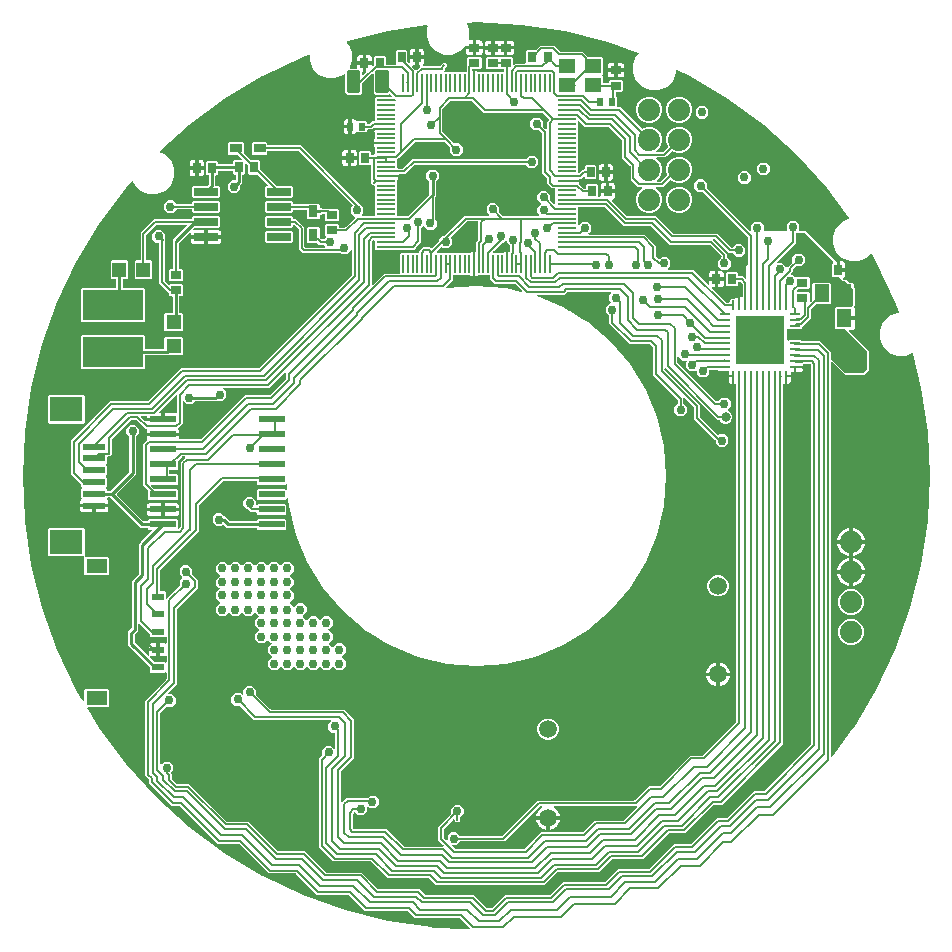
<source format=gbr>
G04 EAGLE Gerber X2 export*
%TF.Part,Single*%
%TF.FileFunction,Copper,L4,Bot,Mixed*%
%TF.FilePolarity,Positive*%
%TF.GenerationSoftware,Autodesk,EAGLE,8.6.0*%
%TF.CreationDate,2018-04-19T18:27:55Z*%
G75*
%MOMM*%
%FSLAX34Y34*%
%LPD*%
%AMOC8*
5,1,8,0,0,1.08239X$1,22.5*%
G01*
%ADD10R,1.300000X1.500000*%
%ADD11R,0.900000X0.700000*%
%ADD12R,0.700000X0.900000*%
%ADD13R,1.000000X0.800000*%
%ADD14R,0.800000X1.000000*%
%ADD15R,1.200000X1.300000*%
%ADD16R,1.300000X1.200000*%
%ADD17R,0.245000X1.600000*%
%ADD18R,1.600000X0.245000*%
%ADD19R,2.032000X0.660400*%
%ADD20R,2.200000X0.600000*%
%ADD21R,5.080000X2.540000*%
%ADD22R,0.600000X0.700000*%
%ADD23C,1.508000*%
%ADD24R,1.400000X1.200000*%
%ADD25R,0.850000X0.280000*%
%ADD26R,0.280000X0.850000*%
%ADD27R,4.150000X4.150000*%
%ADD28C,0.330000*%
%ADD29R,1.900000X0.600000*%
%ADD30R,2.800000X2.100000*%
%ADD31C,1.879600*%
%ADD32R,1.000000X0.600000*%
%ADD33R,1.800000X1.250000*%
%ADD34C,0.152400*%
%ADD35C,0.254000*%
%ADD36C,0.304800*%
%ADD37C,0.756400*%
%ADD38C,0.200000*%
%ADD39C,0.806400*%

G36*
X12828Y-365699D02*
X12828Y-365699D01*
X12918Y-365691D01*
X12948Y-365679D01*
X12980Y-365674D01*
X13061Y-365631D01*
X13145Y-365595D01*
X13177Y-365569D01*
X13198Y-365558D01*
X13220Y-365535D01*
X13276Y-365490D01*
X24053Y-354713D01*
X61737Y-354713D01*
X61828Y-354699D01*
X61918Y-354691D01*
X61948Y-354679D01*
X61980Y-354674D01*
X62061Y-354631D01*
X62145Y-354595D01*
X62177Y-354569D01*
X62198Y-354558D01*
X62220Y-354535D01*
X62276Y-354490D01*
X73053Y-343713D01*
X108737Y-343713D01*
X108828Y-343699D01*
X108918Y-343691D01*
X108948Y-343679D01*
X108980Y-343674D01*
X109061Y-343631D01*
X109145Y-343595D01*
X109177Y-343569D01*
X109198Y-343558D01*
X109220Y-343535D01*
X109276Y-343490D01*
X120053Y-332713D01*
X145737Y-332713D01*
X145828Y-332699D01*
X145918Y-332691D01*
X145948Y-332679D01*
X145980Y-332674D01*
X146061Y-332631D01*
X146145Y-332595D01*
X146177Y-332569D01*
X146198Y-332558D01*
X146220Y-332535D01*
X146276Y-332490D01*
X167053Y-311713D01*
X181737Y-311713D01*
X181828Y-311699D01*
X181918Y-311691D01*
X181948Y-311679D01*
X181980Y-311674D01*
X182061Y-311631D01*
X182145Y-311595D01*
X182177Y-311569D01*
X182198Y-311558D01*
X182220Y-311535D01*
X182276Y-311490D01*
X204053Y-289713D01*
X211737Y-289713D01*
X211828Y-289699D01*
X211918Y-289691D01*
X211948Y-289679D01*
X211980Y-289674D01*
X212061Y-289631D01*
X212145Y-289595D01*
X212177Y-289569D01*
X212198Y-289558D01*
X212220Y-289535D01*
X212276Y-289490D01*
X235053Y-266713D01*
X243737Y-266713D01*
X243828Y-266699D01*
X243918Y-266691D01*
X243948Y-266679D01*
X243980Y-266674D01*
X244061Y-266631D01*
X244145Y-266595D01*
X244177Y-266569D01*
X244198Y-266558D01*
X244220Y-266535D01*
X244276Y-266490D01*
X283490Y-227276D01*
X283543Y-227202D01*
X283603Y-227132D01*
X283615Y-227102D01*
X283634Y-227076D01*
X283661Y-226989D01*
X283695Y-226904D01*
X283699Y-226863D01*
X283706Y-226841D01*
X283705Y-226809D01*
X283713Y-226737D01*
X283713Y93737D01*
X283699Y93828D01*
X283691Y93918D01*
X283679Y93948D01*
X283674Y93980D01*
X283631Y94061D01*
X283595Y94145D01*
X283569Y94177D01*
X283558Y94198D01*
X283535Y94220D01*
X283490Y94276D01*
X283276Y94490D01*
X283202Y94543D01*
X283132Y94603D01*
X283102Y94615D01*
X283076Y94634D01*
X282989Y94661D01*
X282904Y94695D01*
X282863Y94699D01*
X282841Y94706D01*
X282809Y94705D01*
X282737Y94713D01*
X277302Y94713D01*
X277282Y94710D01*
X277263Y94712D01*
X277161Y94690D01*
X277059Y94674D01*
X277042Y94664D01*
X277022Y94660D01*
X276933Y94607D01*
X276842Y94558D01*
X276828Y94544D01*
X276811Y94534D01*
X276744Y94455D01*
X276672Y94380D01*
X276664Y94362D01*
X276651Y94347D01*
X276612Y94251D01*
X276569Y94157D01*
X276567Y94137D01*
X276559Y94119D01*
X276541Y93952D01*
X276541Y93043D01*
X269750Y93043D01*
X269731Y93040D01*
X269711Y93042D01*
X269610Y93020D01*
X269508Y93004D01*
X269490Y92994D01*
X269471Y92990D01*
X269381Y92937D01*
X269290Y92889D01*
X269290Y92888D01*
X269276Y92874D01*
X269259Y92864D01*
X269259Y92863D01*
X269192Y92785D01*
X269120Y92710D01*
X269112Y92692D01*
X269099Y92677D01*
X269060Y92580D01*
X269017Y92487D01*
X269015Y92467D01*
X269007Y92448D01*
X268989Y92282D01*
X268989Y88341D01*
X267202Y88341D01*
X267182Y88338D01*
X267163Y88340D01*
X267061Y88318D01*
X266959Y88302D01*
X266942Y88292D01*
X266922Y88288D01*
X266833Y88235D01*
X266742Y88186D01*
X266728Y88172D01*
X266711Y88162D01*
X266644Y88083D01*
X266572Y88008D01*
X266564Y87990D01*
X266551Y87975D01*
X266512Y87879D01*
X266469Y87785D01*
X266467Y87765D01*
X266459Y87747D01*
X266441Y87580D01*
X266441Y85793D01*
X262500Y85793D01*
X262481Y85790D01*
X262461Y85792D01*
X262360Y85770D01*
X262258Y85754D01*
X262240Y85744D01*
X262221Y85740D01*
X262131Y85687D01*
X262040Y85639D01*
X262040Y85638D01*
X262026Y85624D01*
X262009Y85614D01*
X262009Y85613D01*
X261942Y85535D01*
X261870Y85460D01*
X261862Y85442D01*
X261849Y85427D01*
X261810Y85330D01*
X261767Y85237D01*
X261765Y85217D01*
X261757Y85198D01*
X261739Y85032D01*
X261739Y78241D01*
X260765Y78241D01*
X260745Y78247D01*
X260627Y78259D01*
X260509Y78272D01*
X260504Y78271D01*
X260500Y78271D01*
X260385Y78245D01*
X260268Y78219D01*
X260265Y78217D01*
X260261Y78216D01*
X260158Y78154D01*
X260057Y78093D01*
X260054Y78090D01*
X260051Y78088D01*
X259973Y77995D01*
X259897Y77906D01*
X259896Y77902D01*
X259893Y77899D01*
X259850Y77788D01*
X259805Y77678D01*
X259805Y77673D01*
X259803Y77670D01*
X259803Y77656D01*
X259787Y77511D01*
X259787Y-226447D01*
X209510Y-276724D01*
X207947Y-278287D01*
X201262Y-278287D01*
X201172Y-278301D01*
X201081Y-278309D01*
X201052Y-278321D01*
X201020Y-278326D01*
X200939Y-278369D01*
X200855Y-278405D01*
X200823Y-278431D01*
X200802Y-278442D01*
X200780Y-278465D01*
X200724Y-278510D01*
X178510Y-300724D01*
X176947Y-302287D01*
X163263Y-302287D01*
X163172Y-302301D01*
X163082Y-302309D01*
X163052Y-302321D01*
X163020Y-302326D01*
X162939Y-302369D01*
X162855Y-302405D01*
X162823Y-302431D01*
X162802Y-302442D01*
X162780Y-302465D01*
X162776Y-302468D01*
X162775Y-302469D01*
X162724Y-302510D01*
X140947Y-324287D01*
X115263Y-324287D01*
X115172Y-324301D01*
X115082Y-324309D01*
X115052Y-324321D01*
X115020Y-324326D01*
X114939Y-324369D01*
X114855Y-324405D01*
X114823Y-324431D01*
X114802Y-324442D01*
X114780Y-324465D01*
X114724Y-324510D01*
X103947Y-335287D01*
X69263Y-335287D01*
X69172Y-335301D01*
X69082Y-335309D01*
X69052Y-335321D01*
X69020Y-335326D01*
X68939Y-335369D01*
X68855Y-335405D01*
X68823Y-335431D01*
X68802Y-335442D01*
X68780Y-335465D01*
X68724Y-335510D01*
X57947Y-346287D01*
X-33947Y-346287D01*
X-39724Y-340510D01*
X-39798Y-340457D01*
X-39868Y-340397D01*
X-39898Y-340385D01*
X-39924Y-340366D01*
X-40011Y-340339D01*
X-40096Y-340305D01*
X-40137Y-340301D01*
X-40159Y-340294D01*
X-40191Y-340295D01*
X-40263Y-340287D01*
X-74947Y-340287D01*
X-88724Y-326510D01*
X-88798Y-326457D01*
X-88868Y-326397D01*
X-88898Y-326385D01*
X-88924Y-326366D01*
X-89011Y-326339D01*
X-89096Y-326305D01*
X-89137Y-326301D01*
X-89159Y-326294D01*
X-89191Y-326295D01*
X-89263Y-326287D01*
X-120947Y-326287D01*
X-133287Y-313947D01*
X-133287Y-239053D01*
X-130530Y-236296D01*
X-130477Y-236222D01*
X-130417Y-236152D01*
X-130405Y-236122D01*
X-130386Y-236096D01*
X-130359Y-236009D01*
X-130325Y-235924D01*
X-130321Y-235883D01*
X-130314Y-235861D01*
X-130315Y-235829D01*
X-130307Y-235757D01*
X-130307Y-231802D01*
X-127198Y-228693D01*
X-122802Y-228693D01*
X-120586Y-230909D01*
X-120528Y-230951D01*
X-120476Y-231000D01*
X-120429Y-231022D01*
X-120387Y-231052D01*
X-120318Y-231074D01*
X-120253Y-231104D01*
X-120201Y-231109D01*
X-120151Y-231125D01*
X-120080Y-231123D01*
X-120009Y-231131D01*
X-119958Y-231120D01*
X-119906Y-231118D01*
X-119838Y-231094D01*
X-119768Y-231079D01*
X-119723Y-231052D01*
X-119675Y-231034D01*
X-119619Y-230989D01*
X-119557Y-230952D01*
X-119523Y-230913D01*
X-119483Y-230880D01*
X-119444Y-230820D01*
X-119397Y-230765D01*
X-119378Y-230717D01*
X-119350Y-230673D01*
X-119332Y-230604D01*
X-119305Y-230537D01*
X-119297Y-230466D01*
X-119289Y-230435D01*
X-119291Y-230412D01*
X-119287Y-230371D01*
X-119287Y-218068D01*
X-119290Y-218048D01*
X-119288Y-218029D01*
X-119310Y-217927D01*
X-119326Y-217825D01*
X-119336Y-217808D01*
X-119340Y-217788D01*
X-119393Y-217699D01*
X-119442Y-217608D01*
X-119456Y-217594D01*
X-119466Y-217577D01*
X-119545Y-217510D01*
X-119620Y-217438D01*
X-119638Y-217430D01*
X-119653Y-217417D01*
X-119749Y-217378D01*
X-119843Y-217335D01*
X-119863Y-217333D01*
X-119881Y-217325D01*
X-120048Y-217307D01*
X-122198Y-217307D01*
X-125307Y-214198D01*
X-125307Y-209802D01*
X-123091Y-207586D01*
X-123049Y-207528D01*
X-123000Y-207476D01*
X-122978Y-207429D01*
X-122948Y-207387D01*
X-122926Y-207318D01*
X-122896Y-207253D01*
X-122891Y-207201D01*
X-122875Y-207151D01*
X-122877Y-207080D01*
X-122869Y-207009D01*
X-122880Y-206958D01*
X-122882Y-206906D01*
X-122906Y-206838D01*
X-122921Y-206768D01*
X-122948Y-206723D01*
X-122966Y-206675D01*
X-123011Y-206619D01*
X-123048Y-206557D01*
X-123087Y-206523D01*
X-123120Y-206483D01*
X-123180Y-206444D01*
X-123235Y-206397D01*
X-123283Y-206378D01*
X-123327Y-206350D01*
X-123396Y-206332D01*
X-123463Y-206305D01*
X-123534Y-206297D01*
X-123565Y-206289D01*
X-123588Y-206291D01*
X-123629Y-206287D01*
X-187947Y-206287D01*
X-199704Y-194530D01*
X-199778Y-194477D01*
X-199848Y-194417D01*
X-199878Y-194405D01*
X-199904Y-194386D01*
X-199991Y-194359D01*
X-200076Y-194325D01*
X-200117Y-194321D01*
X-200139Y-194314D01*
X-200171Y-194315D01*
X-200243Y-194307D01*
X-204198Y-194307D01*
X-207307Y-191198D01*
X-207307Y-186802D01*
X-204198Y-183693D01*
X-199802Y-183693D01*
X-198606Y-184889D01*
X-198548Y-184931D01*
X-198496Y-184980D01*
X-198449Y-185002D01*
X-198407Y-185032D01*
X-198338Y-185054D01*
X-198273Y-185084D01*
X-198221Y-185089D01*
X-198171Y-185105D01*
X-198100Y-185103D01*
X-198029Y-185111D01*
X-197978Y-185100D01*
X-197926Y-185098D01*
X-197858Y-185074D01*
X-197788Y-185059D01*
X-197743Y-185032D01*
X-197695Y-185014D01*
X-197639Y-184969D01*
X-197577Y-184932D01*
X-197543Y-184893D01*
X-197503Y-184860D01*
X-197464Y-184800D01*
X-197417Y-184745D01*
X-197398Y-184697D01*
X-197370Y-184653D01*
X-197352Y-184584D01*
X-197325Y-184517D01*
X-197317Y-184446D01*
X-197309Y-184415D01*
X-197311Y-184392D01*
X-197307Y-184351D01*
X-197307Y-180802D01*
X-194198Y-177693D01*
X-189802Y-177693D01*
X-186693Y-180802D01*
X-186693Y-184757D01*
X-186679Y-184848D01*
X-186671Y-184938D01*
X-186659Y-184968D01*
X-186654Y-185000D01*
X-186611Y-185081D01*
X-186575Y-185165D01*
X-186549Y-185197D01*
X-186538Y-185218D01*
X-186515Y-185240D01*
X-186470Y-185296D01*
X-174276Y-197490D01*
X-174202Y-197543D01*
X-174132Y-197603D01*
X-174102Y-197615D01*
X-174076Y-197634D01*
X-173989Y-197661D01*
X-173904Y-197695D01*
X-173863Y-197699D01*
X-173841Y-197706D01*
X-173809Y-197705D01*
X-173737Y-197713D01*
X-112053Y-197713D01*
X-103713Y-206053D01*
X-103713Y-238947D01*
X-114490Y-249724D01*
X-114543Y-249798D01*
X-114603Y-249868D01*
X-114615Y-249898D01*
X-114634Y-249924D01*
X-114661Y-250011D01*
X-114695Y-250096D01*
X-114699Y-250137D01*
X-114706Y-250159D01*
X-114705Y-250191D01*
X-114713Y-250263D01*
X-114713Y-275642D01*
X-114702Y-275712D01*
X-114700Y-275784D01*
X-114682Y-275833D01*
X-114674Y-275884D01*
X-114640Y-275948D01*
X-114615Y-276015D01*
X-114583Y-276056D01*
X-114558Y-276102D01*
X-114506Y-276151D01*
X-114462Y-276207D01*
X-114418Y-276235D01*
X-114380Y-276271D01*
X-114315Y-276301D01*
X-114255Y-276340D01*
X-114204Y-276353D01*
X-114157Y-276375D01*
X-114086Y-276383D01*
X-114016Y-276400D01*
X-113964Y-276396D01*
X-113913Y-276402D01*
X-113842Y-276387D01*
X-113771Y-276381D01*
X-113723Y-276361D01*
X-113672Y-276350D01*
X-113611Y-276313D01*
X-113545Y-276285D01*
X-113489Y-276240D01*
X-113461Y-276223D01*
X-113446Y-276206D01*
X-113414Y-276180D01*
X-112724Y-275490D01*
X-109947Y-272713D01*
X-92533Y-272713D01*
X-92443Y-272699D01*
X-92352Y-272691D01*
X-92323Y-272679D01*
X-92291Y-272674D01*
X-92210Y-272631D01*
X-92126Y-272595D01*
X-92094Y-272569D01*
X-92073Y-272558D01*
X-92051Y-272535D01*
X-91995Y-272490D01*
X-90198Y-270693D01*
X-85802Y-270693D01*
X-82693Y-273802D01*
X-82693Y-278198D01*
X-85802Y-281307D01*
X-90198Y-281307D01*
X-91394Y-280111D01*
X-91452Y-280069D01*
X-91504Y-280020D01*
X-91551Y-279998D01*
X-91593Y-279968D01*
X-91662Y-279946D01*
X-91727Y-279916D01*
X-91779Y-279911D01*
X-91829Y-279895D01*
X-91900Y-279897D01*
X-91971Y-279889D01*
X-92022Y-279900D01*
X-92074Y-279902D01*
X-92142Y-279926D01*
X-92212Y-279941D01*
X-92257Y-279968D01*
X-92305Y-279986D01*
X-92361Y-280031D01*
X-92423Y-280068D01*
X-92457Y-280107D01*
X-92497Y-280140D01*
X-92536Y-280200D01*
X-92583Y-280255D01*
X-92602Y-280303D01*
X-92630Y-280347D01*
X-92648Y-280416D01*
X-92675Y-280483D01*
X-92683Y-280554D01*
X-92691Y-280585D01*
X-92689Y-280608D01*
X-92693Y-280649D01*
X-92693Y-284198D01*
X-95802Y-287307D01*
X-100198Y-287307D01*
X-102597Y-284908D01*
X-102613Y-284896D01*
X-102626Y-284880D01*
X-102713Y-284824D01*
X-102797Y-284764D01*
X-102816Y-284758D01*
X-102833Y-284747D01*
X-102933Y-284722D01*
X-103032Y-284692D01*
X-103052Y-284692D01*
X-103071Y-284687D01*
X-103174Y-284695D01*
X-103278Y-284698D01*
X-103297Y-284705D01*
X-103316Y-284707D01*
X-103411Y-284747D01*
X-103509Y-284783D01*
X-103525Y-284795D01*
X-103543Y-284803D01*
X-103674Y-284908D01*
X-104490Y-285724D01*
X-104543Y-285798D01*
X-104603Y-285868D01*
X-104615Y-285898D01*
X-104634Y-285924D01*
X-104661Y-286011D01*
X-104695Y-286096D01*
X-104699Y-286137D01*
X-104706Y-286159D01*
X-104705Y-286191D01*
X-104713Y-286263D01*
X-104713Y-297737D01*
X-104699Y-297828D01*
X-104691Y-297918D01*
X-104679Y-297948D01*
X-104674Y-297980D01*
X-104652Y-298020D01*
X-104651Y-298026D01*
X-104634Y-298054D01*
X-104631Y-298061D01*
X-104595Y-298145D01*
X-104569Y-298177D01*
X-104558Y-298198D01*
X-104536Y-298219D01*
X-104525Y-298237D01*
X-104513Y-298248D01*
X-104490Y-298276D01*
X-104276Y-298490D01*
X-104202Y-298543D01*
X-104132Y-298603D01*
X-104102Y-298615D01*
X-104076Y-298634D01*
X-103989Y-298661D01*
X-103904Y-298695D01*
X-103863Y-298699D01*
X-103841Y-298706D01*
X-103809Y-298705D01*
X-103737Y-298713D01*
X-76053Y-298713D01*
X-61276Y-313490D01*
X-61202Y-313543D01*
X-61132Y-313603D01*
X-61102Y-313615D01*
X-61076Y-313634D01*
X-60989Y-313661D01*
X-60904Y-313695D01*
X-60863Y-313699D01*
X-60841Y-313706D01*
X-60809Y-313705D01*
X-60737Y-313713D01*
X-28358Y-313713D01*
X-28288Y-313702D01*
X-28216Y-313700D01*
X-28167Y-313682D01*
X-28116Y-313674D01*
X-28052Y-313640D01*
X-27985Y-313615D01*
X-27944Y-313583D01*
X-27898Y-313558D01*
X-27849Y-313507D01*
X-27793Y-313462D01*
X-27765Y-313418D01*
X-27729Y-313380D01*
X-27699Y-313315D01*
X-27660Y-313255D01*
X-27647Y-313204D01*
X-27625Y-313157D01*
X-27617Y-313086D01*
X-27600Y-313016D01*
X-27604Y-312964D01*
X-27598Y-312913D01*
X-27613Y-312842D01*
X-27619Y-312771D01*
X-27639Y-312723D01*
X-27650Y-312672D01*
X-27687Y-312611D01*
X-27715Y-312545D01*
X-27760Y-312489D01*
X-27777Y-312461D01*
X-27794Y-312446D01*
X-27820Y-312414D01*
X-30724Y-309510D01*
X-32287Y-307947D01*
X-32287Y-297053D01*
X-21530Y-286296D01*
X-21477Y-286222D01*
X-21417Y-286152D01*
X-21405Y-286122D01*
X-21386Y-286096D01*
X-21359Y-286009D01*
X-21325Y-285924D01*
X-21321Y-285883D01*
X-21314Y-285861D01*
X-21315Y-285829D01*
X-21307Y-285757D01*
X-21307Y-281802D01*
X-18198Y-278693D01*
X-13802Y-278693D01*
X-10693Y-281802D01*
X-10693Y-286198D01*
X-13490Y-288995D01*
X-13543Y-289069D01*
X-13603Y-289139D01*
X-13615Y-289169D01*
X-13634Y-289195D01*
X-13661Y-289282D01*
X-13695Y-289367D01*
X-13699Y-289408D01*
X-13706Y-289430D01*
X-13705Y-289462D01*
X-13713Y-289533D01*
X-13713Y-291947D01*
X-15053Y-293287D01*
X-16947Y-293287D01*
X-18287Y-291947D01*
X-18287Y-291358D01*
X-18298Y-291288D01*
X-18300Y-291216D01*
X-18318Y-291167D01*
X-18326Y-291116D01*
X-18360Y-291052D01*
X-18385Y-290985D01*
X-18417Y-290944D01*
X-18442Y-290898D01*
X-18494Y-290849D01*
X-18538Y-290793D01*
X-18582Y-290765D01*
X-18620Y-290729D01*
X-18685Y-290699D01*
X-18745Y-290660D01*
X-18796Y-290647D01*
X-18843Y-290625D01*
X-18914Y-290617D01*
X-18984Y-290600D01*
X-19036Y-290604D01*
X-19087Y-290598D01*
X-19158Y-290613D01*
X-19229Y-290619D01*
X-19277Y-290639D01*
X-19328Y-290650D01*
X-19389Y-290687D01*
X-19455Y-290715D01*
X-19511Y-290760D01*
X-19539Y-290777D01*
X-19554Y-290794D01*
X-19586Y-290820D01*
X-27490Y-298724D01*
X-27543Y-298798D01*
X-27565Y-298823D01*
X-27582Y-298841D01*
X-27583Y-298845D01*
X-27603Y-298868D01*
X-27615Y-298898D01*
X-27634Y-298924D01*
X-27661Y-299011D01*
X-27685Y-299064D01*
X-27686Y-299075D01*
X-27695Y-299096D01*
X-27699Y-299137D01*
X-27706Y-299159D01*
X-27705Y-299191D01*
X-27713Y-299263D01*
X-27713Y-305738D01*
X-27699Y-305828D01*
X-27691Y-305919D01*
X-27679Y-305948D01*
X-27674Y-305980D01*
X-27631Y-306061D01*
X-27595Y-306145D01*
X-27569Y-306177D01*
X-27558Y-306198D01*
X-27535Y-306220D01*
X-27490Y-306276D01*
X-25606Y-308160D01*
X-25548Y-308202D01*
X-25496Y-308251D01*
X-25449Y-308273D01*
X-25407Y-308303D01*
X-25338Y-308324D01*
X-25273Y-308355D01*
X-25221Y-308360D01*
X-25171Y-308376D01*
X-25100Y-308374D01*
X-25029Y-308382D01*
X-24978Y-308371D01*
X-24926Y-308369D01*
X-24858Y-308345D01*
X-24788Y-308330D01*
X-24744Y-308303D01*
X-24695Y-308285D01*
X-24639Y-308240D01*
X-24577Y-308203D01*
X-24543Y-308164D01*
X-24503Y-308131D01*
X-24464Y-308071D01*
X-24417Y-308016D01*
X-24398Y-307968D01*
X-24370Y-307924D01*
X-24352Y-307855D01*
X-24325Y-307788D01*
X-24317Y-307717D01*
X-24309Y-307686D01*
X-24311Y-307662D01*
X-24307Y-307622D01*
X-24307Y-304802D01*
X-21198Y-301693D01*
X-16802Y-301693D01*
X-14005Y-304490D01*
X-13931Y-304543D01*
X-13861Y-304603D01*
X-13831Y-304615D01*
X-13805Y-304634D01*
X-13718Y-304661D01*
X-13633Y-304695D01*
X-13592Y-304699D01*
X-13570Y-304706D01*
X-13538Y-304705D01*
X-13467Y-304713D01*
X21737Y-304713D01*
X21828Y-304699D01*
X21918Y-304691D01*
X21948Y-304679D01*
X21980Y-304674D01*
X22061Y-304631D01*
X22145Y-304595D01*
X22177Y-304569D01*
X22198Y-304558D01*
X22220Y-304535D01*
X22276Y-304490D01*
X50490Y-276276D01*
X52053Y-274713D01*
X133737Y-274713D01*
X133828Y-274699D01*
X133918Y-274691D01*
X133948Y-274679D01*
X133980Y-274674D01*
X134061Y-274631D01*
X134145Y-274595D01*
X134177Y-274569D01*
X134198Y-274558D01*
X134220Y-274535D01*
X134276Y-274490D01*
X146053Y-262713D01*
X154737Y-262713D01*
X154828Y-262699D01*
X154918Y-262691D01*
X154948Y-262679D01*
X154980Y-262674D01*
X155061Y-262631D01*
X155145Y-262595D01*
X155177Y-262569D01*
X155198Y-262558D01*
X155220Y-262535D01*
X155276Y-262490D01*
X181053Y-236713D01*
X191737Y-236713D01*
X191828Y-236699D01*
X191918Y-236691D01*
X191948Y-236679D01*
X191980Y-236674D01*
X192061Y-236631D01*
X192145Y-236595D01*
X192177Y-236569D01*
X192198Y-236558D01*
X192220Y-236535D01*
X192276Y-236490D01*
X219990Y-208776D01*
X220043Y-208702D01*
X220103Y-208632D01*
X220115Y-208602D01*
X220134Y-208576D01*
X220161Y-208489D01*
X220195Y-208404D01*
X220199Y-208363D01*
X220206Y-208341D01*
X220205Y-208309D01*
X220213Y-208237D01*
X220213Y77511D01*
X220194Y77627D01*
X220176Y77746D01*
X220174Y77750D01*
X220174Y77754D01*
X220118Y77859D01*
X220063Y77965D01*
X220060Y77968D01*
X220058Y77972D01*
X219973Y78053D01*
X219887Y78136D01*
X219883Y78138D01*
X219880Y78141D01*
X219772Y78191D01*
X219665Y78242D01*
X219661Y78243D01*
X219657Y78245D01*
X219538Y78258D01*
X219421Y78272D01*
X219416Y78271D01*
X219413Y78272D01*
X219399Y78269D01*
X219255Y78247D01*
X219235Y78241D01*
X218261Y78241D01*
X218261Y85032D01*
X218258Y85051D01*
X218260Y85071D01*
X218238Y85172D01*
X218222Y85274D01*
X218212Y85292D01*
X218208Y85311D01*
X218155Y85401D01*
X218107Y85492D01*
X218106Y85492D01*
X218092Y85506D01*
X218082Y85523D01*
X218081Y85523D01*
X218003Y85590D01*
X217928Y85662D01*
X217910Y85670D01*
X217895Y85683D01*
X217798Y85722D01*
X217705Y85765D01*
X217685Y85767D01*
X217666Y85775D01*
X217500Y85793D01*
X213559Y85793D01*
X213559Y88596D01*
X213556Y88616D01*
X213558Y88635D01*
X213536Y88737D01*
X213520Y88839D01*
X213510Y88856D01*
X213506Y88876D01*
X213453Y88965D01*
X213404Y89056D01*
X213390Y89070D01*
X213380Y89087D01*
X213301Y89154D01*
X213226Y89226D01*
X213208Y89234D01*
X213193Y89247D01*
X213097Y89286D01*
X213003Y89329D01*
X212983Y89331D01*
X212965Y89339D01*
X212798Y89357D01*
X205368Y89357D01*
X204953Y89772D01*
X204879Y89825D01*
X204810Y89885D01*
X204780Y89897D01*
X204754Y89916D01*
X204667Y89943D01*
X204582Y89977D01*
X204541Y89981D01*
X204519Y89988D01*
X204486Y89987D01*
X204415Y89995D01*
X198068Y89995D01*
X198048Y89992D01*
X198029Y89994D01*
X197927Y89972D01*
X197825Y89956D01*
X197808Y89946D01*
X197788Y89942D01*
X197699Y89889D01*
X197608Y89840D01*
X197594Y89826D01*
X197577Y89816D01*
X197510Y89737D01*
X197438Y89662D01*
X197430Y89644D01*
X197417Y89629D01*
X197378Y89533D01*
X197335Y89439D01*
X197333Y89419D01*
X197325Y89401D01*
X197307Y89234D01*
X197307Y86802D01*
X194198Y83693D01*
X189802Y83693D01*
X186693Y86802D01*
X186693Y88351D01*
X186682Y88421D01*
X186680Y88493D01*
X186662Y88542D01*
X186654Y88593D01*
X186620Y88657D01*
X186595Y88724D01*
X186563Y88765D01*
X186538Y88811D01*
X186487Y88860D01*
X186442Y88916D01*
X186398Y88944D01*
X186360Y88980D01*
X186295Y89010D01*
X186235Y89049D01*
X186184Y89062D01*
X186137Y89084D01*
X186066Y89092D01*
X185996Y89109D01*
X185944Y89105D01*
X185893Y89111D01*
X185822Y89096D01*
X185751Y89090D01*
X185703Y89070D01*
X185652Y89059D01*
X185591Y89022D01*
X185525Y88994D01*
X185469Y88949D01*
X185441Y88932D01*
X185426Y88915D01*
X185394Y88889D01*
X185198Y88693D01*
X180802Y88693D01*
X177693Y91802D01*
X177693Y96198D01*
X177889Y96394D01*
X177931Y96452D01*
X177980Y96504D01*
X178002Y96551D01*
X178032Y96593D01*
X178054Y96662D01*
X178084Y96727D01*
X178089Y96779D01*
X178105Y96829D01*
X178103Y96900D01*
X178111Y96971D01*
X178100Y97022D01*
X178098Y97074D01*
X178074Y97142D01*
X178059Y97212D01*
X178032Y97257D01*
X178014Y97305D01*
X177969Y97361D01*
X177932Y97423D01*
X177893Y97457D01*
X177860Y97497D01*
X177800Y97536D01*
X177745Y97583D01*
X177697Y97602D01*
X177653Y97630D01*
X177584Y97648D01*
X177517Y97675D01*
X177446Y97683D01*
X177415Y97691D01*
X177392Y97689D01*
X177351Y97693D01*
X174802Y97693D01*
X171586Y100909D01*
X171528Y100951D01*
X171476Y101000D01*
X171429Y101022D01*
X171387Y101052D01*
X171318Y101074D01*
X171253Y101104D01*
X171201Y101109D01*
X171151Y101125D01*
X171080Y101123D01*
X171009Y101131D01*
X170958Y101120D01*
X170906Y101118D01*
X170838Y101094D01*
X170768Y101079D01*
X170723Y101052D01*
X170675Y101034D01*
X170619Y100989D01*
X170557Y100952D01*
X170523Y100913D01*
X170483Y100880D01*
X170444Y100820D01*
X170397Y100765D01*
X170378Y100717D01*
X170350Y100673D01*
X170332Y100604D01*
X170305Y100537D01*
X170297Y100466D01*
X170289Y100435D01*
X170291Y100412D01*
X170287Y100371D01*
X170287Y96263D01*
X170301Y96172D01*
X170309Y96082D01*
X170321Y96052D01*
X170326Y96020D01*
X170369Y95939D01*
X170405Y95855D01*
X170431Y95823D01*
X170442Y95802D01*
X170465Y95780D01*
X170510Y95724D01*
X202724Y63510D01*
X202798Y63457D01*
X202868Y63397D01*
X202898Y63385D01*
X202924Y63366D01*
X203011Y63339D01*
X203096Y63305D01*
X203137Y63301D01*
X203159Y63294D01*
X203191Y63295D01*
X203263Y63287D01*
X204467Y63287D01*
X204557Y63301D01*
X204648Y63309D01*
X204677Y63321D01*
X204709Y63326D01*
X204790Y63369D01*
X204874Y63405D01*
X204906Y63431D01*
X204927Y63442D01*
X204949Y63465D01*
X205005Y63510D01*
X207802Y66307D01*
X212198Y66307D01*
X215307Y63198D01*
X215307Y58802D01*
X212880Y56375D01*
X212853Y56338D01*
X212819Y56307D01*
X212782Y56239D01*
X212736Y56175D01*
X212723Y56132D01*
X212701Y56091D01*
X212687Y56015D01*
X212664Y55940D01*
X212665Y55894D01*
X212657Y55849D01*
X212668Y55772D01*
X212670Y55694D01*
X212686Y55651D01*
X212693Y55606D01*
X212728Y55537D01*
X212755Y55463D01*
X212784Y55428D01*
X212804Y55387D01*
X212860Y55332D01*
X212909Y55271D01*
X212947Y55247D01*
X212980Y55214D01*
X213100Y55148D01*
X213116Y55138D01*
X213120Y55137D01*
X213127Y55134D01*
X214148Y54711D01*
X215711Y53148D01*
X216557Y51105D01*
X216557Y48895D01*
X215711Y46852D01*
X214148Y45289D01*
X212105Y44443D01*
X209895Y44443D01*
X207852Y45289D01*
X206289Y46852D01*
X206127Y47243D01*
X206066Y47342D01*
X206006Y47443D01*
X206001Y47447D01*
X205998Y47452D01*
X205908Y47526D01*
X205819Y47603D01*
X205813Y47605D01*
X205808Y47609D01*
X205701Y47650D01*
X205591Y47695D01*
X205583Y47696D01*
X205579Y47697D01*
X205560Y47698D01*
X205424Y47713D01*
X204053Y47713D01*
X160586Y91180D01*
X160528Y91222D01*
X160476Y91271D01*
X160429Y91293D01*
X160387Y91323D01*
X160318Y91344D01*
X160253Y91375D01*
X160201Y91380D01*
X160151Y91396D01*
X160080Y91394D01*
X160009Y91402D01*
X159958Y91391D01*
X159906Y91389D01*
X159838Y91365D01*
X159768Y91350D01*
X159723Y91323D01*
X159675Y91305D01*
X159619Y91260D01*
X159557Y91223D01*
X159523Y91184D01*
X159483Y91151D01*
X159444Y91091D01*
X159397Y91036D01*
X159378Y90988D01*
X159350Y90944D01*
X159332Y90875D01*
X159305Y90808D01*
X159297Y90737D01*
X159289Y90706D01*
X159291Y90682D01*
X159287Y90642D01*
X159287Y90263D01*
X159301Y90172D01*
X159309Y90082D01*
X159321Y90052D01*
X159326Y90020D01*
X159369Y89939D01*
X159405Y89855D01*
X159431Y89823D01*
X159442Y89802D01*
X159465Y89780D01*
X159510Y89724D01*
X189287Y59947D01*
X189287Y50263D01*
X189301Y50172D01*
X189309Y50082D01*
X189321Y50052D01*
X189326Y50020D01*
X189369Y49939D01*
X189405Y49855D01*
X189431Y49823D01*
X189442Y49802D01*
X189465Y49780D01*
X189510Y49724D01*
X204326Y34908D01*
X204342Y34896D01*
X204355Y34880D01*
X204442Y34824D01*
X204526Y34764D01*
X204545Y34758D01*
X204562Y34747D01*
X204662Y34722D01*
X204761Y34692D01*
X204781Y34692D01*
X204800Y34687D01*
X204903Y34695D01*
X205007Y34698D01*
X205026Y34705D01*
X205046Y34707D01*
X205140Y34747D01*
X205238Y34783D01*
X205254Y34795D01*
X205272Y34803D01*
X205403Y34908D01*
X205802Y35307D01*
X210198Y35307D01*
X213307Y32198D01*
X213307Y27802D01*
X210198Y24693D01*
X205802Y24693D01*
X202693Y27802D01*
X202693Y29757D01*
X202679Y29848D01*
X202671Y29938D01*
X202659Y29968D01*
X202654Y30000D01*
X202611Y30081D01*
X202575Y30165D01*
X202549Y30197D01*
X202538Y30218D01*
X202515Y30240D01*
X202470Y30296D01*
X184713Y48053D01*
X184713Y57737D01*
X184699Y57828D01*
X184691Y57918D01*
X184679Y57948D01*
X184674Y57980D01*
X184631Y58061D01*
X184595Y58145D01*
X184569Y58177D01*
X184558Y58198D01*
X184535Y58220D01*
X184519Y58240D01*
X184514Y58248D01*
X184509Y58253D01*
X184490Y58276D01*
X176586Y66180D01*
X176528Y66222D01*
X176476Y66271D01*
X176429Y66293D01*
X176387Y66323D01*
X176318Y66344D01*
X176253Y66375D01*
X176201Y66380D01*
X176151Y66396D01*
X176080Y66394D01*
X176009Y66402D01*
X175958Y66391D01*
X175906Y66389D01*
X175838Y66365D01*
X175768Y66350D01*
X175723Y66323D01*
X175675Y66305D01*
X175619Y66260D01*
X175557Y66223D01*
X175523Y66184D01*
X175483Y66151D01*
X175444Y66091D01*
X175397Y66036D01*
X175378Y65988D01*
X175350Y65944D01*
X175332Y65875D01*
X175305Y65808D01*
X175297Y65737D01*
X175289Y65706D01*
X175291Y65682D01*
X175287Y65642D01*
X175287Y61533D01*
X175288Y61526D01*
X175288Y61524D01*
X175290Y61515D01*
X175301Y61443D01*
X175309Y61352D01*
X175321Y61323D01*
X175326Y61291D01*
X175369Y61210D01*
X175405Y61126D01*
X175431Y61094D01*
X175442Y61073D01*
X175465Y61051D01*
X175510Y60995D01*
X178307Y58198D01*
X178307Y53802D01*
X175198Y50693D01*
X170802Y50693D01*
X167693Y53802D01*
X167693Y58198D01*
X170490Y60995D01*
X170543Y61069D01*
X170603Y61139D01*
X170615Y61169D01*
X170634Y61195D01*
X170661Y61282D01*
X170695Y61367D01*
X170699Y61408D01*
X170706Y61430D01*
X170705Y61462D01*
X170713Y61533D01*
X170713Y63737D01*
X170699Y63828D01*
X170691Y63918D01*
X170679Y63948D01*
X170674Y63980D01*
X170631Y64061D01*
X170595Y64145D01*
X170569Y64177D01*
X170558Y64198D01*
X170535Y64220D01*
X170490Y64276D01*
X149713Y85053D01*
X149713Y108737D01*
X149699Y108828D01*
X149691Y108918D01*
X149679Y108948D01*
X149674Y108980D01*
X149631Y109061D01*
X149595Y109145D01*
X149569Y109177D01*
X149558Y109198D01*
X149535Y109220D01*
X149513Y109248D01*
X149510Y109252D01*
X149507Y109255D01*
X149490Y109276D01*
X147276Y111490D01*
X147202Y111543D01*
X147132Y111603D01*
X147102Y111615D01*
X147076Y111634D01*
X146989Y111661D01*
X146904Y111695D01*
X146863Y111699D01*
X146841Y111706D01*
X146809Y111705D01*
X146737Y111713D01*
X130053Y111713D01*
X112713Y129053D01*
X112713Y135467D01*
X112699Y135557D01*
X112691Y135648D01*
X112679Y135677D01*
X112674Y135709D01*
X112631Y135790D01*
X112595Y135874D01*
X112569Y135906D01*
X112558Y135927D01*
X112535Y135949D01*
X112490Y136005D01*
X109693Y138802D01*
X109693Y143198D01*
X112802Y146307D01*
X113351Y146307D01*
X113421Y146318D01*
X113493Y146320D01*
X113542Y146338D01*
X113593Y146346D01*
X113657Y146380D01*
X113724Y146405D01*
X113765Y146437D01*
X113811Y146462D01*
X113860Y146514D01*
X113916Y146558D01*
X113944Y146602D01*
X113980Y146640D01*
X114010Y146705D01*
X114049Y146765D01*
X114062Y146816D01*
X114084Y146863D01*
X114092Y146934D01*
X114109Y147004D01*
X114105Y147056D01*
X114111Y147107D01*
X114096Y147178D01*
X114090Y147249D01*
X114070Y147297D01*
X114059Y147348D01*
X114022Y147409D01*
X113994Y147475D01*
X113949Y147531D01*
X113932Y147559D01*
X113915Y147574D01*
X113889Y147606D01*
X112693Y148802D01*
X112693Y153198D01*
X113909Y154414D01*
X113951Y154472D01*
X114000Y154524D01*
X114022Y154571D01*
X114052Y154613D01*
X114074Y154682D01*
X114104Y154747D01*
X114109Y154799D01*
X114125Y154849D01*
X114123Y154920D01*
X114131Y154991D01*
X114120Y155042D01*
X114118Y155094D01*
X114094Y155162D01*
X114079Y155232D01*
X114052Y155277D01*
X114034Y155325D01*
X113989Y155381D01*
X113952Y155443D01*
X113913Y155477D01*
X113880Y155517D01*
X113820Y155556D01*
X113765Y155603D01*
X113717Y155622D01*
X113673Y155650D01*
X113604Y155668D01*
X113537Y155695D01*
X113466Y155703D01*
X113435Y155711D01*
X113412Y155709D01*
X113371Y155713D01*
X77263Y155713D01*
X77172Y155699D01*
X77082Y155691D01*
X77052Y155679D01*
X77020Y155674D01*
X76939Y155631D01*
X76855Y155595D01*
X76823Y155569D01*
X76802Y155558D01*
X76780Y155535D01*
X76724Y155490D01*
X74947Y153713D01*
X51939Y153713D01*
X51843Y153698D01*
X51746Y153688D01*
X51722Y153678D01*
X51697Y153674D01*
X51611Y153628D01*
X51522Y153588D01*
X51502Y153571D01*
X51479Y153558D01*
X51412Y153488D01*
X51340Y153422D01*
X51328Y153399D01*
X51310Y153380D01*
X51269Y153292D01*
X51222Y153206D01*
X51217Y153181D01*
X51206Y153157D01*
X51195Y153060D01*
X51178Y152964D01*
X51182Y152938D01*
X51179Y152913D01*
X51200Y152817D01*
X51214Y152721D01*
X51226Y152698D01*
X51231Y152672D01*
X51281Y152589D01*
X51325Y152502D01*
X51344Y152483D01*
X51358Y152461D01*
X51431Y152398D01*
X51501Y152330D01*
X51530Y152314D01*
X51544Y152301D01*
X51575Y152289D01*
X51648Y152249D01*
X73057Y143381D01*
X73470Y143128D01*
X78438Y140083D01*
X78439Y140083D01*
X79681Y139322D01*
X80923Y138560D01*
X82165Y137799D01*
X87134Y134754D01*
X88376Y133993D01*
X88377Y133993D01*
X89619Y133232D01*
X90861Y132470D01*
X94587Y130187D01*
X113788Y113788D01*
X130187Y94587D01*
X143381Y73057D01*
X153044Y49727D01*
X158939Y25174D01*
X160920Y0D01*
X158939Y-25174D01*
X153044Y-49727D01*
X143381Y-73057D01*
X130187Y-94587D01*
X113788Y-113788D01*
X94587Y-130187D01*
X73057Y-143381D01*
X49727Y-153044D01*
X25173Y-158939D01*
X0Y-160920D01*
X-25173Y-158939D01*
X-49727Y-153044D01*
X-73056Y-143381D01*
X-78120Y-140278D01*
X-79362Y-139517D01*
X-80605Y-138756D01*
X-80605Y-138755D01*
X-81847Y-137994D01*
X-83089Y-137233D01*
X-84331Y-136472D01*
X-91785Y-131904D01*
X-93027Y-131143D01*
X-94269Y-130382D01*
X-94587Y-130187D01*
X-113788Y-113788D01*
X-130187Y-94587D01*
X-143381Y-73057D01*
X-153044Y-49727D01*
X-158939Y-25174D01*
X-159384Y-19520D01*
X-159394Y-19479D01*
X-159395Y-19437D01*
X-159423Y-19361D01*
X-159443Y-19281D01*
X-159465Y-19246D01*
X-159480Y-19206D01*
X-159531Y-19143D01*
X-159575Y-19074D01*
X-159607Y-19047D01*
X-159633Y-19014D01*
X-159702Y-18970D01*
X-159766Y-18919D01*
X-159805Y-18904D01*
X-159840Y-18881D01*
X-159920Y-18861D01*
X-159996Y-18833D01*
X-160038Y-18832D01*
X-160079Y-18821D01*
X-160160Y-18828D01*
X-160242Y-18825D01*
X-160282Y-18837D01*
X-160324Y-18840D01*
X-160399Y-18872D01*
X-160478Y-18896D01*
X-160512Y-18920D01*
X-160550Y-18937D01*
X-160671Y-19033D01*
X-160678Y-19038D01*
X-160679Y-19040D01*
X-160681Y-19042D01*
X-161778Y-20139D01*
X-185042Y-20139D01*
X-185935Y-19246D01*
X-185935Y-11982D01*
X-185042Y-11089D01*
X-161778Y-11089D01*
X-161359Y-11509D01*
X-161276Y-11568D01*
X-161198Y-11632D01*
X-161177Y-11639D01*
X-161159Y-11652D01*
X-161062Y-11682D01*
X-160967Y-11718D01*
X-160945Y-11718D01*
X-160924Y-11725D01*
X-160823Y-11722D01*
X-160722Y-11725D01*
X-160700Y-11719D01*
X-160678Y-11718D01*
X-160583Y-11684D01*
X-160486Y-11654D01*
X-160468Y-11642D01*
X-160447Y-11634D01*
X-160368Y-11571D01*
X-160285Y-11512D01*
X-160272Y-11494D01*
X-160255Y-11480D01*
X-160200Y-11395D01*
X-160141Y-11313D01*
X-160134Y-11292D01*
X-160122Y-11273D01*
X-160097Y-11175D01*
X-160067Y-11079D01*
X-160066Y-11051D01*
X-160062Y-11035D01*
X-160065Y-11002D01*
X-160062Y-10911D01*
X-160311Y-7747D01*
X-160321Y-7706D01*
X-160322Y-7664D01*
X-160350Y-7587D01*
X-160369Y-7508D01*
X-160392Y-7472D01*
X-160406Y-7433D01*
X-160457Y-7369D01*
X-160501Y-7300D01*
X-160534Y-7274D01*
X-160560Y-7241D01*
X-160629Y-7197D01*
X-160692Y-7145D01*
X-160731Y-7131D01*
X-160767Y-7108D01*
X-160846Y-7088D01*
X-160923Y-7060D01*
X-160965Y-7058D01*
X-161005Y-7048D01*
X-161087Y-7054D01*
X-161169Y-7052D01*
X-161209Y-7064D01*
X-161251Y-7067D01*
X-161326Y-7099D01*
X-161404Y-7123D01*
X-161438Y-7147D01*
X-161477Y-7163D01*
X-161598Y-7260D01*
X-161605Y-7265D01*
X-161606Y-7267D01*
X-161608Y-7268D01*
X-161778Y-7439D01*
X-185042Y-7439D01*
X-185935Y-6546D01*
X-185935Y-5048D01*
X-185938Y-5028D01*
X-185936Y-5009D01*
X-185958Y-4907D01*
X-185974Y-4805D01*
X-185984Y-4788D01*
X-185988Y-4768D01*
X-186041Y-4679D01*
X-186090Y-4588D01*
X-186104Y-4574D01*
X-186114Y-4557D01*
X-186193Y-4490D01*
X-186268Y-4418D01*
X-186286Y-4410D01*
X-186301Y-4397D01*
X-186397Y-4358D01*
X-186491Y-4315D01*
X-186511Y-4313D01*
X-186529Y-4305D01*
X-186696Y-4287D01*
X-213737Y-4287D01*
X-213828Y-4301D01*
X-213918Y-4309D01*
X-213948Y-4321D01*
X-213980Y-4326D01*
X-214061Y-4369D01*
X-214145Y-4405D01*
X-214177Y-4431D01*
X-214198Y-4442D01*
X-214220Y-4465D01*
X-214276Y-4510D01*
X-234490Y-24724D01*
X-234543Y-24798D01*
X-234603Y-24868D01*
X-234615Y-24898D01*
X-234634Y-24924D01*
X-234661Y-25011D01*
X-234695Y-25096D01*
X-234699Y-25137D01*
X-234706Y-25159D01*
X-234705Y-25191D01*
X-234713Y-25263D01*
X-234713Y-46947D01*
X-267490Y-79724D01*
X-267543Y-79798D01*
X-267603Y-79868D01*
X-267615Y-79898D01*
X-267634Y-79924D01*
X-267661Y-80011D01*
X-267695Y-80096D01*
X-267699Y-80137D01*
X-267706Y-80159D01*
X-267705Y-80191D01*
X-267713Y-80263D01*
X-267713Y-96714D01*
X-267710Y-96734D01*
X-267712Y-96753D01*
X-267690Y-96855D01*
X-267674Y-96957D01*
X-267664Y-96974D01*
X-267660Y-96994D01*
X-267607Y-97083D01*
X-267558Y-97174D01*
X-267544Y-97188D01*
X-267534Y-97205D01*
X-267455Y-97272D01*
X-267380Y-97344D01*
X-267362Y-97352D01*
X-267347Y-97365D01*
X-267251Y-97404D01*
X-267157Y-97447D01*
X-267137Y-97449D01*
X-267119Y-97457D01*
X-266952Y-97475D01*
X-263968Y-97475D01*
X-263075Y-98368D01*
X-263075Y-103004D01*
X-263064Y-103074D01*
X-263062Y-103146D01*
X-263044Y-103195D01*
X-263036Y-103246D01*
X-263002Y-103310D01*
X-262977Y-103377D01*
X-262945Y-103418D01*
X-262920Y-103464D01*
X-262868Y-103513D01*
X-262824Y-103569D01*
X-262780Y-103597D01*
X-262742Y-103633D01*
X-262677Y-103663D01*
X-262617Y-103702D01*
X-262566Y-103715D01*
X-262519Y-103737D01*
X-262448Y-103745D01*
X-262378Y-103762D01*
X-262326Y-103758D01*
X-262275Y-103764D01*
X-262204Y-103749D01*
X-262133Y-103743D01*
X-262085Y-103723D01*
X-262034Y-103712D01*
X-261973Y-103675D01*
X-261907Y-103647D01*
X-261851Y-103602D01*
X-261823Y-103585D01*
X-261808Y-103568D01*
X-261776Y-103542D01*
X-260724Y-102490D01*
X-251530Y-93296D01*
X-251477Y-93222D01*
X-251417Y-93152D01*
X-251405Y-93122D01*
X-251386Y-93096D01*
X-251359Y-93009D01*
X-251325Y-92924D01*
X-251321Y-92883D01*
X-251314Y-92861D01*
X-251315Y-92829D01*
X-251307Y-92757D01*
X-251307Y-88802D01*
X-249043Y-86538D01*
X-249032Y-86522D01*
X-249016Y-86510D01*
X-248960Y-86422D01*
X-248900Y-86339D01*
X-248894Y-86320D01*
X-248883Y-86303D01*
X-248858Y-86202D01*
X-248827Y-86103D01*
X-248828Y-86084D01*
X-248823Y-86064D01*
X-248831Y-85961D01*
X-248834Y-85858D01*
X-248840Y-85839D01*
X-248842Y-85819D01*
X-248882Y-85724D01*
X-248918Y-85627D01*
X-248931Y-85611D01*
X-248938Y-85593D01*
X-249043Y-85462D01*
X-251307Y-83198D01*
X-251307Y-78802D01*
X-248198Y-75693D01*
X-243802Y-75693D01*
X-240693Y-78802D01*
X-240693Y-82757D01*
X-240679Y-82848D01*
X-240671Y-82938D01*
X-240659Y-82968D01*
X-240654Y-83000D01*
X-240611Y-83081D01*
X-240575Y-83165D01*
X-240549Y-83197D01*
X-240538Y-83218D01*
X-240515Y-83240D01*
X-240470Y-83296D01*
X-237276Y-86490D01*
X-235713Y-88053D01*
X-235713Y-94947D01*
X-253490Y-112724D01*
X-253543Y-112798D01*
X-253603Y-112868D01*
X-253615Y-112898D01*
X-253634Y-112924D01*
X-253661Y-113011D01*
X-253695Y-113096D01*
X-253699Y-113137D01*
X-253706Y-113159D01*
X-253705Y-113191D01*
X-253713Y-113263D01*
X-253713Y-175947D01*
X-261160Y-183394D01*
X-261202Y-183452D01*
X-261251Y-183504D01*
X-261273Y-183551D01*
X-261303Y-183593D01*
X-261324Y-183662D01*
X-261355Y-183727D01*
X-261360Y-183779D01*
X-261376Y-183829D01*
X-261374Y-183900D01*
X-261382Y-183971D01*
X-261371Y-184022D01*
X-261369Y-184074D01*
X-261345Y-184142D01*
X-261330Y-184212D01*
X-261303Y-184257D01*
X-261285Y-184305D01*
X-261240Y-184361D01*
X-261203Y-184423D01*
X-261164Y-184457D01*
X-261131Y-184497D01*
X-261071Y-184536D01*
X-261016Y-184583D01*
X-260968Y-184602D01*
X-260924Y-184630D01*
X-260855Y-184648D01*
X-260788Y-184675D01*
X-260717Y-184683D01*
X-260686Y-184691D01*
X-260662Y-184689D01*
X-260622Y-184693D01*
X-257802Y-184693D01*
X-254693Y-187802D01*
X-254693Y-192198D01*
X-257802Y-195307D01*
X-261757Y-195307D01*
X-261848Y-195321D01*
X-261938Y-195329D01*
X-261968Y-195341D01*
X-262000Y-195346D01*
X-262081Y-195389D01*
X-262165Y-195425D01*
X-262197Y-195451D01*
X-262218Y-195462D01*
X-262240Y-195485D01*
X-262296Y-195530D01*
X-267490Y-200724D01*
X-267543Y-200798D01*
X-267603Y-200868D01*
X-267615Y-200898D01*
X-267634Y-200924D01*
X-267661Y-201011D01*
X-267695Y-201096D01*
X-267699Y-201137D01*
X-267706Y-201159D01*
X-267705Y-201191D01*
X-267713Y-201262D01*
X-267713Y-243371D01*
X-267702Y-243441D01*
X-267700Y-243513D01*
X-267682Y-243562D01*
X-267674Y-243613D01*
X-267640Y-243677D01*
X-267615Y-243744D01*
X-267583Y-243785D01*
X-267558Y-243831D01*
X-267506Y-243880D01*
X-267462Y-243936D01*
X-267418Y-243964D01*
X-267380Y-244000D01*
X-267315Y-244030D01*
X-267255Y-244069D01*
X-267204Y-244082D01*
X-267157Y-244104D01*
X-267086Y-244112D01*
X-267016Y-244129D01*
X-266964Y-244125D01*
X-266913Y-244131D01*
X-266842Y-244116D01*
X-266771Y-244110D01*
X-266723Y-244090D01*
X-266672Y-244079D01*
X-266611Y-244042D01*
X-266545Y-244014D01*
X-266489Y-243969D01*
X-266461Y-243952D01*
X-266446Y-243935D01*
X-266414Y-243909D01*
X-264198Y-241693D01*
X-259802Y-241693D01*
X-256693Y-244802D01*
X-256693Y-249198D01*
X-258092Y-250597D01*
X-258104Y-250613D01*
X-258120Y-250626D01*
X-258176Y-250713D01*
X-258236Y-250797D01*
X-258242Y-250816D01*
X-258253Y-250833D01*
X-258278Y-250933D01*
X-258308Y-251032D01*
X-258308Y-251052D01*
X-258313Y-251071D01*
X-258305Y-251174D01*
X-258302Y-251278D01*
X-258295Y-251297D01*
X-258293Y-251316D01*
X-258253Y-251411D01*
X-258217Y-251509D01*
X-258205Y-251525D01*
X-258197Y-251543D01*
X-258092Y-251674D01*
X-257713Y-252053D01*
X-257713Y-255737D01*
X-257699Y-255828D01*
X-257691Y-255918D01*
X-257679Y-255948D01*
X-257674Y-255980D01*
X-257631Y-256061D01*
X-257595Y-256145D01*
X-257569Y-256177D01*
X-257558Y-256198D01*
X-257535Y-256220D01*
X-257490Y-256276D01*
X-253276Y-260490D01*
X-253202Y-260543D01*
X-253132Y-260603D01*
X-253102Y-260615D01*
X-253076Y-260634D01*
X-252989Y-260661D01*
X-252904Y-260695D01*
X-252863Y-260699D01*
X-252841Y-260706D01*
X-252809Y-260705D01*
X-252737Y-260713D01*
X-243053Y-260713D01*
X-211276Y-292490D01*
X-211202Y-292543D01*
X-211132Y-292603D01*
X-211102Y-292615D01*
X-211076Y-292634D01*
X-210989Y-292661D01*
X-210904Y-292695D01*
X-210863Y-292699D01*
X-210841Y-292706D01*
X-210809Y-292705D01*
X-210737Y-292713D01*
X-193053Y-292713D01*
X-168276Y-317490D01*
X-168202Y-317543D01*
X-168132Y-317603D01*
X-168102Y-317615D01*
X-168076Y-317634D01*
X-167989Y-317661D01*
X-167904Y-317695D01*
X-167863Y-317699D01*
X-167841Y-317706D01*
X-167809Y-317705D01*
X-167737Y-317713D01*
X-145053Y-317713D01*
X-143490Y-319276D01*
X-127276Y-335490D01*
X-127202Y-335543D01*
X-127132Y-335603D01*
X-127102Y-335615D01*
X-127076Y-335634D01*
X-126989Y-335661D01*
X-126904Y-335695D01*
X-126863Y-335699D01*
X-126841Y-335706D01*
X-126809Y-335705D01*
X-126737Y-335713D01*
X-97053Y-335713D01*
X-83276Y-349490D01*
X-83202Y-349543D01*
X-83132Y-349603D01*
X-83102Y-349615D01*
X-83076Y-349634D01*
X-82989Y-349661D01*
X-82904Y-349695D01*
X-82863Y-349699D01*
X-82841Y-349706D01*
X-82809Y-349705D01*
X-82737Y-349713D01*
X-48053Y-349713D01*
X-43276Y-354490D01*
X-43202Y-354543D01*
X-43132Y-354603D01*
X-43102Y-354615D01*
X-43076Y-354634D01*
X-42989Y-354661D01*
X-42904Y-354695D01*
X-42863Y-354699D01*
X-42841Y-354706D01*
X-42809Y-354705D01*
X-42737Y-354713D01*
X-2053Y-354713D01*
X-490Y-356276D01*
X8724Y-365490D01*
X8798Y-365543D01*
X8868Y-365603D01*
X8898Y-365615D01*
X8924Y-365634D01*
X9011Y-365661D01*
X9096Y-365695D01*
X9137Y-365699D01*
X9159Y-365706D01*
X9191Y-365705D01*
X9262Y-365713D01*
X12737Y-365713D01*
X12828Y-365699D01*
G37*
G36*
X-6252Y-383756D02*
X-6252Y-383756D01*
X-6162Y-383754D01*
X-6130Y-383743D01*
X-6097Y-383739D01*
X-6015Y-383701D01*
X-5931Y-383670D01*
X-5905Y-383649D01*
X-5874Y-383635D01*
X-5809Y-383572D01*
X-5739Y-383516D01*
X-5721Y-383488D01*
X-5696Y-383465D01*
X-5655Y-383385D01*
X-5606Y-383309D01*
X-5597Y-383277D01*
X-5582Y-383247D01*
X-5568Y-383158D01*
X-5546Y-383071D01*
X-5548Y-383037D01*
X-5543Y-383004D01*
X-5558Y-382915D01*
X-5565Y-382825D01*
X-5578Y-382795D01*
X-5583Y-382762D01*
X-5626Y-382682D01*
X-5661Y-382599D01*
X-5688Y-382566D01*
X-5699Y-382545D01*
X-5722Y-382523D01*
X-5766Y-382468D01*
X-13724Y-374510D01*
X-13798Y-374457D01*
X-13868Y-374397D01*
X-13898Y-374385D01*
X-13924Y-374366D01*
X-14011Y-374339D01*
X-14096Y-374305D01*
X-14137Y-374301D01*
X-14159Y-374294D01*
X-14191Y-374295D01*
X-14263Y-374287D01*
X-51947Y-374287D01*
X-57724Y-368510D01*
X-57798Y-368457D01*
X-57868Y-368397D01*
X-57898Y-368385D01*
X-57924Y-368366D01*
X-58011Y-368339D01*
X-58096Y-368305D01*
X-58137Y-368301D01*
X-58159Y-368294D01*
X-58191Y-368295D01*
X-58263Y-368287D01*
X-93947Y-368287D01*
X-107724Y-354510D01*
X-107798Y-354457D01*
X-107868Y-354397D01*
X-107898Y-354385D01*
X-107924Y-354366D01*
X-108011Y-354339D01*
X-108096Y-354305D01*
X-108137Y-354301D01*
X-108159Y-354294D01*
X-108191Y-354295D01*
X-108263Y-354287D01*
X-134947Y-354287D01*
X-152724Y-336510D01*
X-152798Y-336457D01*
X-152868Y-336397D01*
X-152898Y-336385D01*
X-152924Y-336366D01*
X-153011Y-336339D01*
X-153096Y-336305D01*
X-153137Y-336301D01*
X-153159Y-336294D01*
X-153191Y-336295D01*
X-153263Y-336287D01*
X-175947Y-336287D01*
X-177510Y-334724D01*
X-200724Y-311510D01*
X-200798Y-311457D01*
X-200868Y-311397D01*
X-200898Y-311385D01*
X-200924Y-311366D01*
X-201011Y-311339D01*
X-201096Y-311305D01*
X-201137Y-311301D01*
X-201159Y-311294D01*
X-201191Y-311295D01*
X-201263Y-311287D01*
X-218947Y-311287D01*
X-220510Y-309724D01*
X-250724Y-279510D01*
X-250798Y-279457D01*
X-250868Y-279397D01*
X-250898Y-279385D01*
X-250924Y-279366D01*
X-251011Y-279339D01*
X-251096Y-279305D01*
X-251137Y-279301D01*
X-251159Y-279294D01*
X-251191Y-279295D01*
X-251263Y-279287D01*
X-257947Y-279287D01*
X-277287Y-259947D01*
X-277287Y-257263D01*
X-277301Y-257172D01*
X-277309Y-257082D01*
X-277321Y-257052D01*
X-277326Y-257020D01*
X-277369Y-256939D01*
X-277405Y-256855D01*
X-277431Y-256823D01*
X-277442Y-256802D01*
X-277465Y-256780D01*
X-277510Y-256724D01*
X-280287Y-253947D01*
X-280287Y-190053D01*
X-278724Y-188490D01*
X-262510Y-172276D01*
X-262457Y-172202D01*
X-262397Y-172132D01*
X-262385Y-172102D01*
X-262366Y-172076D01*
X-262339Y-171989D01*
X-262305Y-171904D01*
X-262301Y-171863D01*
X-262294Y-171841D01*
X-262295Y-171809D01*
X-262287Y-171737D01*
X-262287Y-166681D01*
X-262298Y-166610D01*
X-262300Y-166538D01*
X-262318Y-166489D01*
X-262326Y-166438D01*
X-262360Y-166375D01*
X-262385Y-166307D01*
X-262417Y-166267D01*
X-262442Y-166221D01*
X-262493Y-166171D01*
X-262538Y-166115D01*
X-262582Y-166087D01*
X-262620Y-166051D01*
X-262685Y-166021D01*
X-262745Y-165982D01*
X-262796Y-165970D01*
X-262843Y-165948D01*
X-262914Y-165940D01*
X-262984Y-165922D01*
X-263036Y-165926D01*
X-263087Y-165921D01*
X-263158Y-165936D01*
X-263229Y-165941D01*
X-263277Y-165962D01*
X-263328Y-165973D01*
X-263389Y-166010D01*
X-263455Y-166038D01*
X-263511Y-166083D01*
X-263539Y-166099D01*
X-263554Y-166117D01*
X-263586Y-166143D01*
X-263968Y-166525D01*
X-275232Y-166525D01*
X-276125Y-165632D01*
X-276125Y-162143D01*
X-276139Y-162053D01*
X-276147Y-161962D01*
X-276159Y-161932D01*
X-276164Y-161900D01*
X-276207Y-161819D01*
X-276243Y-161736D01*
X-276269Y-161703D01*
X-276280Y-161683D01*
X-276303Y-161661D01*
X-276348Y-161605D01*
X-292935Y-145018D01*
X-294795Y-143158D01*
X-294795Y-131842D01*
X-292018Y-129065D01*
X-291965Y-128991D01*
X-291905Y-128922D01*
X-291893Y-128892D01*
X-291874Y-128866D01*
X-291847Y-128779D01*
X-291813Y-128694D01*
X-291809Y-128653D01*
X-291802Y-128631D01*
X-291803Y-128598D01*
X-291795Y-128527D01*
X-291795Y-88842D01*
X-289935Y-86982D01*
X-286018Y-83065D01*
X-285965Y-82991D01*
X-285905Y-82922D01*
X-285893Y-82892D01*
X-285874Y-82866D01*
X-285847Y-82779D01*
X-285813Y-82694D01*
X-285809Y-82653D01*
X-285802Y-82631D01*
X-285803Y-82598D01*
X-285795Y-82527D01*
X-285795Y-57446D01*
X-283935Y-55586D01*
X-275187Y-46838D01*
X-275145Y-46780D01*
X-275095Y-46728D01*
X-275073Y-46681D01*
X-275043Y-46639D01*
X-275022Y-46570D01*
X-274992Y-46505D01*
X-274986Y-46453D01*
X-274971Y-46403D01*
X-274973Y-46332D01*
X-274965Y-46261D01*
X-274976Y-46210D01*
X-274977Y-46158D01*
X-275002Y-46090D01*
X-275017Y-46020D01*
X-275044Y-45975D01*
X-275062Y-45927D01*
X-275106Y-45871D01*
X-275143Y-45809D01*
X-275183Y-45775D01*
X-275215Y-45735D01*
X-275276Y-45696D01*
X-275330Y-45649D01*
X-275378Y-45630D01*
X-275422Y-45602D01*
X-275492Y-45584D01*
X-275558Y-45557D01*
X-275630Y-45549D01*
X-275661Y-45541D01*
X-275684Y-45543D01*
X-275725Y-45539D01*
X-277042Y-45539D01*
X-277935Y-44646D01*
X-277935Y-44556D01*
X-277938Y-44536D01*
X-277936Y-44517D01*
X-277958Y-44415D01*
X-277974Y-44313D01*
X-277984Y-44296D01*
X-277988Y-44276D01*
X-278041Y-44187D01*
X-278090Y-44096D01*
X-278104Y-44082D01*
X-278114Y-44065D01*
X-278193Y-43998D01*
X-278268Y-43926D01*
X-278286Y-43918D01*
X-278301Y-43905D01*
X-278397Y-43866D01*
X-278491Y-43823D01*
X-278511Y-43821D01*
X-278529Y-43813D01*
X-278696Y-43795D01*
X-284158Y-43795D01*
X-309695Y-18258D01*
X-309769Y-18205D01*
X-309838Y-18145D01*
X-309868Y-18133D01*
X-309894Y-18114D01*
X-309981Y-18087D01*
X-310066Y-18053D01*
X-310107Y-18049D01*
X-310129Y-18042D01*
X-310162Y-18043D01*
X-310233Y-18035D01*
X-311714Y-18035D01*
X-311734Y-18038D01*
X-311753Y-18036D01*
X-311855Y-18058D01*
X-311957Y-18074D01*
X-311974Y-18084D01*
X-311994Y-18088D01*
X-312083Y-18141D01*
X-312174Y-18190D01*
X-312188Y-18204D01*
X-312205Y-18214D01*
X-312272Y-18293D01*
X-312344Y-18368D01*
X-312352Y-18386D01*
X-312365Y-18401D01*
X-312404Y-18497D01*
X-312447Y-18591D01*
X-312449Y-18605D01*
X-312607Y-18764D01*
X-312676Y-18859D01*
X-312747Y-18956D01*
X-312749Y-18960D01*
X-312751Y-18963D01*
X-312786Y-19077D01*
X-312822Y-19190D01*
X-312822Y-19195D01*
X-312823Y-19198D01*
X-312820Y-19317D01*
X-312818Y-19436D01*
X-312817Y-19440D01*
X-312817Y-19444D01*
X-312776Y-19555D01*
X-312737Y-19668D01*
X-312734Y-19671D01*
X-312733Y-19675D01*
X-312658Y-19768D01*
X-312585Y-19862D01*
X-312581Y-19865D01*
X-312579Y-19867D01*
X-312567Y-19875D01*
X-312450Y-19961D01*
X-312440Y-19967D01*
X-311967Y-20440D01*
X-311632Y-21019D01*
X-311459Y-21666D01*
X-311459Y-23501D01*
X-322762Y-23501D01*
X-322781Y-23504D01*
X-322801Y-23502D01*
X-322903Y-23524D01*
X-323005Y-23540D01*
X-323022Y-23550D01*
X-323042Y-23554D01*
X-323131Y-23607D01*
X-323222Y-23656D01*
X-323236Y-23670D01*
X-323253Y-23680D01*
X-323320Y-23759D01*
X-323391Y-23834D01*
X-323400Y-23852D01*
X-323413Y-23867D01*
X-323451Y-23963D01*
X-323495Y-24057D01*
X-323497Y-24077D01*
X-323504Y-24095D01*
X-323517Y-24019D01*
X-323526Y-24002D01*
X-323530Y-23982D01*
X-323583Y-23893D01*
X-323632Y-23802D01*
X-323646Y-23788D01*
X-323656Y-23771D01*
X-323735Y-23704D01*
X-323810Y-23632D01*
X-323828Y-23624D01*
X-323843Y-23611D01*
X-323940Y-23572D01*
X-324033Y-23529D01*
X-324053Y-23527D01*
X-324071Y-23519D01*
X-324238Y-23501D01*
X-335541Y-23501D01*
X-335541Y-21666D01*
X-335368Y-21019D01*
X-335033Y-20440D01*
X-334560Y-19967D01*
X-334550Y-19961D01*
X-334459Y-19886D01*
X-334365Y-19812D01*
X-334363Y-19808D01*
X-334360Y-19805D01*
X-334297Y-19706D01*
X-334232Y-19605D01*
X-334231Y-19601D01*
X-334229Y-19597D01*
X-334201Y-19482D01*
X-334172Y-19366D01*
X-334173Y-19362D01*
X-334172Y-19358D01*
X-334182Y-19239D01*
X-334191Y-19121D01*
X-334193Y-19117D01*
X-334193Y-19113D01*
X-334241Y-19005D01*
X-334288Y-18895D01*
X-334291Y-18891D01*
X-334292Y-18888D01*
X-334301Y-18878D01*
X-334393Y-18764D01*
X-334525Y-18632D01*
X-334525Y-11368D01*
X-333695Y-10538D01*
X-333683Y-10522D01*
X-333667Y-10510D01*
X-333614Y-10427D01*
X-333610Y-10422D01*
X-333607Y-10416D01*
X-333551Y-10339D01*
X-333545Y-10320D01*
X-333534Y-10303D01*
X-333511Y-10210D01*
X-333506Y-10199D01*
X-333505Y-10188D01*
X-333479Y-10103D01*
X-333479Y-10084D01*
X-333474Y-10064D01*
X-333481Y-9976D01*
X-333479Y-9954D01*
X-333483Y-9935D01*
X-333485Y-9858D01*
X-333492Y-9839D01*
X-333493Y-9819D01*
X-333524Y-9748D01*
X-333531Y-9714D01*
X-333548Y-9686D01*
X-333569Y-9627D01*
X-333582Y-9611D01*
X-333590Y-9593D01*
X-333644Y-9524D01*
X-333657Y-9503D01*
X-333671Y-9491D01*
X-333695Y-9462D01*
X-334525Y-8632D01*
X-334525Y-7024D01*
X-334539Y-6934D01*
X-334547Y-6843D01*
X-334559Y-6814D01*
X-334564Y-6782D01*
X-334607Y-6701D01*
X-334643Y-6617D01*
X-334669Y-6585D01*
X-334680Y-6564D01*
X-334703Y-6542D01*
X-334748Y-6486D01*
X-343287Y2053D01*
X-343287Y29947D01*
X-309947Y63287D01*
X-278263Y63287D01*
X-278172Y63301D01*
X-278082Y63309D01*
X-278052Y63321D01*
X-278020Y63326D01*
X-277939Y63369D01*
X-277855Y63405D01*
X-277823Y63431D01*
X-277802Y63442D01*
X-277780Y63465D01*
X-277724Y63510D01*
X-249947Y91287D01*
X-184263Y91287D01*
X-184172Y91301D01*
X-184082Y91309D01*
X-184052Y91321D01*
X-184020Y91326D01*
X-183939Y91369D01*
X-183855Y91405D01*
X-183823Y91431D01*
X-183802Y91442D01*
X-183780Y91465D01*
X-183724Y91510D01*
X-105510Y169724D01*
X-105457Y169798D01*
X-105397Y169868D01*
X-105385Y169898D01*
X-105366Y169924D01*
X-105339Y170011D01*
X-105305Y170096D01*
X-105301Y170137D01*
X-105294Y170159D01*
X-105295Y170191D01*
X-105287Y170263D01*
X-105287Y190371D01*
X-105298Y190441D01*
X-105300Y190513D01*
X-105318Y190562D01*
X-105326Y190613D01*
X-105360Y190677D01*
X-105385Y190744D01*
X-105417Y190785D01*
X-105442Y190831D01*
X-105494Y190880D01*
X-105538Y190936D01*
X-105582Y190964D01*
X-105620Y191000D01*
X-105685Y191030D01*
X-105745Y191069D01*
X-105796Y191082D01*
X-105843Y191104D01*
X-105914Y191112D01*
X-105984Y191129D01*
X-106036Y191125D01*
X-106087Y191131D01*
X-106158Y191116D01*
X-106229Y191110D01*
X-106277Y191090D01*
X-106328Y191079D01*
X-106389Y191042D01*
X-106455Y191014D01*
X-106511Y190969D01*
X-106539Y190952D01*
X-106554Y190935D01*
X-106586Y190909D01*
X-109802Y187693D01*
X-114198Y187693D01*
X-114995Y188490D01*
X-115069Y188543D01*
X-115139Y188603D01*
X-115169Y188615D01*
X-115195Y188634D01*
X-115282Y188661D01*
X-115367Y188695D01*
X-115408Y188699D01*
X-115430Y188706D01*
X-115462Y188705D01*
X-115533Y188713D01*
X-146947Y188713D01*
X-148510Y190276D01*
X-150287Y192053D01*
X-150287Y208737D01*
X-150301Y208828D01*
X-150309Y208918D01*
X-150321Y208948D01*
X-150326Y208980D01*
X-150369Y209061D01*
X-150405Y209145D01*
X-150431Y209177D01*
X-150442Y209198D01*
X-150465Y209220D01*
X-150510Y209276D01*
X-153982Y212748D01*
X-154056Y212801D01*
X-154126Y212861D01*
X-154156Y212873D01*
X-154182Y212892D01*
X-154269Y212919D01*
X-154354Y212953D01*
X-154395Y212957D01*
X-154417Y212964D01*
X-154449Y212963D01*
X-154521Y212971D01*
X-154842Y212971D01*
X-154862Y212968D01*
X-154881Y212970D01*
X-154983Y212948D01*
X-155085Y212932D01*
X-155102Y212922D01*
X-155122Y212918D01*
X-155211Y212865D01*
X-155302Y212816D01*
X-155316Y212802D01*
X-155333Y212792D01*
X-155400Y212713D01*
X-155472Y212638D01*
X-155480Y212620D01*
X-155493Y212605D01*
X-155532Y212509D01*
X-155575Y212415D01*
X-155577Y212395D01*
X-155585Y212377D01*
X-155603Y212210D01*
X-155603Y211324D01*
X-156496Y210431D01*
X-178080Y210431D01*
X-178973Y211324D01*
X-178973Y219192D01*
X-178080Y220085D01*
X-156496Y220085D01*
X-155603Y219192D01*
X-155603Y218306D01*
X-155600Y218286D01*
X-155602Y218267D01*
X-155580Y218165D01*
X-155564Y218063D01*
X-155554Y218046D01*
X-155550Y218026D01*
X-155497Y217937D01*
X-155448Y217846D01*
X-155434Y217832D01*
X-155424Y217815D01*
X-155345Y217748D01*
X-155270Y217676D01*
X-155252Y217668D01*
X-155237Y217655D01*
X-155141Y217616D01*
X-155047Y217573D01*
X-155027Y217571D01*
X-155009Y217563D01*
X-154842Y217545D01*
X-152311Y217545D01*
X-145713Y210947D01*
X-145713Y194263D01*
X-145699Y194173D01*
X-145691Y194082D01*
X-145679Y194052D01*
X-145674Y194020D01*
X-145631Y193939D01*
X-145595Y193855D01*
X-145569Y193823D01*
X-145558Y193802D01*
X-145535Y193780D01*
X-145490Y193724D01*
X-145276Y193510D01*
X-145202Y193457D01*
X-145132Y193397D01*
X-145102Y193385D01*
X-145076Y193366D01*
X-144989Y193339D01*
X-144904Y193305D01*
X-144863Y193301D01*
X-144841Y193294D01*
X-144809Y193295D01*
X-144738Y193287D01*
X-128629Y193287D01*
X-128559Y193298D01*
X-128487Y193300D01*
X-128438Y193318D01*
X-128387Y193326D01*
X-128323Y193360D01*
X-128256Y193385D01*
X-128215Y193417D01*
X-128169Y193442D01*
X-128120Y193494D01*
X-128064Y193538D01*
X-128036Y193582D01*
X-128000Y193620D01*
X-127970Y193685D01*
X-127931Y193745D01*
X-127918Y193796D01*
X-127896Y193843D01*
X-127888Y193914D01*
X-127871Y193984D01*
X-127875Y194036D01*
X-127869Y194087D01*
X-127884Y194158D01*
X-127890Y194229D01*
X-127910Y194277D01*
X-127921Y194328D01*
X-127958Y194389D01*
X-127986Y194455D01*
X-128031Y194511D01*
X-128048Y194539D01*
X-128065Y194554D01*
X-128091Y194586D01*
X-128995Y195490D01*
X-129069Y195543D01*
X-129139Y195603D01*
X-129169Y195615D01*
X-129195Y195634D01*
X-129282Y195661D01*
X-129367Y195695D01*
X-129408Y195699D01*
X-129430Y195706D01*
X-129462Y195705D01*
X-129533Y195713D01*
X-132853Y195713D01*
X-134532Y197392D01*
X-134606Y197445D01*
X-134676Y197505D01*
X-134706Y197517D01*
X-134732Y197536D01*
X-134819Y197563D01*
X-134904Y197597D01*
X-134945Y197601D01*
X-134967Y197608D01*
X-134999Y197607D01*
X-135071Y197615D01*
X-142678Y197615D01*
X-143571Y198508D01*
X-143571Y209772D01*
X-142678Y210665D01*
X-133414Y210665D01*
X-132521Y209772D01*
X-132521Y202165D01*
X-132507Y202074D01*
X-132499Y201984D01*
X-132487Y201954D01*
X-132482Y201922D01*
X-132439Y201841D01*
X-132403Y201757D01*
X-132377Y201725D01*
X-132366Y201704D01*
X-132343Y201682D01*
X-132298Y201626D01*
X-131182Y200510D01*
X-131108Y200457D01*
X-131038Y200397D01*
X-131008Y200385D01*
X-130982Y200366D01*
X-130895Y200339D01*
X-130810Y200305D01*
X-130769Y200301D01*
X-130747Y200294D01*
X-130715Y200295D01*
X-130643Y200287D01*
X-129533Y200287D01*
X-129443Y200301D01*
X-129352Y200309D01*
X-129323Y200321D01*
X-129291Y200326D01*
X-129210Y200369D01*
X-129126Y200405D01*
X-129094Y200431D01*
X-129073Y200442D01*
X-129051Y200465D01*
X-128995Y200510D01*
X-127494Y202011D01*
X-127482Y202027D01*
X-127467Y202040D01*
X-127411Y202127D01*
X-127350Y202211D01*
X-127344Y202230D01*
X-127334Y202247D01*
X-127308Y202347D01*
X-127278Y202446D01*
X-127278Y202466D01*
X-127274Y202485D01*
X-127282Y202588D01*
X-127284Y202692D01*
X-127291Y202711D01*
X-127293Y202730D01*
X-127333Y202825D01*
X-127369Y202923D01*
X-127381Y202938D01*
X-127389Y202957D01*
X-127494Y203088D01*
X-128287Y203880D01*
X-128287Y212144D01*
X-127394Y213037D01*
X-117130Y213037D01*
X-116237Y212144D01*
X-116237Y211060D01*
X-116234Y211040D01*
X-116236Y211021D01*
X-116214Y210919D01*
X-116198Y210817D01*
X-116188Y210800D01*
X-116184Y210780D01*
X-116131Y210691D01*
X-116082Y210600D01*
X-116068Y210586D01*
X-116058Y210569D01*
X-115979Y210502D01*
X-115904Y210430D01*
X-115886Y210422D01*
X-115871Y210409D01*
X-115775Y210370D01*
X-115681Y210327D01*
X-115661Y210325D01*
X-115643Y210317D01*
X-115476Y210299D01*
X-111251Y210299D01*
X-111160Y210313D01*
X-111070Y210321D01*
X-111040Y210333D01*
X-111008Y210338D01*
X-110927Y210381D01*
X-110843Y210417D01*
X-110811Y210443D01*
X-110790Y210454D01*
X-110768Y210477D01*
X-110712Y210522D01*
X-102840Y218394D01*
X-102798Y218452D01*
X-102749Y218504D01*
X-102727Y218551D01*
X-102697Y218593D01*
X-102676Y218662D01*
X-102645Y218727D01*
X-102640Y218779D01*
X-102624Y218829D01*
X-102626Y218900D01*
X-102618Y218971D01*
X-102629Y219022D01*
X-102631Y219074D01*
X-102655Y219142D01*
X-102670Y219212D01*
X-102697Y219257D01*
X-102715Y219305D01*
X-102760Y219361D01*
X-102797Y219423D01*
X-102836Y219457D01*
X-102869Y219497D01*
X-102929Y219536D01*
X-102984Y219583D01*
X-103032Y219602D01*
X-103076Y219630D01*
X-103145Y219648D01*
X-103158Y219653D01*
X-106307Y222802D01*
X-106307Y227198D01*
X-104908Y228597D01*
X-104896Y228613D01*
X-104880Y228626D01*
X-104824Y228713D01*
X-104764Y228797D01*
X-104758Y228816D01*
X-104747Y228833D01*
X-104722Y228933D01*
X-104692Y229032D01*
X-104692Y229052D01*
X-104687Y229071D01*
X-104695Y229174D01*
X-104698Y229278D01*
X-104705Y229297D01*
X-104707Y229316D01*
X-104747Y229411D01*
X-104783Y229509D01*
X-104795Y229525D01*
X-104803Y229543D01*
X-104908Y229674D01*
X-150416Y275182D01*
X-150490Y275235D01*
X-150560Y275295D01*
X-150590Y275307D01*
X-150616Y275326D01*
X-150703Y275353D01*
X-150788Y275387D01*
X-150829Y275391D01*
X-150851Y275398D01*
X-150883Y275397D01*
X-150955Y275405D01*
X-176076Y275405D01*
X-176096Y275402D01*
X-176115Y275404D01*
X-176217Y275382D01*
X-176319Y275366D01*
X-176336Y275356D01*
X-176356Y275352D01*
X-176445Y275299D01*
X-176536Y275250D01*
X-176550Y275236D01*
X-176567Y275226D01*
X-176634Y275147D01*
X-176706Y275072D01*
X-176714Y275054D01*
X-176727Y275039D01*
X-176766Y274943D01*
X-176809Y274849D01*
X-176811Y274829D01*
X-176819Y274811D01*
X-176837Y274644D01*
X-176837Y273060D01*
X-177730Y272167D01*
X-188994Y272167D01*
X-189887Y273060D01*
X-189887Y282324D01*
X-188994Y283217D01*
X-177730Y283217D01*
X-176837Y282324D01*
X-176837Y280740D01*
X-176834Y280720D01*
X-176836Y280701D01*
X-176814Y280599D01*
X-176798Y280497D01*
X-176788Y280480D01*
X-176784Y280460D01*
X-176731Y280371D01*
X-176682Y280280D01*
X-176668Y280266D01*
X-176658Y280249D01*
X-176579Y280182D01*
X-176504Y280110D01*
X-176486Y280102D01*
X-176471Y280089D01*
X-176375Y280050D01*
X-176281Y280007D01*
X-176261Y280005D01*
X-176243Y279997D01*
X-176076Y279979D01*
X-148745Y279979D01*
X-99296Y230530D01*
X-99222Y230477D01*
X-99152Y230417D01*
X-99122Y230405D01*
X-99096Y230386D01*
X-99009Y230359D01*
X-98924Y230325D01*
X-98883Y230321D01*
X-98861Y230314D01*
X-98829Y230315D01*
X-98807Y230312D01*
X-95693Y227198D01*
X-95693Y222802D01*
X-96909Y221586D01*
X-96951Y221528D01*
X-97000Y221476D01*
X-97022Y221429D01*
X-97052Y221387D01*
X-97074Y221318D01*
X-97104Y221253D01*
X-97109Y221201D01*
X-97125Y221151D01*
X-97123Y221080D01*
X-97131Y221009D01*
X-97120Y220958D01*
X-97118Y220906D01*
X-97094Y220838D01*
X-97079Y220768D01*
X-97052Y220723D01*
X-97034Y220675D01*
X-96989Y220619D01*
X-96952Y220557D01*
X-96913Y220523D01*
X-96880Y220483D01*
X-96820Y220444D01*
X-96765Y220397D01*
X-96717Y220378D01*
X-96673Y220350D01*
X-96604Y220332D01*
X-96537Y220305D01*
X-96466Y220297D01*
X-96435Y220289D01*
X-96412Y220291D01*
X-96371Y220287D01*
X-86786Y220287D01*
X-86766Y220290D01*
X-86747Y220288D01*
X-86645Y220310D01*
X-86543Y220326D01*
X-86526Y220336D01*
X-86506Y220340D01*
X-86417Y220393D01*
X-86326Y220442D01*
X-86312Y220456D01*
X-86295Y220466D01*
X-86228Y220545D01*
X-86156Y220620D01*
X-86148Y220638D01*
X-86135Y220653D01*
X-86096Y220749D01*
X-86053Y220843D01*
X-86051Y220863D01*
X-86043Y220881D01*
X-86025Y221048D01*
X-86025Y245364D01*
X-86028Y245384D01*
X-86026Y245403D01*
X-86048Y245505D01*
X-86064Y245607D01*
X-86074Y245624D01*
X-86078Y245644D01*
X-86131Y245733D01*
X-86180Y245824D01*
X-86194Y245838D01*
X-86204Y245855D01*
X-86283Y245922D01*
X-86358Y245994D01*
X-86376Y246002D01*
X-86391Y246015D01*
X-86487Y246054D01*
X-86581Y246097D01*
X-86601Y246099D01*
X-86619Y246107D01*
X-86786Y246125D01*
X-87815Y246125D01*
X-89155Y247465D01*
X-89155Y249359D01*
X-89116Y249398D01*
X-89105Y249414D01*
X-89089Y249426D01*
X-89033Y249513D01*
X-88973Y249597D01*
X-88967Y249616D01*
X-88956Y249633D01*
X-88931Y249734D01*
X-88900Y249832D01*
X-88901Y249852D01*
X-88896Y249872D01*
X-88904Y249975D01*
X-88907Y250078D01*
X-88914Y250097D01*
X-88915Y250117D01*
X-88956Y250212D01*
X-88991Y250309D01*
X-89004Y250325D01*
X-89011Y250343D01*
X-89116Y250474D01*
X-89155Y250513D01*
X-89155Y262514D01*
X-89158Y262534D01*
X-89156Y262553D01*
X-89178Y262655D01*
X-89194Y262757D01*
X-89204Y262774D01*
X-89208Y262794D01*
X-89261Y262883D01*
X-89310Y262974D01*
X-89324Y262988D01*
X-89334Y263005D01*
X-89413Y263072D01*
X-89488Y263144D01*
X-89506Y263152D01*
X-89521Y263165D01*
X-89617Y263204D01*
X-89711Y263247D01*
X-89731Y263249D01*
X-89749Y263257D01*
X-89916Y263275D01*
X-98432Y263275D01*
X-99325Y264168D01*
X-99325Y274432D01*
X-98432Y275325D01*
X-90168Y275325D01*
X-89275Y274432D01*
X-89275Y272412D01*
X-89273Y272400D01*
X-89274Y272390D01*
X-89264Y272343D01*
X-89264Y272342D01*
X-89262Y272270D01*
X-89244Y272221D01*
X-89236Y272170D01*
X-89202Y272106D01*
X-89177Y272039D01*
X-89145Y271998D01*
X-89120Y271952D01*
X-89069Y271903D01*
X-89024Y271847D01*
X-88980Y271819D01*
X-88942Y271783D01*
X-88877Y271753D01*
X-88817Y271714D01*
X-88766Y271701D01*
X-88719Y271679D01*
X-88648Y271671D01*
X-88578Y271654D01*
X-88526Y271658D01*
X-88475Y271652D01*
X-88404Y271667D01*
X-88333Y271673D01*
X-88285Y271693D01*
X-88234Y271704D01*
X-88173Y271741D01*
X-88107Y271769D01*
X-88051Y271814D01*
X-88023Y271831D01*
X-88008Y271848D01*
X-87976Y271874D01*
X-87815Y272035D01*
X-86786Y272035D01*
X-86766Y272038D01*
X-86747Y272036D01*
X-86645Y272058D01*
X-86543Y272074D01*
X-86526Y272084D01*
X-86506Y272088D01*
X-86417Y272141D01*
X-86326Y272190D01*
X-86312Y272204D01*
X-86295Y272214D01*
X-86228Y272293D01*
X-86156Y272368D01*
X-86148Y272386D01*
X-86135Y272401D01*
X-86096Y272497D01*
X-86053Y272591D01*
X-86051Y272611D01*
X-86043Y272629D01*
X-86025Y272796D01*
X-86025Y278391D01*
X-86039Y278481D01*
X-86047Y278572D01*
X-86059Y278602D01*
X-86064Y278634D01*
X-86107Y278715D01*
X-86143Y278799D01*
X-86169Y278831D01*
X-86180Y278851D01*
X-86203Y278874D01*
X-86248Y278930D01*
X-86533Y279215D01*
X-86868Y279794D01*
X-87041Y280441D01*
X-87041Y281239D01*
X-76500Y281239D01*
X-76481Y281242D01*
X-76461Y281240D01*
X-76360Y281262D01*
X-76258Y281278D01*
X-76240Y281288D01*
X-76221Y281292D01*
X-76131Y281345D01*
X-76040Y281393D01*
X-76027Y281408D01*
X-76009Y281418D01*
X-75942Y281497D01*
X-75871Y281572D01*
X-75862Y281590D01*
X-75849Y281605D01*
X-75811Y281701D01*
X-75767Y281795D01*
X-75765Y281815D01*
X-75758Y281833D01*
X-75739Y282000D01*
X-75742Y282020D01*
X-75740Y282039D01*
X-75740Y282040D01*
X-75762Y282141D01*
X-75779Y282243D01*
X-75788Y282260D01*
X-75792Y282280D01*
X-75846Y282369D01*
X-75894Y282460D01*
X-75908Y282474D01*
X-75919Y282491D01*
X-75997Y282558D01*
X-76072Y282630D01*
X-76090Y282638D01*
X-76105Y282651D01*
X-76202Y282690D01*
X-76295Y282733D01*
X-76315Y282735D01*
X-76334Y282743D01*
X-76500Y282761D01*
X-87041Y282761D01*
X-87041Y283559D01*
X-86868Y284206D01*
X-86533Y284785D01*
X-86248Y285070D01*
X-86195Y285144D01*
X-86135Y285214D01*
X-86123Y285244D01*
X-86104Y285270D01*
X-86077Y285357D01*
X-86043Y285442D01*
X-86039Y285483D01*
X-86032Y285505D01*
X-86033Y285537D01*
X-86025Y285609D01*
X-86025Y290391D01*
X-86039Y290481D01*
X-86047Y290572D01*
X-86059Y290602D01*
X-86064Y290634D01*
X-86107Y290715D01*
X-86143Y290799D01*
X-86169Y290831D01*
X-86180Y290851D01*
X-86203Y290874D01*
X-86248Y290930D01*
X-86533Y291215D01*
X-86868Y291794D01*
X-87041Y292441D01*
X-87041Y292888D01*
X-87052Y292958D01*
X-87054Y293030D01*
X-87072Y293079D01*
X-87080Y293130D01*
X-87114Y293194D01*
X-87139Y293261D01*
X-87171Y293302D01*
X-87196Y293348D01*
X-87248Y293397D01*
X-87293Y293453D01*
X-87336Y293481D01*
X-87374Y293517D01*
X-87439Y293547D01*
X-87500Y293586D01*
X-87550Y293599D01*
X-87597Y293621D01*
X-87668Y293629D01*
X-87738Y293646D01*
X-87790Y293642D01*
X-87841Y293648D01*
X-87912Y293633D01*
X-87983Y293627D01*
X-88015Y293613D01*
X-91514Y293613D01*
X-91534Y293610D01*
X-91553Y293612D01*
X-91655Y293590D01*
X-91757Y293574D01*
X-91774Y293564D01*
X-91794Y293560D01*
X-91883Y293507D01*
X-91974Y293458D01*
X-91988Y293444D01*
X-92005Y293434D01*
X-92072Y293355D01*
X-92144Y293280D01*
X-92152Y293262D01*
X-92165Y293247D01*
X-92204Y293151D01*
X-92247Y293057D01*
X-92249Y293037D01*
X-92257Y293019D01*
X-92275Y292852D01*
X-92275Y291768D01*
X-93168Y290875D01*
X-100432Y290875D01*
X-100564Y291007D01*
X-100659Y291076D01*
X-100756Y291147D01*
X-100760Y291149D01*
X-100763Y291151D01*
X-100877Y291186D01*
X-100990Y291222D01*
X-100995Y291222D01*
X-100998Y291223D01*
X-101117Y291220D01*
X-101236Y291218D01*
X-101240Y291217D01*
X-101244Y291217D01*
X-101355Y291176D01*
X-101468Y291137D01*
X-101471Y291134D01*
X-101475Y291133D01*
X-101568Y291058D01*
X-101662Y290985D01*
X-101665Y290981D01*
X-101667Y290979D01*
X-101675Y290967D01*
X-101761Y290850D01*
X-101767Y290840D01*
X-102240Y290367D01*
X-102819Y290032D01*
X-103466Y289859D01*
X-105301Y289859D01*
X-105301Y295162D01*
X-105304Y295181D01*
X-105302Y295201D01*
X-105324Y295303D01*
X-105340Y295405D01*
X-105350Y295422D01*
X-105354Y295442D01*
X-105407Y295531D01*
X-105456Y295622D01*
X-105470Y295636D01*
X-105480Y295653D01*
X-105559Y295720D01*
X-105634Y295791D01*
X-105652Y295800D01*
X-105667Y295813D01*
X-105763Y295851D01*
X-105857Y295895D01*
X-105877Y295897D01*
X-105895Y295904D01*
X-105819Y295917D01*
X-105802Y295926D01*
X-105782Y295930D01*
X-105693Y295983D01*
X-105602Y296032D01*
X-105588Y296046D01*
X-105571Y296056D01*
X-105504Y296135D01*
X-105432Y296210D01*
X-105424Y296228D01*
X-105411Y296243D01*
X-105372Y296340D01*
X-105329Y296433D01*
X-105327Y296453D01*
X-105319Y296471D01*
X-105301Y296638D01*
X-105301Y301941D01*
X-103466Y301941D01*
X-102819Y301768D01*
X-102240Y301433D01*
X-101767Y300960D01*
X-101761Y300950D01*
X-101716Y300895D01*
X-101699Y300867D01*
X-101678Y300849D01*
X-101612Y300765D01*
X-101608Y300763D01*
X-101605Y300760D01*
X-101506Y300697D01*
X-101405Y300632D01*
X-101401Y300631D01*
X-101397Y300629D01*
X-101282Y300601D01*
X-101166Y300572D01*
X-101162Y300573D01*
X-101158Y300572D01*
X-101039Y300582D01*
X-100921Y300591D01*
X-100917Y300593D01*
X-100913Y300593D01*
X-100805Y300641D01*
X-100695Y300688D01*
X-100691Y300691D01*
X-100688Y300692D01*
X-100678Y300701D01*
X-100616Y300750D01*
X-100615Y300751D01*
X-100614Y300752D01*
X-100564Y300793D01*
X-100432Y300925D01*
X-93168Y300925D01*
X-92275Y300032D01*
X-92275Y298948D01*
X-92272Y298928D01*
X-92274Y298909D01*
X-92252Y298807D01*
X-92236Y298705D01*
X-92226Y298688D01*
X-92222Y298668D01*
X-92169Y298579D01*
X-92120Y298488D01*
X-92106Y298474D01*
X-92096Y298457D01*
X-92017Y298390D01*
X-91942Y298318D01*
X-91924Y298310D01*
X-91909Y298297D01*
X-91813Y298258D01*
X-91719Y298215D01*
X-91699Y298213D01*
X-91681Y298205D01*
X-91514Y298187D01*
X-90363Y298187D01*
X-90272Y298201D01*
X-90182Y298209D01*
X-90152Y298221D01*
X-90120Y298226D01*
X-90039Y298269D01*
X-89955Y298305D01*
X-89923Y298331D01*
X-89902Y298342D01*
X-89880Y298365D01*
X-89824Y298410D01*
X-87947Y300287D01*
X-86786Y300287D01*
X-86766Y300290D01*
X-86747Y300288D01*
X-86645Y300310D01*
X-86543Y300326D01*
X-86526Y300336D01*
X-86506Y300340D01*
X-86417Y300393D01*
X-86326Y300442D01*
X-86312Y300456D01*
X-86295Y300466D01*
X-86228Y300545D01*
X-86156Y300620D01*
X-86148Y300638D01*
X-86135Y300653D01*
X-86096Y300749D01*
X-86053Y300843D01*
X-86051Y300863D01*
X-86043Y300881D01*
X-86025Y301048D01*
X-86025Y319857D01*
X-85132Y320750D01*
X-71867Y320750D01*
X-71797Y320761D01*
X-71725Y320763D01*
X-71676Y320781D01*
X-71625Y320789D01*
X-71561Y320823D01*
X-71494Y320848D01*
X-71453Y320880D01*
X-71407Y320905D01*
X-71358Y320956D01*
X-71302Y321001D01*
X-71274Y321045D01*
X-71238Y321083D01*
X-71208Y321148D01*
X-71169Y321208D01*
X-71156Y321259D01*
X-71134Y321306D01*
X-71126Y321377D01*
X-71109Y321447D01*
X-71113Y321499D01*
X-71107Y321550D01*
X-71122Y321621D01*
X-71128Y321692D01*
X-71148Y321740D01*
X-71159Y321791D01*
X-71196Y321852D01*
X-71224Y321918D01*
X-71269Y321974D01*
X-71286Y322002D01*
X-71303Y322017D01*
X-71329Y322049D01*
X-72870Y323590D01*
X-72886Y323602D01*
X-72898Y323617D01*
X-72986Y323673D01*
X-73070Y323733D01*
X-73089Y323739D01*
X-73105Y323750D01*
X-73206Y323775D01*
X-73305Y323806D01*
X-73325Y323805D01*
X-73344Y323810D01*
X-73447Y323802D01*
X-73551Y323799D01*
X-73569Y323793D01*
X-73589Y323791D01*
X-73684Y323751D01*
X-73782Y323715D01*
X-73797Y323702D01*
X-73815Y323695D01*
X-73946Y323590D01*
X-74721Y322815D01*
X-85051Y322815D01*
X-86911Y324675D01*
X-86911Y339756D01*
X-86920Y339815D01*
X-86920Y339876D01*
X-86940Y339936D01*
X-86950Y339999D01*
X-86979Y340052D01*
X-86997Y340109D01*
X-87036Y340160D01*
X-87066Y340216D01*
X-87109Y340258D01*
X-87145Y340306D01*
X-87198Y340342D01*
X-87244Y340386D01*
X-87298Y340411D01*
X-87348Y340445D01*
X-87409Y340463D01*
X-87467Y340489D01*
X-87527Y340496D01*
X-87584Y340512D01*
X-87648Y340509D01*
X-87711Y340516D01*
X-87770Y340504D01*
X-87830Y340501D01*
X-87890Y340478D01*
X-87952Y340464D01*
X-88003Y340433D01*
X-88059Y340412D01*
X-88135Y340355D01*
X-88163Y340338D01*
X-88173Y340326D01*
X-88193Y340311D01*
X-96621Y332387D01*
X-96684Y332305D01*
X-96751Y332227D01*
X-96759Y332208D01*
X-96771Y332191D01*
X-96804Y332094D01*
X-96843Y331999D01*
X-96846Y331973D01*
X-96851Y331959D01*
X-96851Y331926D01*
X-96861Y331832D01*
X-96861Y324675D01*
X-98721Y322815D01*
X-109051Y322815D01*
X-110911Y324675D01*
X-110911Y339568D01*
X-110922Y339639D01*
X-110924Y339711D01*
X-110942Y339760D01*
X-110950Y339811D01*
X-110984Y339874D01*
X-111009Y339942D01*
X-111041Y339982D01*
X-111066Y340028D01*
X-111117Y340078D01*
X-111162Y340134D01*
X-111206Y340162D01*
X-111244Y340198D01*
X-111309Y340228D01*
X-111369Y340267D01*
X-111420Y340279D01*
X-111467Y340301D01*
X-111538Y340309D01*
X-111608Y340327D01*
X-111660Y340323D01*
X-111711Y340329D01*
X-111782Y340313D01*
X-111853Y340308D01*
X-111901Y340287D01*
X-111952Y340276D01*
X-112013Y340239D01*
X-112079Y340211D01*
X-112135Y340167D01*
X-112163Y340150D01*
X-112178Y340132D01*
X-112210Y340107D01*
X-112713Y339604D01*
X-119388Y336839D01*
X-126612Y336839D01*
X-133287Y339604D01*
X-138396Y344713D01*
X-141161Y351388D01*
X-141161Y355843D01*
X-141165Y355870D01*
X-141163Y355897D01*
X-141185Y355991D01*
X-141200Y356086D01*
X-141213Y356110D01*
X-141219Y356137D01*
X-141271Y356219D01*
X-141316Y356304D01*
X-141335Y356322D01*
X-141350Y356345D01*
X-141424Y356407D01*
X-141494Y356473D01*
X-141519Y356484D01*
X-141540Y356502D01*
X-141630Y356536D01*
X-141717Y356577D01*
X-141744Y356580D01*
X-141769Y356589D01*
X-141866Y356593D01*
X-141961Y356604D01*
X-141988Y356598D01*
X-142015Y356599D01*
X-142178Y356560D01*
X-146945Y354855D01*
X-146968Y354842D01*
X-147014Y354826D01*
X-181019Y338743D01*
X-181041Y338728D01*
X-181085Y338707D01*
X-213350Y319369D01*
X-213371Y319351D01*
X-213412Y319327D01*
X-243627Y296919D01*
X-243645Y296900D01*
X-243684Y296871D01*
X-267610Y275186D01*
X-267650Y275136D01*
X-267698Y275092D01*
X-267726Y275040D01*
X-267763Y274994D01*
X-267785Y274933D01*
X-267816Y274877D01*
X-267827Y274818D01*
X-267847Y274763D01*
X-267848Y274698D01*
X-267860Y274635D01*
X-267851Y274576D01*
X-267853Y274517D01*
X-267833Y274455D01*
X-267824Y274391D01*
X-267797Y274339D01*
X-267780Y274282D01*
X-267742Y274230D01*
X-267713Y274172D01*
X-267670Y274131D01*
X-267636Y274083D01*
X-267583Y274045D01*
X-267537Y274000D01*
X-267462Y273959D01*
X-267435Y273940D01*
X-267418Y273934D01*
X-267390Y273919D01*
X-263713Y272396D01*
X-258604Y267287D01*
X-255839Y260612D01*
X-255839Y253388D01*
X-258604Y246713D01*
X-263713Y241604D01*
X-270388Y238839D01*
X-277612Y238839D01*
X-284287Y241604D01*
X-289396Y246713D01*
X-290420Y249184D01*
X-290454Y249239D01*
X-290479Y249299D01*
X-290518Y249343D01*
X-290549Y249393D01*
X-290599Y249435D01*
X-290642Y249483D01*
X-290693Y249512D01*
X-290739Y249550D01*
X-290799Y249573D01*
X-290855Y249606D01*
X-290913Y249617D01*
X-290968Y249638D01*
X-291033Y249641D01*
X-291096Y249654D01*
X-291155Y249646D01*
X-291214Y249649D01*
X-291276Y249631D01*
X-291340Y249623D01*
X-291394Y249597D01*
X-291450Y249580D01*
X-291503Y249544D01*
X-291561Y249515D01*
X-291625Y249459D01*
X-291652Y249440D01*
X-291664Y249425D01*
X-291687Y249404D01*
X-296871Y243684D01*
X-296886Y243662D01*
X-296919Y243627D01*
X-319327Y213412D01*
X-319334Y213399D01*
X-319345Y213387D01*
X-319352Y213372D01*
X-319369Y213350D01*
X-338707Y181085D01*
X-338717Y181061D01*
X-338743Y181019D01*
X-354826Y147014D01*
X-354833Y146989D01*
X-354855Y146945D01*
X-367527Y111527D01*
X-367532Y111501D01*
X-367549Y111456D01*
X-376689Y74966D01*
X-376691Y74940D01*
X-376704Y74893D01*
X-382223Y37683D01*
X-382223Y37657D01*
X-382231Y37609D01*
X-384076Y37D01*
X-384073Y11D01*
X-384076Y-37D01*
X-382231Y-37609D01*
X-382225Y-37635D01*
X-382223Y-37683D01*
X-376704Y-74893D01*
X-376696Y-74918D01*
X-376689Y-74966D01*
X-367549Y-111456D01*
X-367539Y-111480D01*
X-367527Y-111527D01*
X-354855Y-146945D01*
X-354842Y-146968D01*
X-354826Y-147014D01*
X-338743Y-181019D01*
X-338728Y-181041D01*
X-338707Y-181085D01*
X-333439Y-189875D01*
X-333412Y-189907D01*
X-333392Y-189944D01*
X-333333Y-190001D01*
X-333280Y-190063D01*
X-333244Y-190085D01*
X-333214Y-190114D01*
X-333140Y-190148D01*
X-333070Y-190190D01*
X-333029Y-190200D01*
X-332991Y-190217D01*
X-332910Y-190226D01*
X-332830Y-190244D01*
X-332788Y-190240D01*
X-332747Y-190244D01*
X-332666Y-190227D01*
X-332585Y-190218D01*
X-332547Y-190201D01*
X-332506Y-190192D01*
X-332436Y-190150D01*
X-332361Y-190116D01*
X-332331Y-190087D01*
X-332295Y-190066D01*
X-332242Y-190004D01*
X-332182Y-189947D01*
X-332162Y-189911D01*
X-332135Y-189879D01*
X-332104Y-189803D01*
X-332066Y-189731D01*
X-332059Y-189690D01*
X-332043Y-189651D01*
X-332026Y-189496D01*
X-332025Y-189488D01*
X-332025Y-189486D01*
X-332025Y-189484D01*
X-332025Y-181168D01*
X-331132Y-180275D01*
X-311868Y-180275D01*
X-310975Y-181168D01*
X-310975Y-194932D01*
X-311868Y-195825D01*
X-328529Y-195825D01*
X-328629Y-195841D01*
X-328730Y-195852D01*
X-328750Y-195861D01*
X-328772Y-195864D01*
X-328861Y-195912D01*
X-328954Y-195954D01*
X-328970Y-195969D01*
X-328989Y-195980D01*
X-329059Y-196053D01*
X-329133Y-196123D01*
X-329144Y-196142D01*
X-329159Y-196158D01*
X-329202Y-196250D01*
X-329249Y-196339D01*
X-329253Y-196361D01*
X-329262Y-196381D01*
X-329274Y-196482D01*
X-329290Y-196582D01*
X-329287Y-196604D01*
X-329289Y-196625D01*
X-329268Y-196724D01*
X-329252Y-196825D01*
X-329241Y-196849D01*
X-329237Y-196866D01*
X-329220Y-196894D01*
X-329182Y-196977D01*
X-319369Y-213350D01*
X-319351Y-213370D01*
X-319327Y-213412D01*
X-296919Y-243627D01*
X-296900Y-243645D01*
X-296871Y-243684D01*
X-271609Y-271557D01*
X-271589Y-271573D01*
X-271557Y-271609D01*
X-243684Y-296871D01*
X-243662Y-296886D01*
X-243627Y-296919D01*
X-213412Y-319327D01*
X-213389Y-319339D01*
X-213350Y-319369D01*
X-181085Y-338707D01*
X-181061Y-338717D01*
X-181019Y-338743D01*
X-147014Y-354826D01*
X-146989Y-354833D01*
X-146945Y-354855D01*
X-111527Y-367527D01*
X-111501Y-367532D01*
X-111456Y-367549D01*
X-74966Y-376689D01*
X-74940Y-376691D01*
X-74893Y-376704D01*
X-37683Y-382223D01*
X-37657Y-382223D01*
X-37609Y-382231D01*
X-6341Y-383767D01*
X-6252Y-383756D01*
G37*
G36*
X301092Y-237540D02*
X301092Y-237540D01*
X301096Y-237541D01*
X301211Y-237514D01*
X301328Y-237489D01*
X301331Y-237487D01*
X301336Y-237486D01*
X301436Y-237424D01*
X301539Y-237363D01*
X301542Y-237360D01*
X301545Y-237357D01*
X301659Y-237235D01*
X319327Y-213412D01*
X319339Y-213389D01*
X319369Y-213350D01*
X338707Y-181085D01*
X338717Y-181061D01*
X338743Y-181019D01*
X354826Y-147014D01*
X354833Y-146989D01*
X354855Y-146945D01*
X367527Y-111527D01*
X367532Y-111501D01*
X367549Y-111456D01*
X376689Y-74966D01*
X376691Y-74940D01*
X376704Y-74893D01*
X382223Y-37683D01*
X382223Y-37657D01*
X382231Y-37609D01*
X384076Y-37D01*
X384073Y-11D01*
X384076Y37D01*
X382231Y37609D01*
X382225Y37635D01*
X382223Y37683D01*
X376704Y74893D01*
X376696Y74918D01*
X376689Y74966D01*
X369576Y103364D01*
X369546Y103434D01*
X369525Y103507D01*
X369497Y103546D01*
X369478Y103590D01*
X369428Y103647D01*
X369384Y103709D01*
X369346Y103738D01*
X369314Y103773D01*
X369248Y103810D01*
X369187Y103856D01*
X369141Y103871D01*
X369100Y103894D01*
X369025Y103908D01*
X368953Y103932D01*
X368905Y103931D01*
X368858Y103940D01*
X368783Y103930D01*
X368707Y103930D01*
X368645Y103912D01*
X368614Y103907D01*
X368591Y103896D01*
X368546Y103883D01*
X363612Y101839D01*
X356388Y101839D01*
X349713Y104604D01*
X344604Y109713D01*
X341839Y116388D01*
X341839Y123612D01*
X344604Y130287D01*
X349713Y135396D01*
X356388Y138161D01*
X356917Y138161D01*
X356944Y138165D01*
X356971Y138163D01*
X357065Y138185D01*
X357160Y138200D01*
X357184Y138213D01*
X357210Y138219D01*
X357292Y138271D01*
X357377Y138316D01*
X357396Y138335D01*
X357419Y138350D01*
X357480Y138424D01*
X357546Y138494D01*
X357558Y138519D01*
X357575Y138540D01*
X357609Y138630D01*
X357650Y138717D01*
X357653Y138744D01*
X357663Y138769D01*
X357666Y138866D01*
X357677Y138961D01*
X357671Y138988D01*
X357672Y139015D01*
X357634Y139178D01*
X354855Y146945D01*
X354842Y146968D01*
X354826Y147014D01*
X338743Y181019D01*
X338728Y181041D01*
X338707Y181085D01*
X334735Y187713D01*
X334662Y187800D01*
X334591Y187888D01*
X334583Y187893D01*
X334576Y187901D01*
X334480Y187959D01*
X334385Y188021D01*
X334374Y188023D01*
X334365Y188029D01*
X334255Y188053D01*
X334146Y188081D01*
X334136Y188080D01*
X334125Y188082D01*
X334013Y188070D01*
X333901Y188061D01*
X333891Y188057D01*
X333881Y188056D01*
X333778Y188009D01*
X333674Y187965D01*
X333665Y187957D01*
X333657Y187954D01*
X333639Y187936D01*
X333544Y187860D01*
X330287Y184604D01*
X323612Y181839D01*
X316388Y181839D01*
X309713Y184604D01*
X304604Y189713D01*
X301839Y196388D01*
X301839Y203612D01*
X304604Y210287D01*
X309713Y215396D01*
X315041Y217603D01*
X315137Y217662D01*
X315234Y217719D01*
X315241Y217727D01*
X315250Y217733D01*
X315322Y217819D01*
X315396Y217904D01*
X315400Y217914D01*
X315407Y217922D01*
X315447Y218027D01*
X315491Y218131D01*
X315491Y218142D01*
X315495Y218152D01*
X315500Y218264D01*
X315508Y218377D01*
X315505Y218387D01*
X315506Y218397D01*
X315474Y218506D01*
X315446Y218615D01*
X315439Y218626D01*
X315437Y218634D01*
X315423Y218654D01*
X315361Y218760D01*
X296919Y243627D01*
X296900Y243645D01*
X296871Y243684D01*
X271609Y271557D01*
X271589Y271573D01*
X271557Y271609D01*
X243684Y296871D01*
X243662Y296886D01*
X243627Y296919D01*
X213412Y319327D01*
X213389Y319339D01*
X213350Y319369D01*
X181085Y338707D01*
X181061Y338717D01*
X181019Y338743D01*
X170247Y343837D01*
X170185Y343855D01*
X170127Y343882D01*
X170068Y343889D01*
X170011Y343905D01*
X169947Y343902D01*
X169883Y343910D01*
X169825Y343897D01*
X169765Y343894D01*
X169705Y343871D01*
X169642Y343857D01*
X169591Y343827D01*
X169536Y343805D01*
X169486Y343764D01*
X169431Y343731D01*
X169393Y343686D01*
X169347Y343648D01*
X169313Y343593D01*
X169271Y343544D01*
X169249Y343489D01*
X169218Y343439D01*
X169203Y343376D01*
X169179Y343316D01*
X169170Y343231D01*
X169162Y343199D01*
X169164Y343180D01*
X169161Y343149D01*
X169161Y341388D01*
X166396Y334713D01*
X161287Y329604D01*
X154612Y326839D01*
X147388Y326839D01*
X140713Y329604D01*
X135604Y334713D01*
X132839Y341388D01*
X132839Y348612D01*
X135604Y355287D01*
X137424Y357107D01*
X137462Y357159D01*
X137507Y357205D01*
X137533Y357259D01*
X137567Y357307D01*
X137586Y357368D01*
X137615Y357426D01*
X137622Y357485D01*
X137640Y357542D01*
X137638Y357606D01*
X137647Y357670D01*
X137635Y357729D01*
X137633Y357788D01*
X137611Y357849D01*
X137599Y357912D01*
X137569Y357963D01*
X137549Y358019D01*
X137509Y358069D01*
X137477Y358125D01*
X137432Y358165D01*
X137395Y358211D01*
X137341Y358246D01*
X137293Y358289D01*
X137216Y358326D01*
X137188Y358344D01*
X137170Y358348D01*
X137142Y358362D01*
X111527Y367527D01*
X111501Y367532D01*
X111456Y367549D01*
X74966Y376689D01*
X74940Y376691D01*
X74893Y376704D01*
X37683Y382223D01*
X37657Y382223D01*
X37609Y382231D01*
X37Y384076D01*
X11Y384073D01*
X-37Y384076D01*
X-6862Y383741D01*
X-6889Y383735D01*
X-6916Y383737D01*
X-7009Y383710D01*
X-7103Y383689D01*
X-7126Y383676D01*
X-7152Y383668D01*
X-7231Y383613D01*
X-7314Y383564D01*
X-7332Y383543D01*
X-7354Y383528D01*
X-7412Y383450D01*
X-7474Y383377D01*
X-7485Y383352D01*
X-7501Y383330D01*
X-7531Y383239D01*
X-7567Y383150D01*
X-7569Y383122D01*
X-7577Y383096D01*
X-7576Y383000D01*
X-7582Y382904D01*
X-7575Y382878D01*
X-7575Y382851D01*
X-7528Y382689D01*
X-5839Y378612D01*
X-5839Y371388D01*
X-6488Y369821D01*
X-6499Y369777D01*
X-6518Y369735D01*
X-6526Y369658D01*
X-6544Y369582D01*
X-6540Y369536D01*
X-6545Y369491D01*
X-6528Y369414D01*
X-6521Y369337D01*
X-6502Y369295D01*
X-6493Y369250D01*
X-6453Y369183D01*
X-6421Y369112D01*
X-6390Y369078D01*
X-6367Y369039D01*
X-6307Y368988D01*
X-6255Y368931D01*
X-6215Y368909D01*
X-6180Y368879D01*
X-6107Y368850D01*
X-6039Y368813D01*
X-5994Y368804D01*
X-5951Y368787D01*
X-5816Y368772D01*
X-5797Y368769D01*
X-5792Y368770D01*
X-5785Y368769D01*
X-3163Y368769D01*
X-3163Y364251D01*
X-8750Y364251D01*
X-8840Y364236D01*
X-8931Y364229D01*
X-8961Y364217D01*
X-8993Y364211D01*
X-9074Y364169D01*
X-9158Y364133D01*
X-9190Y364107D01*
X-9210Y364096D01*
X-9233Y364073D01*
X-9289Y364028D01*
X-13713Y359604D01*
X-20388Y356839D01*
X-27612Y356839D01*
X-34287Y359604D01*
X-39396Y364713D01*
X-42161Y371388D01*
X-42161Y378612D01*
X-41375Y380510D01*
X-41351Y380609D01*
X-41323Y380707D01*
X-41323Y380729D01*
X-41318Y380750D01*
X-41328Y380851D01*
X-41332Y380952D01*
X-41339Y380973D01*
X-41341Y380995D01*
X-41383Y381087D01*
X-41419Y381182D01*
X-41433Y381199D01*
X-41441Y381220D01*
X-41510Y381294D01*
X-41574Y381373D01*
X-41593Y381384D01*
X-41608Y381401D01*
X-41697Y381450D01*
X-41783Y381504D01*
X-41804Y381509D01*
X-41823Y381519D01*
X-41923Y381537D01*
X-42022Y381561D01*
X-42049Y381560D01*
X-42065Y381563D01*
X-42098Y381558D01*
X-42190Y381555D01*
X-74893Y376704D01*
X-74918Y376696D01*
X-74966Y376689D01*
X-108881Y368194D01*
X-108974Y368154D01*
X-109069Y368119D01*
X-109086Y368105D01*
X-109107Y368096D01*
X-109182Y368029D01*
X-109261Y367965D01*
X-109273Y367947D01*
X-109290Y367932D01*
X-109339Y367844D01*
X-109394Y367758D01*
X-109400Y367737D01*
X-109410Y367718D01*
X-109430Y367618D01*
X-109454Y367520D01*
X-109453Y367498D01*
X-109457Y367476D01*
X-109443Y367376D01*
X-109435Y367275D01*
X-109427Y367254D01*
X-109424Y367233D01*
X-109379Y367142D01*
X-109339Y367048D01*
X-109322Y367027D01*
X-109315Y367012D01*
X-109292Y366989D01*
X-109234Y366917D01*
X-107604Y365287D01*
X-104839Y358612D01*
X-104839Y351388D01*
X-107105Y345917D01*
X-107116Y345873D01*
X-107135Y345831D01*
X-107144Y345754D01*
X-107161Y345678D01*
X-107157Y345632D01*
X-107162Y345587D01*
X-107146Y345510D01*
X-107138Y345433D01*
X-107120Y345391D01*
X-107110Y345346D01*
X-107070Y345279D01*
X-107038Y345208D01*
X-107007Y345174D01*
X-106984Y345135D01*
X-106925Y345084D01*
X-106872Y345027D01*
X-106832Y345005D01*
X-106797Y344975D01*
X-106725Y344946D01*
X-106656Y344909D01*
X-106611Y344900D01*
X-106569Y344883D01*
X-106433Y344868D01*
X-106414Y344865D01*
X-106409Y344866D01*
X-106402Y344865D01*
X-101488Y344865D01*
X-101468Y344868D01*
X-101449Y344866D01*
X-101347Y344888D01*
X-101245Y344904D01*
X-101228Y344914D01*
X-101208Y344918D01*
X-101119Y344971D01*
X-101028Y345020D01*
X-101014Y345034D01*
X-100997Y345044D01*
X-100930Y345123D01*
X-100858Y345198D01*
X-100850Y345216D01*
X-100837Y345231D01*
X-100798Y345327D01*
X-100755Y345421D01*
X-100753Y345441D01*
X-100745Y345459D01*
X-100727Y345626D01*
X-100727Y348045D01*
X-96209Y348045D01*
X-96209Y342511D01*
X-96241Y342504D01*
X-96343Y342488D01*
X-96360Y342478D01*
X-96380Y342474D01*
X-96469Y342421D01*
X-96560Y342372D01*
X-96574Y342358D01*
X-96591Y342348D01*
X-96658Y342269D01*
X-96730Y342194D01*
X-96738Y342176D01*
X-96751Y342161D01*
X-96790Y342065D01*
X-96833Y341971D01*
X-96835Y341951D01*
X-96843Y341933D01*
X-96861Y341766D01*
X-96861Y340199D01*
X-96852Y340140D01*
X-96852Y340080D01*
X-96832Y340019D01*
X-96822Y339957D01*
X-96793Y339903D01*
X-96775Y339846D01*
X-96736Y339795D01*
X-96706Y339739D01*
X-96663Y339698D01*
X-96627Y339650D01*
X-96574Y339614D01*
X-96528Y339570D01*
X-96474Y339544D01*
X-96424Y339510D01*
X-96363Y339493D01*
X-96305Y339466D01*
X-96245Y339460D01*
X-96188Y339443D01*
X-96124Y339446D01*
X-96061Y339439D01*
X-96002Y339452D01*
X-95942Y339455D01*
X-95882Y339478D01*
X-95820Y339491D01*
X-95769Y339522D01*
X-95713Y339544D01*
X-95637Y339601D01*
X-95609Y339618D01*
X-95599Y339629D01*
X-95579Y339645D01*
X-93403Y341691D01*
X-93340Y341772D01*
X-93273Y341850D01*
X-93265Y341869D01*
X-93253Y341886D01*
X-93220Y341983D01*
X-93181Y342078D01*
X-93178Y342104D01*
X-93173Y342119D01*
X-93173Y342151D01*
X-93163Y342245D01*
X-93163Y348045D01*
X-88645Y348045D01*
X-88645Y347924D01*
X-88636Y347865D01*
X-88636Y347805D01*
X-88616Y347744D01*
X-88606Y347681D01*
X-88577Y347628D01*
X-88559Y347571D01*
X-88520Y347520D01*
X-88490Y347464D01*
X-88447Y347423D01*
X-88411Y347375D01*
X-88358Y347339D01*
X-88312Y347295D01*
X-88258Y347269D01*
X-88208Y347235D01*
X-88147Y347218D01*
X-88089Y347191D01*
X-88029Y347184D01*
X-87972Y347168D01*
X-87908Y347171D01*
X-87845Y347164D01*
X-87786Y347177D01*
X-87726Y347179D01*
X-87666Y347203D01*
X-87604Y347216D01*
X-87553Y347247D01*
X-87497Y347269D01*
X-87421Y347326D01*
X-87393Y347342D01*
X-87383Y347354D01*
X-87363Y347370D01*
X-86951Y347757D01*
X-86888Y347839D01*
X-86821Y347917D01*
X-86813Y347936D01*
X-86801Y347952D01*
X-86768Y348049D01*
X-86729Y348145D01*
X-86726Y348170D01*
X-86721Y348185D01*
X-86721Y348217D01*
X-86711Y348312D01*
X-86711Y354700D01*
X-85818Y355593D01*
X-77554Y355593D01*
X-76661Y354700D01*
X-76661Y349048D01*
X-76658Y349028D01*
X-76660Y349009D01*
X-76638Y348907D01*
X-76622Y348805D01*
X-76612Y348788D01*
X-76608Y348768D01*
X-76555Y348679D01*
X-76506Y348588D01*
X-76492Y348574D01*
X-76482Y348557D01*
X-76403Y348490D01*
X-76328Y348418D01*
X-76310Y348410D01*
X-76295Y348397D01*
X-76199Y348358D01*
X-76105Y348315D01*
X-76085Y348313D01*
X-76067Y348305D01*
X-75900Y348287D01*
X-68901Y348287D01*
X-68830Y348298D01*
X-68758Y348300D01*
X-68709Y348318D01*
X-68658Y348326D01*
X-68595Y348360D01*
X-68527Y348385D01*
X-68487Y348417D01*
X-68441Y348442D01*
X-68391Y348493D01*
X-68335Y348538D01*
X-68307Y348582D01*
X-68271Y348620D01*
X-68241Y348685D01*
X-68202Y348745D01*
X-68190Y348796D01*
X-68168Y348843D01*
X-68160Y348914D01*
X-68142Y348984D01*
X-68146Y349036D01*
X-68141Y349087D01*
X-68156Y349158D01*
X-68161Y349229D01*
X-68182Y349277D01*
X-68193Y349328D01*
X-68230Y349389D01*
X-68258Y349455D01*
X-68303Y349511D01*
X-68319Y349539D01*
X-68337Y349554D01*
X-68363Y349586D01*
X-68363Y359850D01*
X-67470Y360743D01*
X-59206Y360743D01*
X-58313Y359850D01*
X-58313Y350863D01*
X-58299Y350773D01*
X-58291Y350682D01*
X-58279Y350652D01*
X-58274Y350620D01*
X-58231Y350539D01*
X-58195Y350455D01*
X-58169Y350423D01*
X-58158Y350402D01*
X-58135Y350380D01*
X-58112Y350352D01*
X-58110Y350348D01*
X-58107Y350345D01*
X-58090Y350324D01*
X-57678Y349912D01*
X-57620Y349870D01*
X-57568Y349821D01*
X-57521Y349799D01*
X-57479Y349769D01*
X-57410Y349748D01*
X-57345Y349717D01*
X-57293Y349712D01*
X-57243Y349696D01*
X-57172Y349698D01*
X-57101Y349690D01*
X-57050Y349701D01*
X-56998Y349703D01*
X-56930Y349727D01*
X-56860Y349742D01*
X-56815Y349769D01*
X-56767Y349787D01*
X-56711Y349832D01*
X-56649Y349869D01*
X-56615Y349908D01*
X-56575Y349941D01*
X-56536Y350001D01*
X-56489Y350056D01*
X-56470Y350104D01*
X-56442Y350148D01*
X-56424Y350217D01*
X-56397Y350284D01*
X-56389Y350355D01*
X-56381Y350386D01*
X-56383Y350410D01*
X-56379Y350450D01*
X-56379Y353195D01*
X-51861Y353195D01*
X-51861Y347677D01*
X-53606Y347677D01*
X-53676Y347666D01*
X-53748Y347664D01*
X-53797Y347646D01*
X-53848Y347638D01*
X-53912Y347604D01*
X-53979Y347579D01*
X-54020Y347547D01*
X-54066Y347522D01*
X-54115Y347471D01*
X-54171Y347426D01*
X-54199Y347382D01*
X-54235Y347344D01*
X-54265Y347279D01*
X-54304Y347219D01*
X-54317Y347168D01*
X-54339Y347121D01*
X-54347Y347050D01*
X-54364Y346980D01*
X-54360Y346928D01*
X-54366Y346877D01*
X-54351Y346806D01*
X-54345Y346735D01*
X-54325Y346687D01*
X-54314Y346636D01*
X-54277Y346575D01*
X-54249Y346509D01*
X-54204Y346453D01*
X-54187Y346425D01*
X-54170Y346410D01*
X-54144Y346378D01*
X-51538Y343772D01*
X-51522Y343761D01*
X-51510Y343745D01*
X-51422Y343689D01*
X-51339Y343629D01*
X-51320Y343623D01*
X-51303Y343612D01*
X-51202Y343587D01*
X-51103Y343556D01*
X-51084Y343557D01*
X-51064Y343552D01*
X-50961Y343560D01*
X-50858Y343563D01*
X-50839Y343570D01*
X-50819Y343571D01*
X-50724Y343611D01*
X-50627Y343647D01*
X-50611Y343660D01*
X-50593Y343667D01*
X-50462Y343772D01*
X-47856Y346378D01*
X-47814Y346436D01*
X-47765Y346488D01*
X-47743Y346535D01*
X-47713Y346577D01*
X-47692Y346646D01*
X-47661Y346711D01*
X-47656Y346763D01*
X-47640Y346813D01*
X-47642Y346884D01*
X-47634Y346955D01*
X-47645Y347006D01*
X-47647Y347058D01*
X-47671Y347126D01*
X-47686Y347196D01*
X-47713Y347241D01*
X-47731Y347289D01*
X-47776Y347345D01*
X-47813Y347407D01*
X-47852Y347441D01*
X-47885Y347481D01*
X-47945Y347520D01*
X-48000Y347567D01*
X-48048Y347586D01*
X-48092Y347614D01*
X-48161Y347632D01*
X-48228Y347659D01*
X-48299Y347667D01*
X-48330Y347675D01*
X-48354Y347673D01*
X-48394Y347677D01*
X-48815Y347677D01*
X-48815Y353195D01*
X-44297Y353195D01*
X-44297Y349884D01*
X-44470Y349237D01*
X-44805Y348658D01*
X-44877Y348586D01*
X-44918Y348528D01*
X-44968Y348476D01*
X-44990Y348429D01*
X-45020Y348387D01*
X-45041Y348318D01*
X-45071Y348253D01*
X-45077Y348201D01*
X-45093Y348152D01*
X-45091Y348080D01*
X-45099Y348009D01*
X-45087Y347958D01*
X-45086Y347906D01*
X-45062Y347838D01*
X-45046Y347768D01*
X-45020Y347723D01*
X-45002Y347675D01*
X-44957Y347619D01*
X-44920Y347557D01*
X-44881Y347523D01*
X-44848Y347483D01*
X-44788Y347444D01*
X-44733Y347397D01*
X-44685Y347378D01*
X-44641Y347350D01*
X-44572Y347332D01*
X-44505Y347305D01*
X-44434Y347297D01*
X-44403Y347289D01*
X-44379Y347291D01*
X-44338Y347287D01*
X-31263Y347287D01*
X-31172Y347301D01*
X-31082Y347309D01*
X-31052Y347321D01*
X-31020Y347326D01*
X-30939Y347369D01*
X-30855Y347405D01*
X-30823Y347431D01*
X-30802Y347442D01*
X-30780Y347465D01*
X-30724Y347510D01*
X-28147Y350087D01*
X-26253Y350087D01*
X-24913Y348747D01*
X-24913Y346853D01*
X-26490Y345276D01*
X-26534Y345215D01*
X-26570Y345177D01*
X-26577Y345163D01*
X-26603Y345132D01*
X-26615Y345102D01*
X-26634Y345076D01*
X-26661Y344989D01*
X-26695Y344904D01*
X-26699Y344863D01*
X-26706Y344841D01*
X-26705Y344809D01*
X-26713Y344737D01*
X-26713Y344053D01*
X-27442Y343324D01*
X-27484Y343266D01*
X-27533Y343214D01*
X-27555Y343167D01*
X-27585Y343125D01*
X-27606Y343056D01*
X-27637Y342991D01*
X-27642Y342939D01*
X-27658Y342889D01*
X-27656Y342818D01*
X-27664Y342747D01*
X-27653Y342696D01*
X-27651Y342644D01*
X-27627Y342576D01*
X-27612Y342506D01*
X-27585Y342461D01*
X-27567Y342413D01*
X-27522Y342357D01*
X-27485Y342295D01*
X-27446Y342261D01*
X-27413Y342221D01*
X-27353Y342182D01*
X-27298Y342135D01*
X-27250Y342116D01*
X-27206Y342088D01*
X-27137Y342070D01*
X-27070Y342043D01*
X-26999Y342035D01*
X-26968Y342027D01*
X-26944Y342029D01*
X-26904Y342025D01*
X-9048Y342025D01*
X-9028Y342028D01*
X-9009Y342026D01*
X-8907Y342048D01*
X-8805Y342064D01*
X-8788Y342074D01*
X-8768Y342078D01*
X-8679Y342131D01*
X-8588Y342180D01*
X-8574Y342194D01*
X-8557Y342204D01*
X-8490Y342283D01*
X-8418Y342358D01*
X-8410Y342376D01*
X-8397Y342391D01*
X-8358Y342487D01*
X-8315Y342581D01*
X-8313Y342601D01*
X-8305Y342619D01*
X-8287Y342786D01*
X-8287Y346596D01*
X-8304Y346699D01*
X-8315Y346803D01*
X-8324Y346824D01*
X-8326Y346839D01*
X-8341Y346867D01*
X-8379Y346958D01*
X-8462Y347112D01*
X-8318Y347595D01*
X-8315Y347621D01*
X-8305Y347645D01*
X-8287Y347812D01*
X-8287Y348315D01*
X-8163Y348439D01*
X-8102Y348524D01*
X-8037Y348606D01*
X-8028Y348627D01*
X-8019Y348639D01*
X-8010Y348669D01*
X-7971Y348760D01*
X-7909Y348969D01*
X-7905Y348974D01*
X-7869Y349002D01*
X-7826Y349067D01*
X-7775Y349126D01*
X-7758Y349168D01*
X-7733Y349206D01*
X-7712Y349282D01*
X-7683Y349354D01*
X-7676Y349415D01*
X-7669Y349444D01*
X-7670Y349471D01*
X-7665Y349521D01*
X-7665Y353860D01*
X-6772Y354753D01*
X3492Y354753D01*
X4385Y353860D01*
X4385Y345596D01*
X3492Y344703D01*
X-2952Y344703D01*
X-2972Y344700D01*
X-2991Y344702D01*
X-3093Y344680D01*
X-3195Y344664D01*
X-3212Y344654D01*
X-3232Y344650D01*
X-3321Y344597D01*
X-3412Y344548D01*
X-3426Y344534D01*
X-3443Y344524D01*
X-3510Y344445D01*
X-3582Y344370D01*
X-3590Y344352D01*
X-3603Y344337D01*
X-3642Y344241D01*
X-3685Y344147D01*
X-3687Y344127D01*
X-3695Y344109D01*
X-3713Y343942D01*
X-3713Y343802D01*
X-3710Y343782D01*
X-3712Y343763D01*
X-3690Y343661D01*
X-3674Y343559D01*
X-3664Y343542D01*
X-3660Y343522D01*
X-3607Y343433D01*
X-3558Y343342D01*
X-3544Y343328D01*
X-3534Y343311D01*
X-3455Y343244D01*
X-3380Y343172D01*
X-3362Y343164D01*
X-3347Y343151D01*
X-3251Y343112D01*
X-3157Y343069D01*
X-3137Y343067D01*
X-3119Y343059D01*
X-2952Y343041D01*
X-2761Y343041D01*
X-2761Y332500D01*
X-2758Y332481D01*
X-2760Y332461D01*
X-2738Y332360D01*
X-2722Y332258D01*
X-2712Y332240D01*
X-2708Y332221D01*
X-2655Y332131D01*
X-2607Y332040D01*
X-2592Y332027D01*
X-2582Y332009D01*
X-2503Y331942D01*
X-2428Y331871D01*
X-2410Y331862D01*
X-2395Y331849D01*
X-2299Y331811D01*
X-2205Y331767D01*
X-2185Y331765D01*
X-2167Y331758D01*
X-2000Y331739D01*
X-1980Y331742D01*
X-1961Y331740D01*
X-1960Y331740D01*
X-1859Y331762D01*
X-1757Y331779D01*
X-1740Y331788D01*
X-1720Y331792D01*
X-1631Y331846D01*
X-1540Y331894D01*
X-1526Y331908D01*
X-1509Y331919D01*
X-1442Y331997D01*
X-1370Y332072D01*
X-1362Y332090D01*
X-1349Y332105D01*
X-1310Y332202D01*
X-1267Y332295D01*
X-1265Y332315D01*
X-1257Y332334D01*
X-1239Y332500D01*
X-1239Y343041D01*
X-441Y343041D01*
X206Y342868D01*
X785Y342533D01*
X1070Y342248D01*
X1144Y342195D01*
X1214Y342135D01*
X1244Y342123D01*
X1270Y342104D01*
X1357Y342077D01*
X1442Y342043D01*
X1483Y342039D01*
X1505Y342032D01*
X1537Y342033D01*
X1609Y342025D01*
X22952Y342025D01*
X22972Y342028D01*
X22991Y342026D01*
X23093Y342048D01*
X23195Y342064D01*
X23212Y342074D01*
X23232Y342078D01*
X23321Y342131D01*
X23412Y342180D01*
X23426Y342194D01*
X23443Y342204D01*
X23510Y342283D01*
X23582Y342358D01*
X23590Y342376D01*
X23603Y342391D01*
X23642Y342487D01*
X23685Y342581D01*
X23687Y342601D01*
X23695Y342619D01*
X23713Y342786D01*
X23713Y343914D01*
X23710Y343934D01*
X23712Y343953D01*
X23690Y344055D01*
X23674Y344157D01*
X23664Y344174D01*
X23660Y344194D01*
X23607Y344283D01*
X23558Y344374D01*
X23544Y344388D01*
X23534Y344405D01*
X23455Y344472D01*
X23380Y344544D01*
X23362Y344552D01*
X23347Y344565D01*
X23251Y344604D01*
X23157Y344647D01*
X23137Y344649D01*
X23119Y344657D01*
X22952Y344675D01*
X19803Y344675D01*
X19713Y344661D01*
X19622Y344653D01*
X19592Y344641D01*
X19560Y344636D01*
X19479Y344593D01*
X19396Y344557D01*
X19388Y344551D01*
X9100Y344551D01*
X8207Y345444D01*
X8207Y353708D01*
X9100Y354601D01*
X19229Y354601D01*
X19319Y354615D01*
X19410Y354623D01*
X19440Y354635D01*
X19472Y354640D01*
X19553Y354683D01*
X19636Y354719D01*
X19644Y354725D01*
X29932Y354725D01*
X30825Y353832D01*
X30825Y348896D01*
X30836Y348826D01*
X30838Y348754D01*
X30856Y348705D01*
X30864Y348654D01*
X30898Y348590D01*
X30923Y348523D01*
X30955Y348482D01*
X30980Y348436D01*
X31032Y348387D01*
X31076Y348331D01*
X31120Y348303D01*
X31158Y348267D01*
X31223Y348237D01*
X31283Y348198D01*
X31334Y348185D01*
X31381Y348163D01*
X31452Y348155D01*
X31522Y348138D01*
X31574Y348142D01*
X31625Y348136D01*
X31696Y348151D01*
X31767Y348157D01*
X31815Y348177D01*
X31866Y348188D01*
X31927Y348225D01*
X31993Y348253D01*
X32049Y348298D01*
X32077Y348315D01*
X32092Y348332D01*
X32124Y348358D01*
X33053Y349287D01*
X41480Y349287D01*
X41500Y349290D01*
X41519Y349288D01*
X41621Y349310D01*
X41723Y349326D01*
X41740Y349336D01*
X41760Y349340D01*
X41849Y349393D01*
X41940Y349442D01*
X41954Y349456D01*
X41971Y349466D01*
X42038Y349545D01*
X42110Y349620D01*
X42118Y349638D01*
X42131Y349653D01*
X42170Y349749D01*
X42213Y349843D01*
X42215Y349863D01*
X42223Y349881D01*
X42241Y350048D01*
X42241Y359764D01*
X43134Y360657D01*
X49741Y360657D01*
X49832Y360671D01*
X49922Y360679D01*
X49952Y360691D01*
X49984Y360696D01*
X50065Y360739D01*
X50149Y360775D01*
X50181Y360801D01*
X50202Y360812D01*
X50224Y360835D01*
X50280Y360880D01*
X52124Y362724D01*
X53687Y364287D01*
X65947Y364287D01*
X70724Y359510D01*
X70798Y359457D01*
X70868Y359397D01*
X70898Y359385D01*
X70924Y359366D01*
X71011Y359339D01*
X71096Y359305D01*
X71137Y359301D01*
X71159Y359294D01*
X71191Y359295D01*
X71263Y359287D01*
X90293Y359287D01*
X91856Y357724D01*
X94622Y354958D01*
X94696Y354905D01*
X94766Y354845D01*
X94796Y354833D01*
X94822Y354814D01*
X94909Y354787D01*
X94994Y354753D01*
X95035Y354749D01*
X95057Y354742D01*
X95089Y354743D01*
X95160Y354735D01*
X106768Y354735D01*
X107661Y353842D01*
X107661Y340578D01*
X106831Y339748D01*
X106819Y339732D01*
X106803Y339720D01*
X106747Y339632D01*
X106687Y339549D01*
X106681Y339530D01*
X106670Y339513D01*
X106645Y339412D01*
X106615Y339313D01*
X106615Y339294D01*
X106610Y339274D01*
X106618Y339171D01*
X106621Y339068D01*
X106628Y339049D01*
X106629Y339029D01*
X106670Y338934D01*
X106705Y338837D01*
X106718Y338821D01*
X106726Y338803D01*
X106831Y338672D01*
X107661Y337842D01*
X107661Y333230D01*
X107664Y333210D01*
X107662Y333191D01*
X107684Y333089D01*
X107700Y332987D01*
X107710Y332970D01*
X107714Y332950D01*
X107767Y332861D01*
X107816Y332770D01*
X107830Y332756D01*
X107840Y332739D01*
X107919Y332672D01*
X107994Y332600D01*
X108012Y332592D01*
X108027Y332579D01*
X108123Y332540D01*
X108217Y332497D01*
X108237Y332495D01*
X108255Y332487D01*
X108422Y332469D01*
X111432Y332469D01*
X111452Y332472D01*
X111471Y332470D01*
X111573Y332492D01*
X111675Y332508D01*
X111692Y332518D01*
X111712Y332522D01*
X111801Y332575D01*
X111892Y332624D01*
X111906Y332638D01*
X111923Y332648D01*
X111990Y332727D01*
X112062Y332802D01*
X112070Y332820D01*
X112083Y332835D01*
X112122Y332931D01*
X112165Y333025D01*
X112167Y333045D01*
X112175Y333063D01*
X112193Y333230D01*
X112193Y334714D01*
X113086Y335607D01*
X123350Y335607D01*
X124243Y334714D01*
X124243Y326450D01*
X123350Y325557D01*
X118872Y325557D01*
X118852Y325554D01*
X118833Y325556D01*
X118731Y325534D01*
X118629Y325518D01*
X118612Y325508D01*
X118592Y325504D01*
X118503Y325451D01*
X118412Y325402D01*
X118398Y325388D01*
X118381Y325378D01*
X118314Y325299D01*
X118242Y325224D01*
X118234Y325206D01*
X118221Y325191D01*
X118182Y325095D01*
X118139Y325001D01*
X118137Y324981D01*
X118129Y324963D01*
X118111Y324796D01*
X118111Y322461D01*
X118125Y322371D01*
X118133Y322280D01*
X118145Y322250D01*
X118150Y322218D01*
X118193Y322137D01*
X118229Y322054D01*
X118255Y322021D01*
X118266Y322001D01*
X118289Y321979D01*
X118334Y321923D01*
X119425Y320832D01*
X119425Y313048D01*
X119428Y313028D01*
X119426Y313009D01*
X119448Y312907D01*
X119464Y312805D01*
X119474Y312788D01*
X119478Y312768D01*
X119531Y312679D01*
X119580Y312588D01*
X119594Y312574D01*
X119604Y312557D01*
X119683Y312490D01*
X119758Y312418D01*
X119776Y312410D01*
X119791Y312397D01*
X119887Y312358D01*
X119981Y312315D01*
X120001Y312313D01*
X120019Y312305D01*
X120186Y312287D01*
X121947Y312287D01*
X139867Y294367D01*
X139961Y294299D01*
X140056Y294229D01*
X140062Y294227D01*
X140067Y294223D01*
X140178Y294189D01*
X140290Y294153D01*
X140296Y294153D01*
X140302Y294151D01*
X140419Y294154D01*
X140536Y294155D01*
X140543Y294157D01*
X140548Y294157D01*
X140565Y294164D01*
X140697Y294202D01*
X144127Y295623D01*
X148473Y295623D01*
X152487Y293960D01*
X155560Y290887D01*
X157223Y286873D01*
X157223Y282527D01*
X155560Y278513D01*
X152633Y275586D01*
X152591Y275528D01*
X152542Y275476D01*
X152520Y275429D01*
X152490Y275387D01*
X152469Y275318D01*
X152438Y275253D01*
X152433Y275201D01*
X152417Y275151D01*
X152419Y275080D01*
X152411Y275009D01*
X152422Y274958D01*
X152424Y274906D01*
X152448Y274838D01*
X152464Y274768D01*
X152490Y274723D01*
X152508Y274675D01*
X152553Y274619D01*
X152590Y274557D01*
X152629Y274523D01*
X152662Y274483D01*
X152722Y274444D01*
X152777Y274397D01*
X152825Y274378D01*
X152869Y274350D01*
X152938Y274332D01*
X153005Y274305D01*
X153076Y274297D01*
X153107Y274289D01*
X153131Y274291D01*
X153172Y274287D01*
X157738Y274287D01*
X157828Y274301D01*
X157919Y274309D01*
X157948Y274321D01*
X157980Y274326D01*
X158061Y274369D01*
X158145Y274405D01*
X158177Y274431D01*
X158198Y274442D01*
X158220Y274465D01*
X158276Y274510D01*
X162033Y278267D01*
X162101Y278361D01*
X162171Y278456D01*
X162173Y278462D01*
X162177Y278467D01*
X162211Y278578D01*
X162247Y278690D01*
X162247Y278696D01*
X162249Y278702D01*
X162246Y278819D01*
X162245Y278936D01*
X162243Y278943D01*
X162243Y278948D01*
X162236Y278965D01*
X162198Y279097D01*
X160777Y282527D01*
X160777Y286873D01*
X162440Y290887D01*
X165513Y293960D01*
X169527Y295623D01*
X173873Y295623D01*
X177887Y293960D01*
X180960Y290887D01*
X182623Y286873D01*
X182623Y282527D01*
X180960Y278513D01*
X177887Y275440D01*
X173873Y273777D01*
X169527Y273777D01*
X166097Y275198D01*
X165983Y275225D01*
X165870Y275253D01*
X165863Y275253D01*
X165857Y275254D01*
X165741Y275243D01*
X165624Y275234D01*
X165619Y275232D01*
X165612Y275231D01*
X165505Y275183D01*
X165398Y275138D01*
X165392Y275133D01*
X165388Y275131D01*
X165374Y275119D01*
X165267Y275033D01*
X161510Y271276D01*
X159947Y269713D01*
X153172Y269713D01*
X153101Y269702D01*
X153029Y269700D01*
X152980Y269682D01*
X152929Y269674D01*
X152866Y269640D01*
X152798Y269615D01*
X152758Y269583D01*
X152711Y269558D01*
X152662Y269506D01*
X152606Y269462D01*
X152578Y269418D01*
X152542Y269380D01*
X152512Y269315D01*
X152473Y269255D01*
X152460Y269204D01*
X152438Y269157D01*
X152431Y269086D01*
X152413Y269016D01*
X152417Y268964D01*
X152411Y268913D01*
X152427Y268842D01*
X152432Y268771D01*
X152453Y268723D01*
X152464Y268672D01*
X152500Y268611D01*
X152529Y268545D01*
X152573Y268489D01*
X152590Y268461D01*
X152608Y268446D01*
X152633Y268414D01*
X155560Y265487D01*
X157223Y261473D01*
X157223Y257127D01*
X155560Y253113D01*
X153033Y250586D01*
X152991Y250528D01*
X152942Y250476D01*
X152920Y250429D01*
X152890Y250387D01*
X152869Y250318D01*
X152838Y250253D01*
X152833Y250201D01*
X152817Y250151D01*
X152819Y250080D01*
X152811Y250009D01*
X152822Y249958D01*
X152824Y249906D01*
X152848Y249838D01*
X152864Y249768D01*
X152890Y249723D01*
X152908Y249675D01*
X152953Y249619D01*
X152990Y249557D01*
X153029Y249523D01*
X153062Y249483D01*
X153122Y249444D01*
X153177Y249397D01*
X153225Y249378D01*
X153269Y249350D01*
X153338Y249332D01*
X153405Y249305D01*
X153476Y249297D01*
X153507Y249289D01*
X153531Y249291D01*
X153572Y249287D01*
X155737Y249287D01*
X155828Y249301D01*
X155918Y249309D01*
X155948Y249321D01*
X155980Y249326D01*
X156061Y249369D01*
X156145Y249405D01*
X156177Y249431D01*
X156198Y249442D01*
X156220Y249465D01*
X156276Y249510D01*
X161330Y254564D01*
X161398Y254659D01*
X161468Y254753D01*
X161470Y254759D01*
X161474Y254764D01*
X161508Y254875D01*
X161544Y254987D01*
X161544Y254993D01*
X161546Y254999D01*
X161543Y255116D01*
X161542Y255233D01*
X161540Y255240D01*
X161540Y255245D01*
X161533Y255262D01*
X161495Y255394D01*
X160777Y257127D01*
X160777Y261473D01*
X162440Y265487D01*
X165513Y268560D01*
X169527Y270223D01*
X173873Y270223D01*
X177887Y268560D01*
X180960Y265487D01*
X182623Y261473D01*
X182623Y257127D01*
X180960Y253113D01*
X177887Y250040D01*
X173873Y248377D01*
X169527Y248377D01*
X165513Y250040D01*
X164932Y250621D01*
X164916Y250633D01*
X164903Y250648D01*
X164816Y250704D01*
X164732Y250765D01*
X164713Y250771D01*
X164696Y250781D01*
X164596Y250807D01*
X164497Y250837D01*
X164477Y250837D01*
X164458Y250841D01*
X164355Y250833D01*
X164251Y250831D01*
X164232Y250824D01*
X164212Y250822D01*
X164118Y250782D01*
X164020Y250746D01*
X164004Y250734D01*
X163986Y250726D01*
X163855Y250621D01*
X157947Y244713D01*
X152564Y244713D01*
X152468Y244698D01*
X152371Y244688D01*
X152347Y244678D01*
X152321Y244674D01*
X152235Y244628D01*
X152146Y244588D01*
X152127Y244571D01*
X152104Y244558D01*
X152037Y244488D01*
X151965Y244422D01*
X151952Y244399D01*
X151934Y244380D01*
X151893Y244292D01*
X151846Y244206D01*
X151842Y244181D01*
X151831Y244157D01*
X151820Y244060D01*
X151803Y243964D01*
X151807Y243938D01*
X151804Y243913D01*
X151824Y243817D01*
X151839Y243721D01*
X151850Y243698D01*
X151856Y243672D01*
X151906Y243589D01*
X151950Y243502D01*
X151969Y243483D01*
X151982Y243461D01*
X152056Y243398D01*
X152126Y243330D01*
X152154Y243314D01*
X152169Y243301D01*
X152200Y243289D01*
X152273Y243249D01*
X152487Y243160D01*
X155560Y240087D01*
X157223Y236073D01*
X157223Y231727D01*
X155560Y227713D01*
X152487Y224640D01*
X148473Y222977D01*
X144127Y222977D01*
X140113Y224640D01*
X137040Y227713D01*
X135377Y231727D01*
X135377Y236073D01*
X137040Y240087D01*
X140113Y243160D01*
X140327Y243249D01*
X140410Y243300D01*
X140496Y243346D01*
X140514Y243365D01*
X140536Y243378D01*
X140599Y243453D01*
X140666Y243524D01*
X140677Y243548D01*
X140693Y243568D01*
X140728Y243659D01*
X140769Y243747D01*
X140772Y243773D01*
X140781Y243797D01*
X140786Y243895D01*
X140796Y243991D01*
X140791Y244017D01*
X140792Y244043D01*
X140765Y244137D01*
X140744Y244232D01*
X140731Y244254D01*
X140723Y244279D01*
X140668Y244359D01*
X140618Y244443D01*
X140598Y244460D01*
X140583Y244481D01*
X140505Y244540D01*
X140431Y244603D01*
X140407Y244613D01*
X140386Y244628D01*
X140293Y244658D01*
X140203Y244695D01*
X140170Y244698D01*
X140152Y244704D01*
X140119Y244704D01*
X140036Y244713D01*
X137053Y244713D01*
X130713Y251053D01*
X130713Y261737D01*
X130699Y261828D01*
X130691Y261918D01*
X130679Y261948D01*
X130674Y261980D01*
X130631Y262061D01*
X130595Y262145D01*
X130569Y262177D01*
X130558Y262198D01*
X130535Y262220D01*
X130490Y262276D01*
X123713Y269053D01*
X123713Y283737D01*
X123699Y283828D01*
X123691Y283918D01*
X123679Y283948D01*
X123674Y283980D01*
X123631Y284061D01*
X123595Y284145D01*
X123569Y284177D01*
X123558Y284198D01*
X123535Y284220D01*
X123490Y284276D01*
X112276Y295490D01*
X112202Y295543D01*
X112132Y295603D01*
X112102Y295615D01*
X112076Y295634D01*
X111989Y295661D01*
X111904Y295695D01*
X111863Y295699D01*
X111841Y295706D01*
X111809Y295705D01*
X111737Y295713D01*
X92053Y295713D01*
X87324Y300442D01*
X87266Y300484D01*
X87214Y300533D01*
X87167Y300555D01*
X87125Y300585D01*
X87056Y300606D01*
X86991Y300637D01*
X86939Y300642D01*
X86889Y300658D01*
X86818Y300656D01*
X86747Y300664D01*
X86696Y300653D01*
X86644Y300651D01*
X86576Y300627D01*
X86506Y300612D01*
X86461Y300585D01*
X86413Y300567D01*
X86357Y300522D01*
X86295Y300485D01*
X86261Y300446D01*
X86221Y300413D01*
X86182Y300353D01*
X86135Y300298D01*
X86116Y300250D01*
X86088Y300206D01*
X86070Y300137D01*
X86043Y300070D01*
X86035Y299999D01*
X86027Y299968D01*
X86029Y299944D01*
X86025Y299904D01*
X86025Y257096D01*
X86036Y257026D01*
X86038Y256954D01*
X86056Y256905D01*
X86064Y256854D01*
X86098Y256790D01*
X86123Y256723D01*
X86155Y256682D01*
X86180Y256636D01*
X86232Y256587D01*
X86276Y256531D01*
X86320Y256503D01*
X86358Y256467D01*
X86423Y256437D01*
X86483Y256398D01*
X86534Y256385D01*
X86581Y256363D01*
X86652Y256355D01*
X86722Y256338D01*
X86774Y256342D01*
X86825Y256336D01*
X86896Y256351D01*
X86967Y256357D01*
X87015Y256377D01*
X87066Y256388D01*
X87127Y256425D01*
X87193Y256453D01*
X87249Y256498D01*
X87277Y256515D01*
X87292Y256532D01*
X87324Y256558D01*
X90253Y259487D01*
X90914Y259487D01*
X90934Y259490D01*
X90953Y259488D01*
X91055Y259510D01*
X91157Y259526D01*
X91174Y259536D01*
X91194Y259540D01*
X91283Y259593D01*
X91374Y259642D01*
X91388Y259656D01*
X91405Y259666D01*
X91472Y259745D01*
X91544Y259820D01*
X91552Y259838D01*
X91565Y259853D01*
X91604Y259949D01*
X91647Y260043D01*
X91649Y260063D01*
X91657Y260081D01*
X91675Y260248D01*
X91675Y262332D01*
X92568Y263225D01*
X100832Y263225D01*
X101725Y262332D01*
X101725Y252068D01*
X100832Y251175D01*
X92568Y251175D01*
X91675Y252068D01*
X91675Y252604D01*
X91664Y252674D01*
X91662Y252746D01*
X91644Y252795D01*
X91636Y252846D01*
X91602Y252910D01*
X91577Y252977D01*
X91545Y253018D01*
X91520Y253064D01*
X91468Y253113D01*
X91424Y253169D01*
X91380Y253197D01*
X91342Y253233D01*
X91277Y253263D01*
X91217Y253302D01*
X91166Y253315D01*
X91119Y253337D01*
X91048Y253345D01*
X90978Y253362D01*
X90926Y253358D01*
X90875Y253364D01*
X90804Y253349D01*
X90733Y253343D01*
X90685Y253323D01*
X90634Y253312D01*
X90573Y253275D01*
X90507Y253247D01*
X90451Y253202D01*
X90423Y253185D01*
X90408Y253168D01*
X90376Y253142D01*
X88947Y251713D01*
X87802Y251713D01*
X87782Y251710D01*
X87763Y251712D01*
X87661Y251690D01*
X87559Y251674D01*
X87542Y251664D01*
X87522Y251660D01*
X87433Y251607D01*
X87342Y251558D01*
X87328Y251544D01*
X87311Y251534D01*
X87244Y251455D01*
X87172Y251380D01*
X87164Y251362D01*
X87151Y251347D01*
X87112Y251251D01*
X87069Y251157D01*
X87067Y251137D01*
X87059Y251119D01*
X87041Y250952D01*
X87041Y250761D01*
X76500Y250761D01*
X76481Y250758D01*
X76461Y250760D01*
X76360Y250738D01*
X76258Y250722D01*
X76240Y250712D01*
X76221Y250708D01*
X76131Y250655D01*
X76040Y250607D01*
X76027Y250592D01*
X76009Y250582D01*
X75942Y250503D01*
X75871Y250428D01*
X75862Y250410D01*
X75849Y250395D01*
X75811Y250299D01*
X75767Y250205D01*
X75765Y250185D01*
X75758Y250167D01*
X75739Y250000D01*
X75742Y249980D01*
X75740Y249961D01*
X75740Y249960D01*
X75762Y249859D01*
X75779Y249757D01*
X75788Y249740D01*
X75792Y249720D01*
X75846Y249631D01*
X75894Y249540D01*
X75908Y249526D01*
X75919Y249509D01*
X75997Y249442D01*
X76072Y249370D01*
X76090Y249362D01*
X76105Y249349D01*
X76202Y249310D01*
X76295Y249267D01*
X76315Y249265D01*
X76334Y249257D01*
X76500Y249239D01*
X87041Y249239D01*
X87041Y248441D01*
X86891Y247881D01*
X86884Y247814D01*
X86868Y247749D01*
X86872Y247693D01*
X86866Y247637D01*
X86882Y247571D01*
X86887Y247503D01*
X86909Y247452D01*
X86921Y247397D01*
X86957Y247339D01*
X86983Y247277D01*
X87033Y247215D01*
X87050Y247187D01*
X87066Y247174D01*
X87088Y247146D01*
X90724Y243510D01*
X90798Y243457D01*
X90868Y243397D01*
X90898Y243385D01*
X90924Y243366D01*
X91011Y243339D01*
X91096Y243305D01*
X91137Y243301D01*
X91159Y243294D01*
X91191Y243295D01*
X91263Y243287D01*
X92414Y243287D01*
X92434Y243290D01*
X92453Y243288D01*
X92555Y243310D01*
X92657Y243326D01*
X92674Y243336D01*
X92694Y243340D01*
X92783Y243393D01*
X92874Y243442D01*
X92888Y243456D01*
X92905Y243466D01*
X92972Y243545D01*
X93044Y243620D01*
X93052Y243638D01*
X93065Y243653D01*
X93104Y243749D01*
X93147Y243843D01*
X93149Y243863D01*
X93157Y243881D01*
X93175Y244048D01*
X93175Y246332D01*
X94068Y247225D01*
X102332Y247225D01*
X103225Y246332D01*
X103225Y237048D01*
X103228Y237028D01*
X103226Y237009D01*
X103248Y236907D01*
X103264Y236805D01*
X103274Y236788D01*
X103278Y236768D01*
X103331Y236679D01*
X103380Y236588D01*
X103394Y236574D01*
X103404Y236557D01*
X103483Y236490D01*
X103558Y236418D01*
X103576Y236410D01*
X103591Y236397D01*
X103687Y236358D01*
X103781Y236315D01*
X103801Y236313D01*
X103819Y236305D01*
X103986Y236287D01*
X104398Y236287D01*
X104418Y236290D01*
X104437Y236288D01*
X104539Y236310D01*
X104641Y236326D01*
X104658Y236336D01*
X104678Y236340D01*
X104767Y236393D01*
X104858Y236442D01*
X104872Y236456D01*
X104889Y236466D01*
X104956Y236545D01*
X105028Y236620D01*
X105036Y236638D01*
X105049Y236653D01*
X105088Y236749D01*
X105131Y236843D01*
X105133Y236863D01*
X105141Y236881D01*
X105159Y237048D01*
X105159Y239677D01*
X110438Y239677D01*
X110458Y239680D01*
X110477Y239678D01*
X110579Y239700D01*
X110681Y239717D01*
X110698Y239726D01*
X110718Y239730D01*
X110807Y239783D01*
X110898Y239832D01*
X110912Y239846D01*
X110929Y239856D01*
X110996Y239935D01*
X111067Y240010D01*
X111076Y240028D01*
X111089Y240043D01*
X111128Y240139D01*
X111171Y240233D01*
X111173Y240253D01*
X111181Y240271D01*
X111199Y240438D01*
X111199Y241201D01*
X111201Y241201D01*
X111201Y240438D01*
X111203Y240426D01*
X111202Y240418D01*
X111203Y240411D01*
X111202Y240399D01*
X111224Y240297D01*
X111241Y240195D01*
X111250Y240178D01*
X111254Y240158D01*
X111307Y240069D01*
X111356Y239978D01*
X111370Y239964D01*
X111380Y239947D01*
X111459Y239880D01*
X111534Y239809D01*
X111552Y239800D01*
X111567Y239787D01*
X111663Y239748D01*
X111757Y239705D01*
X111777Y239703D01*
X111795Y239695D01*
X111962Y239677D01*
X117241Y239677D01*
X117241Y236366D01*
X117068Y235719D01*
X116733Y235140D01*
X116260Y234667D01*
X115681Y234332D01*
X115551Y234298D01*
X115464Y234259D01*
X115375Y234226D01*
X115353Y234208D01*
X115327Y234197D01*
X115257Y234132D01*
X115183Y234072D01*
X115167Y234048D01*
X115147Y234029D01*
X115101Y233945D01*
X115050Y233865D01*
X115043Y233838D01*
X115029Y233813D01*
X115013Y233719D01*
X114990Y233627D01*
X114992Y233599D01*
X114987Y233571D01*
X115001Y233476D01*
X115009Y233381D01*
X115020Y233356D01*
X115024Y233328D01*
X115068Y233243D01*
X115105Y233155D01*
X115127Y233127D01*
X115137Y233109D01*
X115160Y233086D01*
X115210Y233024D01*
X127724Y220510D01*
X127798Y220457D01*
X127868Y220397D01*
X127898Y220385D01*
X127924Y220366D01*
X128011Y220339D01*
X128096Y220305D01*
X128137Y220301D01*
X128159Y220294D01*
X128191Y220295D01*
X128263Y220287D01*
X151947Y220287D01*
X166724Y205510D01*
X166798Y205457D01*
X166868Y205397D01*
X166898Y205385D01*
X166924Y205366D01*
X167011Y205339D01*
X167096Y205305D01*
X167137Y205301D01*
X167159Y205294D01*
X167191Y205295D01*
X167263Y205287D01*
X203947Y205287D01*
X215724Y193510D01*
X215798Y193457D01*
X215868Y193397D01*
X215898Y193385D01*
X215924Y193366D01*
X216011Y193339D01*
X216096Y193305D01*
X216137Y193301D01*
X216159Y193294D01*
X216191Y193295D01*
X216263Y193287D01*
X216467Y193287D01*
X216557Y193301D01*
X216648Y193309D01*
X216677Y193321D01*
X216709Y193326D01*
X216790Y193369D01*
X216874Y193405D01*
X216906Y193431D01*
X216927Y193442D01*
X216949Y193465D01*
X217005Y193510D01*
X219802Y196307D01*
X224198Y196307D01*
X227307Y193198D01*
X227307Y188802D01*
X224198Y185693D01*
X219802Y185693D01*
X217005Y188490D01*
X216931Y188543D01*
X216861Y188603D01*
X216831Y188615D01*
X216805Y188634D01*
X216718Y188661D01*
X216633Y188695D01*
X216592Y188699D01*
X216570Y188706D01*
X216538Y188705D01*
X216467Y188713D01*
X214053Y188713D01*
X202276Y200490D01*
X202202Y200543D01*
X202132Y200603D01*
X202102Y200615D01*
X202076Y200634D01*
X201989Y200661D01*
X201904Y200695D01*
X201863Y200699D01*
X201841Y200706D01*
X201809Y200705D01*
X201737Y200713D01*
X201358Y200713D01*
X201288Y200702D01*
X201216Y200700D01*
X201167Y200682D01*
X201116Y200674D01*
X201052Y200640D01*
X200985Y200615D01*
X200944Y200583D01*
X200898Y200558D01*
X200849Y200506D01*
X200793Y200462D01*
X200765Y200418D01*
X200729Y200380D01*
X200699Y200315D01*
X200660Y200255D01*
X200647Y200204D01*
X200625Y200157D01*
X200617Y200086D01*
X200600Y200016D01*
X200604Y199964D01*
X200598Y199913D01*
X200613Y199842D01*
X200619Y199771D01*
X200639Y199723D01*
X200650Y199672D01*
X200687Y199611D01*
X200715Y199545D01*
X200760Y199489D01*
X200777Y199461D01*
X200794Y199446D01*
X200820Y199414D01*
X201510Y198724D01*
X210724Y189510D01*
X212287Y187947D01*
X212287Y185533D01*
X212301Y185443D01*
X212309Y185352D01*
X212321Y185323D01*
X212326Y185291D01*
X212369Y185210D01*
X212405Y185126D01*
X212431Y185094D01*
X212442Y185073D01*
X212465Y185051D01*
X212510Y184995D01*
X215307Y182198D01*
X215307Y177802D01*
X212198Y174693D01*
X208838Y174693D01*
X208767Y174682D01*
X208695Y174680D01*
X208646Y174662D01*
X208595Y174654D01*
X208532Y174620D01*
X208464Y174595D01*
X208423Y174563D01*
X208378Y174538D01*
X208328Y174487D01*
X208272Y174442D01*
X208244Y174398D01*
X208208Y174360D01*
X208178Y174295D01*
X208139Y174235D01*
X208126Y174184D01*
X208105Y174137D01*
X208097Y174066D01*
X208079Y173996D01*
X208083Y173944D01*
X208077Y173893D01*
X208093Y173822D01*
X208098Y173751D01*
X208119Y173703D01*
X208130Y173652D01*
X208167Y173591D01*
X208195Y173525D01*
X208239Y173469D01*
X208256Y173441D01*
X208274Y173426D01*
X208299Y173394D01*
X208833Y172860D01*
X209168Y172281D01*
X209341Y171634D01*
X209341Y168323D01*
X204823Y168323D01*
X204823Y173841D01*
X206817Y173841D01*
X206887Y173852D01*
X206959Y173854D01*
X207008Y173872D01*
X207059Y173880D01*
X207123Y173914D01*
X207190Y173939D01*
X207231Y173971D01*
X207277Y173996D01*
X207326Y174047D01*
X207382Y174092D01*
X207410Y174136D01*
X207446Y174174D01*
X207476Y174239D01*
X207515Y174299D01*
X207528Y174350D01*
X207550Y174397D01*
X207558Y174468D01*
X207575Y174538D01*
X207571Y174590D01*
X207577Y174641D01*
X207562Y174712D01*
X207556Y174783D01*
X207536Y174831D01*
X207525Y174882D01*
X207488Y174943D01*
X207460Y175009D01*
X207415Y175065D01*
X207398Y175093D01*
X207381Y175108D01*
X207355Y175140D01*
X204693Y177802D01*
X204693Y182198D01*
X207490Y184995D01*
X207543Y185069D01*
X207603Y185139D01*
X207615Y185169D01*
X207634Y185195D01*
X207661Y185282D01*
X207695Y185367D01*
X207699Y185408D01*
X207706Y185430D01*
X207705Y185462D01*
X207713Y185533D01*
X207713Y185738D01*
X207699Y185828D01*
X207691Y185919D01*
X207679Y185948D01*
X207674Y185980D01*
X207631Y186061D01*
X207595Y186145D01*
X207569Y186177D01*
X207558Y186198D01*
X207535Y186220D01*
X207490Y186276D01*
X198276Y195490D01*
X198202Y195543D01*
X198132Y195603D01*
X198102Y195615D01*
X198076Y195634D01*
X197989Y195661D01*
X197904Y195695D01*
X197863Y195699D01*
X197841Y195706D01*
X197809Y195705D01*
X197738Y195713D01*
X164053Y195713D01*
X148276Y211490D01*
X148202Y211543D01*
X148132Y211603D01*
X148102Y211615D01*
X148076Y211634D01*
X147989Y211661D01*
X147904Y211695D01*
X147863Y211699D01*
X147841Y211706D01*
X147809Y211705D01*
X147737Y211713D01*
X125053Y211713D01*
X109276Y227490D01*
X109202Y227543D01*
X109132Y227603D01*
X109102Y227615D01*
X109076Y227634D01*
X108989Y227661D01*
X108904Y227695D01*
X108863Y227699D01*
X108841Y227706D01*
X108809Y227705D01*
X108737Y227713D01*
X86786Y227713D01*
X86766Y227710D01*
X86747Y227712D01*
X86645Y227690D01*
X86543Y227674D01*
X86526Y227664D01*
X86506Y227660D01*
X86417Y227607D01*
X86326Y227558D01*
X86312Y227544D01*
X86295Y227534D01*
X86228Y227455D01*
X86156Y227380D01*
X86148Y227362D01*
X86135Y227347D01*
X86096Y227251D01*
X86053Y227157D01*
X86051Y227137D01*
X86043Y227119D01*
X86025Y226952D01*
X86025Y213367D01*
X86036Y213297D01*
X86038Y213225D01*
X86056Y213176D01*
X86064Y213125D01*
X86098Y213061D01*
X86123Y212994D01*
X86155Y212953D01*
X86180Y212907D01*
X86232Y212858D01*
X86276Y212802D01*
X86320Y212774D01*
X86358Y212738D01*
X86423Y212708D01*
X86483Y212669D01*
X86534Y212656D01*
X86581Y212634D01*
X86652Y212626D01*
X86722Y212609D01*
X86774Y212613D01*
X86825Y212607D01*
X86896Y212622D01*
X86967Y212628D01*
X87015Y212648D01*
X87066Y212659D01*
X87127Y212696D01*
X87193Y212724D01*
X87249Y212769D01*
X87277Y212786D01*
X87292Y212803D01*
X87324Y212829D01*
X89802Y215307D01*
X94198Y215307D01*
X97307Y212198D01*
X97307Y207802D01*
X95091Y205586D01*
X95049Y205528D01*
X95000Y205476D01*
X94978Y205429D01*
X94948Y205387D01*
X94926Y205318D01*
X94896Y205253D01*
X94891Y205201D01*
X94875Y205151D01*
X94877Y205080D01*
X94869Y205009D01*
X94880Y204958D01*
X94882Y204906D01*
X94906Y204838D01*
X94921Y204768D01*
X94948Y204723D01*
X94966Y204675D01*
X95011Y204619D01*
X95048Y204557D01*
X95087Y204523D01*
X95120Y204483D01*
X95180Y204444D01*
X95235Y204397D01*
X95283Y204378D01*
X95327Y204350D01*
X95396Y204332D01*
X95463Y204305D01*
X95534Y204297D01*
X95565Y204289D01*
X95588Y204291D01*
X95629Y204287D01*
X142947Y204287D01*
X152287Y194947D01*
X152287Y186263D01*
X152301Y186172D01*
X152309Y186082D01*
X152321Y186052D01*
X152326Y186020D01*
X152369Y185939D01*
X152405Y185855D01*
X152431Y185823D01*
X152442Y185802D01*
X152465Y185780D01*
X152510Y185724D01*
X154326Y183908D01*
X154342Y183896D01*
X154355Y183880D01*
X154442Y183824D01*
X154526Y183764D01*
X154545Y183758D01*
X154562Y183747D01*
X154662Y183722D01*
X154761Y183692D01*
X154781Y183692D01*
X154800Y183687D01*
X154903Y183695D01*
X155007Y183698D01*
X155026Y183705D01*
X155046Y183707D01*
X155140Y183747D01*
X155238Y183783D01*
X155254Y183795D01*
X155272Y183803D01*
X155403Y183908D01*
X156802Y185307D01*
X161198Y185307D01*
X164307Y182198D01*
X164307Y177802D01*
X162091Y175586D01*
X162049Y175528D01*
X162000Y175476D01*
X161978Y175429D01*
X161948Y175387D01*
X161926Y175318D01*
X161896Y175253D01*
X161891Y175201D01*
X161875Y175151D01*
X161877Y175080D01*
X161869Y175009D01*
X161880Y174958D01*
X161882Y174906D01*
X161906Y174838D01*
X161921Y174768D01*
X161948Y174723D01*
X161966Y174675D01*
X162011Y174619D01*
X162048Y174557D01*
X162087Y174523D01*
X162120Y174483D01*
X162180Y174444D01*
X162235Y174397D01*
X162283Y174378D01*
X162327Y174350D01*
X162396Y174332D01*
X162463Y174305D01*
X162534Y174297D01*
X162565Y174289D01*
X162588Y174291D01*
X162629Y174287D01*
X183947Y174287D01*
X185510Y172724D01*
X195960Y162274D01*
X196018Y162232D01*
X196070Y162183D01*
X196117Y162161D01*
X196159Y162131D01*
X196228Y162110D01*
X196293Y162079D01*
X196345Y162074D01*
X196395Y162058D01*
X196466Y162060D01*
X196537Y162052D01*
X196588Y162063D01*
X196640Y162065D01*
X196708Y162089D01*
X196778Y162104D01*
X196823Y162131D01*
X196871Y162149D01*
X196927Y162194D01*
X196989Y162231D01*
X197023Y162270D01*
X197063Y162303D01*
X197102Y162363D01*
X197149Y162418D01*
X197168Y162466D01*
X197196Y162510D01*
X197214Y162579D01*
X197241Y162646D01*
X197249Y162717D01*
X197257Y162748D01*
X197255Y162772D01*
X197259Y162812D01*
X197259Y165277D01*
X201777Y165277D01*
X201777Y159759D01*
X200312Y159759D01*
X200242Y159748D01*
X200170Y159746D01*
X200121Y159728D01*
X200070Y159720D01*
X200006Y159686D01*
X199939Y159661D01*
X199898Y159629D01*
X199852Y159604D01*
X199803Y159552D01*
X199747Y159508D01*
X199719Y159464D01*
X199683Y159426D01*
X199653Y159361D01*
X199614Y159301D01*
X199601Y159250D01*
X199579Y159203D01*
X199571Y159132D01*
X199554Y159062D01*
X199558Y159010D01*
X199552Y158959D01*
X199567Y158888D01*
X199573Y158817D01*
X199593Y158769D01*
X199604Y158718D01*
X199641Y158657D01*
X199669Y158591D01*
X199714Y158535D01*
X199731Y158507D01*
X199748Y158492D01*
X199774Y158460D01*
X211192Y147042D01*
X211266Y146989D01*
X211336Y146929D01*
X211366Y146917D01*
X211392Y146898D01*
X211479Y146871D01*
X211564Y146837D01*
X211605Y146833D01*
X211627Y146826D01*
X211659Y146827D01*
X211731Y146819D01*
X213814Y146819D01*
X213834Y146822D01*
X213853Y146820D01*
X213955Y146842D01*
X214057Y146858D01*
X214074Y146868D01*
X214094Y146872D01*
X214183Y146925D01*
X214274Y146974D01*
X214288Y146988D01*
X214305Y146998D01*
X214372Y147077D01*
X214444Y147152D01*
X214452Y147170D01*
X214465Y147185D01*
X214504Y147281D01*
X214547Y147375D01*
X214549Y147395D01*
X214557Y147413D01*
X214575Y147580D01*
X214575Y149414D01*
X215468Y150307D01*
X218716Y150307D01*
X218806Y150321D01*
X218897Y150329D01*
X218927Y150341D01*
X218959Y150346D01*
X219040Y150389D01*
X219124Y150425D01*
X219156Y150451D01*
X219176Y150462D01*
X219199Y150485D01*
X219255Y150530D01*
X219540Y150815D01*
X220119Y151150D01*
X220766Y151323D01*
X221739Y151323D01*
X221739Y144532D01*
X221741Y144516D01*
X221740Y144500D01*
X221740Y144498D01*
X221740Y144493D01*
X221762Y144392D01*
X221778Y144290D01*
X221788Y144272D01*
X221792Y144253D01*
X221845Y144163D01*
X221893Y144072D01*
X221908Y144059D01*
X221918Y144041D01*
X221997Y143974D01*
X222072Y143903D01*
X222090Y143894D01*
X222105Y143881D01*
X222201Y143843D01*
X222295Y143799D01*
X222315Y143797D01*
X222333Y143790D01*
X222500Y143771D01*
X222520Y143774D01*
X222539Y143772D01*
X222540Y143772D01*
X222641Y143794D01*
X222743Y143811D01*
X222760Y143820D01*
X222780Y143824D01*
X222869Y143878D01*
X222960Y143926D01*
X222974Y143940D01*
X222991Y143951D01*
X223058Y144029D01*
X223130Y144104D01*
X223138Y144122D01*
X223151Y144137D01*
X223190Y144234D01*
X223233Y144327D01*
X223235Y144347D01*
X223243Y144366D01*
X223261Y144532D01*
X223261Y151323D01*
X224234Y151323D01*
X224547Y151239D01*
X224666Y151227D01*
X224783Y151214D01*
X224788Y151215D01*
X224792Y151215D01*
X224907Y151241D01*
X225024Y151266D01*
X225027Y151269D01*
X225031Y151269D01*
X225133Y151331D01*
X225235Y151393D01*
X225238Y151396D01*
X225241Y151398D01*
X225318Y151489D01*
X225395Y151579D01*
X225396Y151583D01*
X225399Y151586D01*
X225442Y151697D01*
X225487Y151808D01*
X225487Y151813D01*
X225489Y151816D01*
X225489Y151829D01*
X225505Y151974D01*
X225505Y162297D01*
X225491Y162388D01*
X225483Y162478D01*
X225471Y162508D01*
X225466Y162540D01*
X225423Y162621D01*
X225387Y162705D01*
X225361Y162737D01*
X225350Y162758D01*
X225327Y162780D01*
X225282Y162836D01*
X223828Y164290D01*
X223754Y164343D01*
X223684Y164403D01*
X223654Y164415D01*
X223628Y164434D01*
X223541Y164461D01*
X223456Y164495D01*
X223415Y164499D01*
X223393Y164506D01*
X223361Y164505D01*
X223289Y164513D01*
X222086Y164513D01*
X222066Y164510D01*
X222047Y164512D01*
X221945Y164490D01*
X221843Y164474D01*
X221826Y164464D01*
X221806Y164460D01*
X221717Y164407D01*
X221626Y164358D01*
X221612Y164344D01*
X221595Y164334D01*
X221528Y164255D01*
X221456Y164180D01*
X221448Y164162D01*
X221435Y164147D01*
X221396Y164051D01*
X221353Y163957D01*
X221351Y163937D01*
X221343Y163919D01*
X221325Y163752D01*
X221325Y161668D01*
X220432Y160775D01*
X212168Y160775D01*
X211275Y161668D01*
X211275Y171932D01*
X212168Y172825D01*
X220432Y172825D01*
X221325Y171932D01*
X221325Y169848D01*
X221328Y169828D01*
X221326Y169809D01*
X221348Y169707D01*
X221364Y169605D01*
X221374Y169588D01*
X221378Y169568D01*
X221431Y169479D01*
X221480Y169388D01*
X221494Y169374D01*
X221504Y169357D01*
X221583Y169290D01*
X221658Y169218D01*
X221676Y169210D01*
X221691Y169197D01*
X221787Y169158D01*
X221881Y169115D01*
X221901Y169113D01*
X221919Y169105D01*
X222086Y169087D01*
X225499Y169087D01*
X227414Y167172D01*
X227472Y167130D01*
X227524Y167081D01*
X227571Y167059D01*
X227613Y167029D01*
X227682Y167008D01*
X227747Y166977D01*
X227799Y166972D01*
X227849Y166956D01*
X227920Y166958D01*
X227991Y166950D01*
X228042Y166961D01*
X228094Y166963D01*
X228162Y166987D01*
X228232Y167002D01*
X228277Y167029D01*
X228325Y167047D01*
X228381Y167092D01*
X228443Y167129D01*
X228477Y167168D01*
X228517Y167201D01*
X228556Y167261D01*
X228603Y167316D01*
X228622Y167364D01*
X228650Y167408D01*
X228668Y167477D01*
X228695Y167544D01*
X228703Y167615D01*
X228711Y167646D01*
X228709Y167670D01*
X228713Y167710D01*
X228713Y177947D01*
X229990Y179224D01*
X230043Y179298D01*
X230103Y179368D01*
X230115Y179398D01*
X230134Y179424D01*
X230161Y179511D01*
X230195Y179596D01*
X230199Y179637D01*
X230206Y179659D01*
X230205Y179691D01*
X230213Y179762D01*
X230213Y202237D01*
X230199Y202328D01*
X230191Y202418D01*
X230179Y202448D01*
X230174Y202480D01*
X230131Y202561D01*
X230095Y202645D01*
X230069Y202677D01*
X230058Y202698D01*
X230035Y202720D01*
X229990Y202776D01*
X192296Y240470D01*
X192222Y240523D01*
X192152Y240583D01*
X192122Y240595D01*
X192096Y240614D01*
X192009Y240641D01*
X191924Y240675D01*
X191883Y240679D01*
X191861Y240686D01*
X191829Y240685D01*
X191757Y240693D01*
X187802Y240693D01*
X184693Y243802D01*
X184693Y248198D01*
X187802Y251307D01*
X192198Y251307D01*
X195307Y248198D01*
X195307Y244243D01*
X195309Y244231D01*
X195308Y244224D01*
X195316Y244188D01*
X195321Y244152D01*
X195329Y244062D01*
X195341Y244032D01*
X195346Y244000D01*
X195389Y243919D01*
X195425Y243835D01*
X195451Y243803D01*
X195462Y243782D01*
X195485Y243760D01*
X195530Y243704D01*
X231394Y207840D01*
X231452Y207798D01*
X231504Y207749D01*
X231551Y207727D01*
X231593Y207697D01*
X231662Y207676D01*
X231727Y207645D01*
X231779Y207640D01*
X231829Y207624D01*
X231900Y207626D01*
X231971Y207618D01*
X232022Y207629D01*
X232074Y207631D01*
X232142Y207655D01*
X232212Y207670D01*
X232257Y207697D01*
X232305Y207715D01*
X232361Y207760D01*
X232423Y207797D01*
X232457Y207836D01*
X232497Y207869D01*
X232536Y207929D01*
X232583Y207984D01*
X232602Y208032D01*
X232630Y208076D01*
X232648Y208145D01*
X232675Y208212D01*
X232683Y208283D01*
X232691Y208314D01*
X232689Y208338D01*
X232693Y208378D01*
X232693Y212198D01*
X235802Y215307D01*
X240198Y215307D01*
X243307Y212198D01*
X243307Y208048D01*
X243310Y208028D01*
X243308Y208009D01*
X243330Y207907D01*
X243346Y207805D01*
X243356Y207788D01*
X243360Y207768D01*
X243413Y207679D01*
X243462Y207588D01*
X243476Y207574D01*
X243486Y207557D01*
X243565Y207490D01*
X243640Y207418D01*
X243658Y207410D01*
X243673Y207397D01*
X243769Y207358D01*
X243863Y207315D01*
X243883Y207313D01*
X243901Y207305D01*
X244068Y207287D01*
X262371Y207287D01*
X262441Y207298D01*
X262513Y207300D01*
X262562Y207318D01*
X262613Y207326D01*
X262677Y207360D01*
X262744Y207385D01*
X262785Y207417D01*
X262831Y207442D01*
X262880Y207493D01*
X262936Y207538D01*
X262964Y207582D01*
X263000Y207620D01*
X263030Y207685D01*
X263069Y207745D01*
X263082Y207796D01*
X263104Y207843D01*
X263112Y207914D01*
X263129Y207984D01*
X263125Y208036D01*
X263131Y208087D01*
X263116Y208158D01*
X263110Y208229D01*
X263090Y208277D01*
X263079Y208328D01*
X263042Y208389D01*
X263014Y208455D01*
X262969Y208511D01*
X262952Y208539D01*
X262935Y208554D01*
X262909Y208586D01*
X262693Y208802D01*
X262693Y213198D01*
X265802Y216307D01*
X270198Y216307D01*
X273307Y213198D01*
X273307Y208802D01*
X273091Y208586D01*
X273049Y208528D01*
X273000Y208476D01*
X272978Y208429D01*
X272948Y208387D01*
X272926Y208318D01*
X272896Y208253D01*
X272891Y208201D01*
X272875Y208151D01*
X272877Y208080D01*
X272869Y208009D01*
X272880Y207958D01*
X272882Y207906D01*
X272906Y207838D01*
X272921Y207768D01*
X272948Y207723D01*
X272966Y207675D01*
X273011Y207619D01*
X273048Y207557D01*
X273087Y207523D01*
X273120Y207483D01*
X273180Y207444D01*
X273235Y207397D01*
X273283Y207378D01*
X273327Y207350D01*
X273396Y207332D01*
X273463Y207305D01*
X273534Y207297D01*
X273565Y207289D01*
X273588Y207291D01*
X273629Y207287D01*
X278947Y207287D01*
X304270Y181964D01*
X304344Y181911D01*
X304414Y181851D01*
X304444Y181839D01*
X304470Y181820D01*
X304557Y181793D01*
X304642Y181759D01*
X304683Y181755D01*
X304705Y181748D01*
X304737Y181749D01*
X304782Y181744D01*
X304792Y181682D01*
X304799Y181591D01*
X304811Y181562D01*
X304817Y181530D01*
X304859Y181449D01*
X304895Y181365D01*
X304921Y181333D01*
X304932Y181312D01*
X304955Y181290D01*
X305000Y181234D01*
X305287Y180947D01*
X305287Y175462D01*
X305290Y175442D01*
X305288Y175423D01*
X305310Y175321D01*
X305326Y175219D01*
X305336Y175202D01*
X305340Y175182D01*
X305393Y175093D01*
X305442Y175002D01*
X305456Y174988D01*
X305466Y174971D01*
X305545Y174904D01*
X305620Y174833D01*
X305638Y174824D01*
X305653Y174811D01*
X305749Y174772D01*
X305843Y174729D01*
X305863Y174727D01*
X305881Y174719D01*
X306048Y174701D01*
X306301Y174701D01*
X306301Y173938D01*
X306304Y173918D01*
X306302Y173899D01*
X306324Y173797D01*
X306341Y173695D01*
X306350Y173678D01*
X306354Y173658D01*
X306407Y173569D01*
X306456Y173478D01*
X306470Y173464D01*
X306480Y173447D01*
X306559Y173380D01*
X306634Y173309D01*
X306652Y173300D01*
X306667Y173287D01*
X306763Y173248D01*
X306857Y173205D01*
X306877Y173203D01*
X306895Y173195D01*
X307062Y173177D01*
X312341Y173177D01*
X312341Y169866D01*
X312168Y169219D01*
X311833Y168640D01*
X311360Y168167D01*
X310765Y167824D01*
X310674Y167749D01*
X310581Y167674D01*
X310578Y167670D01*
X310575Y167668D01*
X310513Y167568D01*
X310448Y167467D01*
X310447Y167463D01*
X310444Y167460D01*
X310417Y167344D01*
X310388Y167229D01*
X310388Y167224D01*
X310387Y167220D01*
X310397Y167102D01*
X310407Y166983D01*
X310408Y166979D01*
X310409Y166975D01*
X310456Y166867D01*
X310503Y166757D01*
X310506Y166753D01*
X310507Y166750D01*
X310517Y166740D01*
X310608Y166626D01*
X310724Y166510D01*
X310798Y166456D01*
X310868Y166397D01*
X310898Y166385D01*
X310924Y166366D01*
X311011Y166339D01*
X311096Y166305D01*
X311137Y166301D01*
X311159Y166294D01*
X311191Y166295D01*
X311263Y166287D01*
X312947Y166287D01*
X314510Y164724D01*
X315186Y164048D01*
X315260Y163995D01*
X315330Y163935D01*
X315360Y163923D01*
X315386Y163904D01*
X315473Y163877D01*
X315558Y163843D01*
X315599Y163839D01*
X315621Y163832D01*
X315653Y163833D01*
X315724Y163825D01*
X318632Y163825D01*
X319525Y162932D01*
X319525Y160025D01*
X319539Y159934D01*
X319547Y159844D01*
X319559Y159814D01*
X319564Y159782D01*
X319607Y159701D01*
X319643Y159617D01*
X319669Y159585D01*
X319680Y159564D01*
X319703Y159542D01*
X319748Y159486D01*
X320287Y158947D01*
X320287Y144053D01*
X320002Y143768D01*
X319988Y143749D01*
X319971Y143735D01*
X319954Y143708D01*
X319946Y143701D01*
X319922Y143658D01*
X319917Y143650D01*
X319858Y143568D01*
X319852Y143546D01*
X319839Y143527D01*
X319832Y143496D01*
X319826Y143486D01*
X319816Y143432D01*
X319816Y143429D01*
X319786Y143333D01*
X319786Y143310D01*
X319781Y143288D01*
X319784Y143258D01*
X319781Y143244D01*
X319790Y143183D01*
X319792Y143087D01*
X319800Y143066D01*
X319802Y143043D01*
X319813Y143017D01*
X319816Y143000D01*
X319866Y142886D01*
X319877Y142856D01*
X319882Y142850D01*
X319883Y142847D01*
X320268Y142181D01*
X320441Y141534D01*
X320441Y135223D01*
X314048Y135223D01*
X314028Y135220D01*
X314009Y135222D01*
X313907Y135200D01*
X313805Y135183D01*
X313788Y135174D01*
X313768Y135170D01*
X313679Y135117D01*
X313588Y135068D01*
X313574Y135054D01*
X313557Y135044D01*
X313490Y134965D01*
X313418Y134890D01*
X313410Y134872D01*
X313397Y134857D01*
X313358Y134761D01*
X313315Y134667D01*
X313313Y134647D01*
X313305Y134629D01*
X313287Y134462D01*
X313287Y132938D01*
X313290Y132918D01*
X313288Y132899D01*
X313310Y132797D01*
X313326Y132695D01*
X313336Y132678D01*
X313340Y132658D01*
X313393Y132569D01*
X313442Y132478D01*
X313456Y132464D01*
X313466Y132447D01*
X313545Y132380D01*
X313620Y132309D01*
X313638Y132300D01*
X313653Y132287D01*
X313749Y132248D01*
X313843Y132205D01*
X313863Y132203D01*
X313881Y132195D01*
X314048Y132177D01*
X320441Y132177D01*
X320441Y125866D01*
X320268Y125219D01*
X319933Y124640D01*
X319460Y124167D01*
X318881Y123832D01*
X318234Y123659D01*
X316412Y123659D01*
X316342Y123648D01*
X316270Y123646D01*
X316221Y123628D01*
X316170Y123620D01*
X316106Y123586D01*
X316039Y123561D01*
X315998Y123529D01*
X315952Y123504D01*
X315903Y123452D01*
X315847Y123408D01*
X315819Y123364D01*
X315783Y123326D01*
X315753Y123261D01*
X315714Y123201D01*
X315701Y123150D01*
X315679Y123103D01*
X315671Y123032D01*
X315654Y122962D01*
X315658Y122910D01*
X315652Y122859D01*
X315667Y122788D01*
X315673Y122717D01*
X315693Y122669D01*
X315704Y122618D01*
X315741Y122557D01*
X315769Y122491D01*
X315814Y122435D01*
X315831Y122407D01*
X315848Y122392D01*
X315874Y122360D01*
X330724Y107510D01*
X332287Y105947D01*
X332287Y90053D01*
X327947Y85713D01*
X312053Y85713D01*
X301586Y96180D01*
X301528Y96222D01*
X301476Y96271D01*
X301429Y96293D01*
X301387Y96323D01*
X301318Y96344D01*
X301253Y96375D01*
X301201Y96380D01*
X301151Y96396D01*
X301080Y96394D01*
X301009Y96402D01*
X300958Y96391D01*
X300906Y96389D01*
X300838Y96365D01*
X300768Y96350D01*
X300723Y96323D01*
X300675Y96305D01*
X300619Y96260D01*
X300557Y96223D01*
X300523Y96184D01*
X300483Y96151D01*
X300444Y96091D01*
X300397Y96036D01*
X300378Y95988D01*
X300350Y95944D01*
X300332Y95875D01*
X300305Y95808D01*
X300297Y95737D01*
X300289Y95706D01*
X300291Y95682D01*
X300287Y95642D01*
X300287Y-236781D01*
X300287Y-236785D01*
X300287Y-236789D01*
X300307Y-236907D01*
X300326Y-237024D01*
X300328Y-237028D01*
X300329Y-237032D01*
X300386Y-237136D01*
X300442Y-237241D01*
X300445Y-237244D01*
X300447Y-237248D01*
X300533Y-237328D01*
X300620Y-237411D01*
X300624Y-237412D01*
X300627Y-237415D01*
X300734Y-237464D01*
X300843Y-237514D01*
X300847Y-237515D01*
X300851Y-237516D01*
X300969Y-237528D01*
X301087Y-237541D01*
X301092Y-237540D01*
G37*
G36*
X-87842Y161613D02*
X-87842Y161613D01*
X-87771Y161619D01*
X-87723Y161639D01*
X-87672Y161650D01*
X-87611Y161687D01*
X-87545Y161715D01*
X-87489Y161760D01*
X-87461Y161777D01*
X-87446Y161794D01*
X-87414Y161820D01*
X-77947Y171287D01*
X-65511Y171287D01*
X-65491Y171290D01*
X-65472Y171288D01*
X-65370Y171310D01*
X-65268Y171326D01*
X-65251Y171336D01*
X-65231Y171340D01*
X-65142Y171393D01*
X-65051Y171442D01*
X-65037Y171456D01*
X-65020Y171466D01*
X-64953Y171545D01*
X-64881Y171620D01*
X-64873Y171638D01*
X-64860Y171653D01*
X-64821Y171749D01*
X-64778Y171843D01*
X-64776Y171863D01*
X-64768Y171881D01*
X-64750Y172048D01*
X-64750Y188132D01*
X-63857Y189025D01*
X-49286Y189025D01*
X-49266Y189028D01*
X-49247Y189026D01*
X-49145Y189048D01*
X-49043Y189064D01*
X-49026Y189074D01*
X-49006Y189078D01*
X-48917Y189131D01*
X-48826Y189180D01*
X-48812Y189194D01*
X-48795Y189204D01*
X-48728Y189283D01*
X-48656Y189358D01*
X-48648Y189376D01*
X-48635Y189391D01*
X-48596Y189487D01*
X-48553Y189581D01*
X-48551Y189601D01*
X-48543Y189619D01*
X-48525Y189786D01*
X-48525Y190046D01*
X-45046Y193525D01*
X-39078Y193525D01*
X-38470Y192916D01*
X-38454Y192905D01*
X-38441Y192889D01*
X-38354Y192833D01*
X-38270Y192773D01*
X-38251Y192767D01*
X-38234Y192756D01*
X-38134Y192731D01*
X-38035Y192701D01*
X-38015Y192701D01*
X-37996Y192696D01*
X-37893Y192704D01*
X-37789Y192707D01*
X-37771Y192714D01*
X-37751Y192715D01*
X-37656Y192756D01*
X-37558Y192791D01*
X-37543Y192804D01*
X-37524Y192812D01*
X-37393Y192916D01*
X-31438Y198872D01*
X-31385Y198946D01*
X-31325Y199016D01*
X-31313Y199046D01*
X-31294Y199072D01*
X-31267Y199159D01*
X-31233Y199244D01*
X-31229Y199285D01*
X-31222Y199307D01*
X-31223Y199339D01*
X-31215Y199411D01*
X-31215Y200318D01*
X-28106Y203427D01*
X-27198Y203427D01*
X-27108Y203441D01*
X-27017Y203449D01*
X-26988Y203461D01*
X-26956Y203466D01*
X-26875Y203509D01*
X-26791Y203545D01*
X-26759Y203571D01*
X-26738Y203582D01*
X-26716Y203605D01*
X-26660Y203650D01*
X-10023Y220287D01*
X8029Y220287D01*
X8079Y220271D01*
X8164Y220237D01*
X8205Y220233D01*
X8227Y220226D01*
X8259Y220227D01*
X8331Y220219D01*
X10439Y220219D01*
X10509Y220230D01*
X10581Y220232D01*
X10630Y220250D01*
X10681Y220258D01*
X10745Y220292D01*
X10812Y220317D01*
X10853Y220349D01*
X10899Y220374D01*
X10948Y220426D01*
X11004Y220470D01*
X11032Y220514D01*
X11068Y220552D01*
X11098Y220617D01*
X11137Y220677D01*
X11150Y220728D01*
X11172Y220775D01*
X11180Y220846D01*
X11197Y220916D01*
X11193Y220968D01*
X11199Y221019D01*
X11184Y221090D01*
X11178Y221161D01*
X11158Y221209D01*
X11147Y221260D01*
X11110Y221321D01*
X11082Y221387D01*
X11037Y221443D01*
X11020Y221471D01*
X11003Y221486D01*
X10977Y221518D01*
X8693Y223802D01*
X8693Y228198D01*
X11802Y231307D01*
X16198Y231307D01*
X19307Y228198D01*
X19307Y224243D01*
X19321Y224152D01*
X19329Y224062D01*
X19341Y224032D01*
X19346Y224000D01*
X19389Y223919D01*
X19425Y223835D01*
X19451Y223803D01*
X19462Y223782D01*
X19485Y223760D01*
X19530Y223704D01*
X22792Y220442D01*
X22866Y220389D01*
X22936Y220329D01*
X22966Y220317D01*
X22992Y220298D01*
X23079Y220271D01*
X23164Y220237D01*
X23205Y220233D01*
X23227Y220226D01*
X23259Y220227D01*
X23330Y220219D01*
X52439Y220219D01*
X52509Y220230D01*
X52581Y220232D01*
X52630Y220250D01*
X52681Y220258D01*
X52745Y220292D01*
X52812Y220317D01*
X52853Y220349D01*
X52899Y220374D01*
X52948Y220426D01*
X53004Y220470D01*
X53032Y220514D01*
X53068Y220552D01*
X53098Y220617D01*
X53137Y220677D01*
X53150Y220728D01*
X53172Y220775D01*
X53180Y220846D01*
X53197Y220916D01*
X53193Y220968D01*
X53199Y221019D01*
X53184Y221090D01*
X53178Y221161D01*
X53158Y221209D01*
X53147Y221260D01*
X53110Y221321D01*
X53082Y221387D01*
X53037Y221443D01*
X53020Y221471D01*
X53003Y221486D01*
X52977Y221518D01*
X51693Y222802D01*
X51693Y227198D01*
X54457Y229962D01*
X54468Y229978D01*
X54484Y229990D01*
X54540Y230078D01*
X54600Y230161D01*
X54606Y230180D01*
X54617Y230197D01*
X54642Y230298D01*
X54673Y230397D01*
X54672Y230416D01*
X54677Y230436D01*
X54669Y230539D01*
X54666Y230642D01*
X54660Y230661D01*
X54658Y230681D01*
X54618Y230776D01*
X54582Y230873D01*
X54569Y230889D01*
X54562Y230907D01*
X54457Y231038D01*
X51693Y233802D01*
X51693Y238198D01*
X54802Y241307D01*
X59198Y241307D01*
X62307Y238198D01*
X62307Y234243D01*
X62321Y234152D01*
X62329Y234062D01*
X62341Y234032D01*
X62346Y234000D01*
X62389Y233919D01*
X62425Y233835D01*
X62451Y233803D01*
X62462Y233782D01*
X62485Y233760D01*
X62530Y233704D01*
X65676Y230558D01*
X65734Y230516D01*
X65786Y230467D01*
X65833Y230445D01*
X65875Y230415D01*
X65944Y230394D01*
X66009Y230363D01*
X66061Y230358D01*
X66111Y230342D01*
X66182Y230344D01*
X66253Y230336D01*
X66304Y230347D01*
X66356Y230349D01*
X66424Y230373D01*
X66494Y230388D01*
X66539Y230415D01*
X66587Y230433D01*
X66643Y230478D01*
X66705Y230515D01*
X66739Y230554D01*
X66779Y230587D01*
X66818Y230647D01*
X66865Y230702D01*
X66884Y230750D01*
X66912Y230794D01*
X66930Y230863D01*
X66957Y230930D01*
X66965Y231001D01*
X66973Y231032D01*
X66971Y231056D01*
X66975Y231096D01*
X66975Y242952D01*
X66972Y242972D01*
X66974Y242991D01*
X66952Y243093D01*
X66936Y243195D01*
X66926Y243212D01*
X66922Y243232D01*
X66869Y243321D01*
X66820Y243412D01*
X66806Y243426D01*
X66796Y243443D01*
X66717Y243510D01*
X66642Y243582D01*
X66624Y243590D01*
X66609Y243603D01*
X66513Y243642D01*
X66419Y243685D01*
X66399Y243687D01*
X66381Y243695D01*
X66214Y243713D01*
X63949Y243713D01*
X60197Y247465D01*
X60197Y251721D01*
X60183Y251812D01*
X60175Y251902D01*
X60163Y251932D01*
X60158Y251964D01*
X60115Y252045D01*
X60079Y252129D01*
X60053Y252161D01*
X60042Y252182D01*
X60019Y252204D01*
X59974Y252260D01*
X55625Y256609D01*
X55625Y289821D01*
X55611Y289912D01*
X55603Y290002D01*
X55591Y290032D01*
X55586Y290064D01*
X55543Y290145D01*
X55507Y290229D01*
X55481Y290261D01*
X55470Y290282D01*
X55447Y290304D01*
X55402Y290360D01*
X53292Y292470D01*
X53218Y292523D01*
X53148Y292583D01*
X53118Y292595D01*
X53092Y292614D01*
X53005Y292641D01*
X52920Y292675D01*
X52879Y292679D01*
X52857Y292686D01*
X52825Y292685D01*
X52753Y292693D01*
X48802Y292693D01*
X45693Y295802D01*
X45693Y300198D01*
X48802Y303307D01*
X53198Y303307D01*
X56307Y300198D01*
X56307Y296239D01*
X56321Y296148D01*
X56329Y296058D01*
X56341Y296028D01*
X56346Y295996D01*
X56389Y295915D01*
X56425Y295831D01*
X56451Y295799D01*
X56462Y295778D01*
X56485Y295756D01*
X56530Y295700D01*
X58414Y293816D01*
X58472Y293774D01*
X58524Y293725D01*
X58571Y293703D01*
X58613Y293673D01*
X58682Y293652D01*
X58747Y293621D01*
X58799Y293616D01*
X58849Y293600D01*
X58920Y293602D01*
X58991Y293594D01*
X59042Y293605D01*
X59094Y293607D01*
X59162Y293631D01*
X59232Y293646D01*
X59277Y293673D01*
X59325Y293691D01*
X59381Y293736D01*
X59443Y293773D01*
X59477Y293812D01*
X59517Y293845D01*
X59556Y293905D01*
X59603Y293960D01*
X59622Y294008D01*
X59650Y294052D01*
X59668Y294121D01*
X59695Y294188D01*
X59703Y294259D01*
X59711Y294290D01*
X59709Y294314D01*
X59713Y294354D01*
X59713Y299947D01*
X61228Y301462D01*
X61239Y301478D01*
X61255Y301490D01*
X61311Y301578D01*
X61371Y301661D01*
X61377Y301680D01*
X61388Y301697D01*
X61413Y301798D01*
X61444Y301897D01*
X61443Y301916D01*
X61448Y301936D01*
X61440Y302039D01*
X61437Y302142D01*
X61430Y302161D01*
X61429Y302181D01*
X61389Y302276D01*
X61353Y302373D01*
X61340Y302389D01*
X61333Y302407D01*
X61228Y302538D01*
X56276Y307490D01*
X56202Y307543D01*
X56132Y307603D01*
X56102Y307615D01*
X56076Y307634D01*
X55989Y307661D01*
X55904Y307695D01*
X55863Y307699D01*
X55841Y307706D01*
X55809Y307705D01*
X55737Y307713D01*
X6053Y307713D01*
X4490Y309276D01*
X-3724Y317490D01*
X-3798Y317543D01*
X-3868Y317603D01*
X-3898Y317615D01*
X-3924Y317634D01*
X-4011Y317661D01*
X-4096Y317695D01*
X-4137Y317699D01*
X-4159Y317706D01*
X-4191Y317705D01*
X-4263Y317713D01*
X-21737Y317713D01*
X-21828Y317699D01*
X-21918Y317691D01*
X-21948Y317679D01*
X-21980Y317674D01*
X-22061Y317631D01*
X-22145Y317595D01*
X-22177Y317569D01*
X-22198Y317558D01*
X-22220Y317535D01*
X-22276Y317490D01*
X-28490Y311276D01*
X-28543Y311202D01*
X-28603Y311132D01*
X-28615Y311102D01*
X-28634Y311076D01*
X-28661Y310989D01*
X-28695Y310904D01*
X-28699Y310863D01*
X-28706Y310841D01*
X-28705Y310809D01*
X-28713Y310737D01*
X-28713Y291663D01*
X-28699Y291572D01*
X-28691Y291482D01*
X-28679Y291452D01*
X-28674Y291420D01*
X-28631Y291339D01*
X-28595Y291255D01*
X-28569Y291223D01*
X-28558Y291202D01*
X-28535Y291180D01*
X-28490Y291124D01*
X-23090Y285724D01*
X-19296Y281930D01*
X-19222Y281877D01*
X-19152Y281817D01*
X-19122Y281805D01*
X-19096Y281786D01*
X-19009Y281759D01*
X-18924Y281725D01*
X-18883Y281721D01*
X-18861Y281714D01*
X-18829Y281715D01*
X-18758Y281707D01*
X-14802Y281707D01*
X-11693Y278598D01*
X-11693Y274202D01*
X-14802Y271093D01*
X-19198Y271093D01*
X-22307Y274202D01*
X-22307Y278158D01*
X-22321Y278248D01*
X-22329Y278339D01*
X-22341Y278368D01*
X-22346Y278400D01*
X-22389Y278481D01*
X-22425Y278565D01*
X-22451Y278597D01*
X-22462Y278618D01*
X-22485Y278640D01*
X-22530Y278696D01*
X-26324Y282490D01*
X-26398Y282543D01*
X-26468Y282603D01*
X-26498Y282615D01*
X-26524Y282634D01*
X-26611Y282661D01*
X-26696Y282695D01*
X-26737Y282699D01*
X-26759Y282706D01*
X-26791Y282705D01*
X-26863Y282713D01*
X-51737Y282713D01*
X-51828Y282699D01*
X-51918Y282691D01*
X-51948Y282679D01*
X-51980Y282674D01*
X-52061Y282631D01*
X-52145Y282595D01*
X-52177Y282569D01*
X-52198Y282558D01*
X-52220Y282535D01*
X-52276Y282490D01*
X-63276Y271490D01*
X-65490Y269276D01*
X-66752Y268014D01*
X-66805Y267940D01*
X-66865Y267870D01*
X-66877Y267840D01*
X-66896Y267814D01*
X-66923Y267727D01*
X-66957Y267642D01*
X-66961Y267601D01*
X-66968Y267579D01*
X-66967Y267547D01*
X-66975Y267476D01*
X-66975Y261048D01*
X-66972Y261028D01*
X-66974Y261009D01*
X-66952Y260907D01*
X-66936Y260805D01*
X-66926Y260788D01*
X-66922Y260768D01*
X-66869Y260679D01*
X-66820Y260588D01*
X-66806Y260574D01*
X-66796Y260557D01*
X-66717Y260490D01*
X-66642Y260418D01*
X-66624Y260410D01*
X-66609Y260397D01*
X-66513Y260358D01*
X-66419Y260315D01*
X-66399Y260313D01*
X-66381Y260305D01*
X-66214Y260287D01*
X-62263Y260287D01*
X-62172Y260301D01*
X-62082Y260309D01*
X-62052Y260321D01*
X-62020Y260326D01*
X-61939Y260369D01*
X-61855Y260405D01*
X-61823Y260431D01*
X-61802Y260442D01*
X-61780Y260465D01*
X-61724Y260510D01*
X-53947Y268287D01*
X41467Y268287D01*
X41557Y268301D01*
X41648Y268309D01*
X41677Y268321D01*
X41709Y268326D01*
X41790Y268369D01*
X41874Y268405D01*
X41906Y268431D01*
X41927Y268442D01*
X41949Y268465D01*
X42005Y268510D01*
X44802Y271307D01*
X49198Y271307D01*
X52307Y268198D01*
X52307Y263802D01*
X49198Y260693D01*
X44802Y260693D01*
X42005Y263490D01*
X41931Y263543D01*
X41861Y263603D01*
X41831Y263615D01*
X41805Y263634D01*
X41718Y263661D01*
X41633Y263695D01*
X41592Y263699D01*
X41570Y263706D01*
X41538Y263705D01*
X41467Y263713D01*
X-51737Y263713D01*
X-51828Y263699D01*
X-51918Y263691D01*
X-51948Y263679D01*
X-51980Y263674D01*
X-52061Y263631D01*
X-52145Y263595D01*
X-52177Y263569D01*
X-52198Y263558D01*
X-52220Y263535D01*
X-52276Y263490D01*
X-60053Y255713D01*
X-65198Y255713D01*
X-65218Y255710D01*
X-65237Y255712D01*
X-65339Y255690D01*
X-65441Y255674D01*
X-65458Y255664D01*
X-65478Y255660D01*
X-65567Y255607D01*
X-65658Y255558D01*
X-65672Y255544D01*
X-65689Y255534D01*
X-65756Y255455D01*
X-65828Y255380D01*
X-65836Y255362D01*
X-65849Y255347D01*
X-65888Y255251D01*
X-65931Y255157D01*
X-65933Y255137D01*
X-65941Y255119D01*
X-65959Y254952D01*
X-65959Y254761D01*
X-76500Y254761D01*
X-76519Y254758D01*
X-76539Y254760D01*
X-76640Y254738D01*
X-76742Y254722D01*
X-76760Y254712D01*
X-76779Y254708D01*
X-76869Y254655D01*
X-76960Y254607D01*
X-76973Y254592D01*
X-76991Y254582D01*
X-77058Y254503D01*
X-77129Y254428D01*
X-77138Y254410D01*
X-77151Y254395D01*
X-77189Y254299D01*
X-77233Y254205D01*
X-77235Y254185D01*
X-77242Y254167D01*
X-77261Y254000D01*
X-77258Y253980D01*
X-77260Y253961D01*
X-77260Y253960D01*
X-77238Y253859D01*
X-77221Y253757D01*
X-77212Y253740D01*
X-77208Y253720D01*
X-77154Y253631D01*
X-77106Y253540D01*
X-77092Y253526D01*
X-77081Y253509D01*
X-77003Y253442D01*
X-76928Y253370D01*
X-76910Y253362D01*
X-76895Y253349D01*
X-76798Y253310D01*
X-76705Y253267D01*
X-76685Y253265D01*
X-76666Y253257D01*
X-76500Y253239D01*
X-65959Y253239D01*
X-65959Y252441D01*
X-66132Y251794D01*
X-66467Y251215D01*
X-66752Y250930D01*
X-66805Y250856D01*
X-66865Y250786D01*
X-66877Y250756D01*
X-66896Y250730D01*
X-66923Y250643D01*
X-66957Y250558D01*
X-66961Y250517D01*
X-66968Y250495D01*
X-66967Y250463D01*
X-66975Y250391D01*
X-66975Y221048D01*
X-66972Y221028D01*
X-66974Y221009D01*
X-66952Y220907D01*
X-66936Y220805D01*
X-66926Y220788D01*
X-66922Y220768D01*
X-66869Y220679D01*
X-66820Y220588D01*
X-66806Y220574D01*
X-66796Y220557D01*
X-66717Y220490D01*
X-66642Y220418D01*
X-66624Y220410D01*
X-66609Y220397D01*
X-66513Y220358D01*
X-66419Y220315D01*
X-66399Y220313D01*
X-66381Y220305D01*
X-66214Y220287D01*
X-58599Y220287D01*
X-58509Y220301D01*
X-58418Y220309D01*
X-58388Y220321D01*
X-58356Y220326D01*
X-58276Y220369D01*
X-58192Y220405D01*
X-58160Y220431D01*
X-58139Y220442D01*
X-58117Y220465D01*
X-58061Y220510D01*
X-56546Y222025D01*
X-56525Y222025D01*
X-56434Y222039D01*
X-56344Y222047D01*
X-56314Y222059D01*
X-56282Y222064D01*
X-56201Y222107D01*
X-56117Y222143D01*
X-56085Y222169D01*
X-56064Y222180D01*
X-56042Y222203D01*
X-55986Y222248D01*
X-40018Y238216D01*
X-39965Y238290D01*
X-39905Y238360D01*
X-39893Y238390D01*
X-39874Y238416D01*
X-39847Y238503D01*
X-39813Y238588D01*
X-39809Y238629D01*
X-39802Y238651D01*
X-39803Y238683D01*
X-39795Y238755D01*
X-39795Y248975D01*
X-39809Y249065D01*
X-39817Y249156D01*
X-39829Y249185D01*
X-39834Y249217D01*
X-39877Y249298D01*
X-39913Y249382D01*
X-39939Y249414D01*
X-39950Y249435D01*
X-39973Y249457D01*
X-40018Y249513D01*
X-42307Y251802D01*
X-42307Y256198D01*
X-39198Y259307D01*
X-34802Y259307D01*
X-31693Y256198D01*
X-31693Y251802D01*
X-33982Y249513D01*
X-34035Y249439D01*
X-34095Y249369D01*
X-34107Y249339D01*
X-34126Y249313D01*
X-34153Y249226D01*
X-34187Y249141D01*
X-34191Y249100D01*
X-34198Y249078D01*
X-34197Y249046D01*
X-34205Y248975D01*
X-34205Y236842D01*
X-34490Y236557D01*
X-34543Y236483D01*
X-34603Y236414D01*
X-34615Y236384D01*
X-34634Y236358D01*
X-34661Y236271D01*
X-34695Y236186D01*
X-34699Y236145D01*
X-34706Y236123D01*
X-34705Y236090D01*
X-34713Y236019D01*
X-34713Y217533D01*
X-34699Y217443D01*
X-34691Y217352D01*
X-34679Y217323D01*
X-34674Y217291D01*
X-34631Y217210D01*
X-34595Y217126D01*
X-34569Y217094D01*
X-34558Y217073D01*
X-34535Y217051D01*
X-34490Y216995D01*
X-33693Y216198D01*
X-33693Y211802D01*
X-36802Y208693D01*
X-41198Y208693D01*
X-43962Y211457D01*
X-43978Y211468D01*
X-43990Y211484D01*
X-44078Y211540D01*
X-44161Y211600D01*
X-44180Y211606D01*
X-44197Y211617D01*
X-44298Y211642D01*
X-44397Y211673D01*
X-44416Y211672D01*
X-44436Y211677D01*
X-44539Y211669D01*
X-44642Y211666D01*
X-44661Y211660D01*
X-44681Y211658D01*
X-44776Y211618D01*
X-44873Y211582D01*
X-44889Y211569D01*
X-44907Y211562D01*
X-45038Y211457D01*
X-46490Y210005D01*
X-46543Y209931D01*
X-46603Y209861D01*
X-46615Y209831D01*
X-46634Y209805D01*
X-46661Y209718D01*
X-46695Y209633D01*
X-46699Y209592D01*
X-46706Y209570D01*
X-46705Y209538D01*
X-46713Y209467D01*
X-46713Y198053D01*
X-51490Y193276D01*
X-53053Y191713D01*
X-67090Y191713D01*
X-67180Y191699D01*
X-67271Y191691D01*
X-67301Y191679D01*
X-67333Y191674D01*
X-67414Y191631D01*
X-67497Y191595D01*
X-67530Y191569D01*
X-67550Y191558D01*
X-67572Y191535D01*
X-67628Y191490D01*
X-67868Y191250D01*
X-85132Y191250D01*
X-86025Y192143D01*
X-86025Y198904D01*
X-86036Y198974D01*
X-86038Y199046D01*
X-86056Y199095D01*
X-86064Y199146D01*
X-86098Y199210D01*
X-86123Y199277D01*
X-86155Y199318D01*
X-86180Y199364D01*
X-86232Y199413D01*
X-86276Y199469D01*
X-86320Y199497D01*
X-86358Y199533D01*
X-86423Y199563D01*
X-86483Y199602D01*
X-86534Y199615D01*
X-86581Y199637D01*
X-86652Y199645D01*
X-86722Y199662D01*
X-86774Y199658D01*
X-86825Y199664D01*
X-86896Y199649D01*
X-86967Y199643D01*
X-87015Y199623D01*
X-87066Y199612D01*
X-87127Y199575D01*
X-87193Y199547D01*
X-87249Y199502D01*
X-87277Y199485D01*
X-87292Y199468D01*
X-87324Y199442D01*
X-88490Y198276D01*
X-88543Y198202D01*
X-88603Y198132D01*
X-88615Y198102D01*
X-88634Y198076D01*
X-88661Y197989D01*
X-88695Y197904D01*
X-88699Y197863D01*
X-88706Y197841D01*
X-88705Y197809D01*
X-88713Y197737D01*
X-88713Y162358D01*
X-88702Y162288D01*
X-88700Y162216D01*
X-88682Y162167D01*
X-88674Y162116D01*
X-88640Y162052D01*
X-88615Y161985D01*
X-88583Y161944D01*
X-88558Y161898D01*
X-88506Y161849D01*
X-88462Y161793D01*
X-88418Y161765D01*
X-88380Y161729D01*
X-88315Y161699D01*
X-88255Y161660D01*
X-88204Y161647D01*
X-88157Y161625D01*
X-88086Y161617D01*
X-88016Y161600D01*
X-87964Y161604D01*
X-87913Y161598D01*
X-87842Y161613D01*
G37*
%LPC*%
G36*
X-173198Y-164307D02*
X-173198Y-164307D01*
X-176307Y-161198D01*
X-176307Y-156802D01*
X-173043Y-153538D01*
X-173032Y-153522D01*
X-173016Y-153510D01*
X-172960Y-153422D01*
X-172900Y-153339D01*
X-172894Y-153320D01*
X-172883Y-153303D01*
X-172858Y-153202D01*
X-172827Y-153103D01*
X-172828Y-153084D01*
X-172823Y-153064D01*
X-172831Y-152961D01*
X-172834Y-152858D01*
X-172840Y-152839D01*
X-172842Y-152819D01*
X-172882Y-152724D01*
X-172918Y-152627D01*
X-172931Y-152611D01*
X-172938Y-152593D01*
X-173043Y-152462D01*
X-176307Y-149198D01*
X-176307Y-144802D01*
X-173543Y-142038D01*
X-173532Y-142022D01*
X-173516Y-142010D01*
X-173460Y-141922D01*
X-173400Y-141839D01*
X-173394Y-141820D01*
X-173383Y-141803D01*
X-173358Y-141702D01*
X-173327Y-141603D01*
X-173328Y-141584D01*
X-173323Y-141564D01*
X-173331Y-141461D01*
X-173334Y-141358D01*
X-173340Y-141339D01*
X-173342Y-141319D01*
X-173382Y-141224D01*
X-173418Y-141127D01*
X-173431Y-141111D01*
X-173438Y-141093D01*
X-173543Y-140962D01*
X-175962Y-138543D01*
X-175978Y-138532D01*
X-175990Y-138516D01*
X-176077Y-138460D01*
X-176161Y-138400D01*
X-176181Y-138394D01*
X-176197Y-138383D01*
X-176298Y-138358D01*
X-176397Y-138327D01*
X-176416Y-138328D01*
X-176436Y-138323D01*
X-176539Y-138331D01*
X-176642Y-138334D01*
X-176661Y-138340D01*
X-176681Y-138342D01*
X-176776Y-138383D01*
X-176873Y-138418D01*
X-176889Y-138431D01*
X-176907Y-138438D01*
X-177038Y-138543D01*
X-179802Y-141307D01*
X-184198Y-141307D01*
X-187307Y-138198D01*
X-187307Y-133802D01*
X-184043Y-130538D01*
X-184032Y-130522D01*
X-184016Y-130510D01*
X-183960Y-130422D01*
X-183900Y-130339D01*
X-183894Y-130320D01*
X-183883Y-130303D01*
X-183858Y-130203D01*
X-183827Y-130103D01*
X-183828Y-130084D01*
X-183823Y-130064D01*
X-183831Y-129961D01*
X-183834Y-129858D01*
X-183840Y-129839D01*
X-183842Y-129819D01*
X-183882Y-129724D01*
X-183918Y-129627D01*
X-183931Y-129611D01*
X-183938Y-129593D01*
X-184043Y-129462D01*
X-187307Y-126198D01*
X-187307Y-121802D01*
X-184543Y-119038D01*
X-184532Y-119022D01*
X-184516Y-119010D01*
X-184460Y-118922D01*
X-184400Y-118839D01*
X-184394Y-118820D01*
X-184383Y-118803D01*
X-184358Y-118702D01*
X-184327Y-118603D01*
X-184328Y-118584D01*
X-184323Y-118564D01*
X-184331Y-118461D01*
X-184334Y-118358D01*
X-184340Y-118339D01*
X-184342Y-118319D01*
X-184382Y-118224D01*
X-184418Y-118127D01*
X-184431Y-118111D01*
X-184438Y-118093D01*
X-184543Y-117962D01*
X-186962Y-115543D01*
X-186978Y-115532D01*
X-186990Y-115516D01*
X-187077Y-115460D01*
X-187161Y-115400D01*
X-187181Y-115394D01*
X-187197Y-115383D01*
X-187298Y-115358D01*
X-187397Y-115327D01*
X-187416Y-115328D01*
X-187436Y-115323D01*
X-187539Y-115331D01*
X-187642Y-115334D01*
X-187661Y-115340D01*
X-187681Y-115342D01*
X-187776Y-115383D01*
X-187873Y-115418D01*
X-187889Y-115431D01*
X-187907Y-115438D01*
X-188038Y-115543D01*
X-190802Y-118307D01*
X-195198Y-118307D01*
X-197962Y-115543D01*
X-197978Y-115532D01*
X-197990Y-115516D01*
X-198078Y-115460D01*
X-198161Y-115400D01*
X-198180Y-115394D01*
X-198197Y-115383D01*
X-198298Y-115358D01*
X-198397Y-115327D01*
X-198416Y-115328D01*
X-198436Y-115323D01*
X-198539Y-115331D01*
X-198642Y-115334D01*
X-198661Y-115340D01*
X-198681Y-115342D01*
X-198776Y-115382D01*
X-198873Y-115418D01*
X-198889Y-115431D01*
X-198907Y-115438D01*
X-199038Y-115543D01*
X-201802Y-118307D01*
X-206198Y-118307D01*
X-208962Y-115543D01*
X-208978Y-115532D01*
X-208990Y-115516D01*
X-209078Y-115460D01*
X-209161Y-115400D01*
X-209180Y-115394D01*
X-209197Y-115383D01*
X-209298Y-115358D01*
X-209397Y-115327D01*
X-209416Y-115328D01*
X-209436Y-115323D01*
X-209539Y-115331D01*
X-209642Y-115334D01*
X-209661Y-115340D01*
X-209681Y-115342D01*
X-209776Y-115382D01*
X-209873Y-115418D01*
X-209889Y-115431D01*
X-209907Y-115438D01*
X-210038Y-115543D01*
X-212802Y-118307D01*
X-217198Y-118307D01*
X-220307Y-115198D01*
X-220307Y-110802D01*
X-217043Y-107538D01*
X-217032Y-107522D01*
X-217016Y-107510D01*
X-216960Y-107422D01*
X-216900Y-107339D01*
X-216894Y-107320D01*
X-216883Y-107303D01*
X-216858Y-107202D01*
X-216827Y-107103D01*
X-216828Y-107084D01*
X-216823Y-107064D01*
X-216831Y-106961D01*
X-216834Y-106858D01*
X-216840Y-106839D01*
X-216842Y-106819D01*
X-216882Y-106724D01*
X-216918Y-106627D01*
X-216931Y-106611D01*
X-216938Y-106593D01*
X-217043Y-106462D01*
X-220307Y-103198D01*
X-220307Y-98802D01*
X-217543Y-96038D01*
X-217532Y-96022D01*
X-217516Y-96010D01*
X-217460Y-95922D01*
X-217400Y-95839D01*
X-217394Y-95820D01*
X-217383Y-95803D01*
X-217358Y-95702D01*
X-217327Y-95603D01*
X-217328Y-95584D01*
X-217323Y-95564D01*
X-217331Y-95461D01*
X-217334Y-95358D01*
X-217340Y-95339D01*
X-217342Y-95319D01*
X-217382Y-95224D01*
X-217418Y-95127D01*
X-217431Y-95111D01*
X-217438Y-95093D01*
X-217543Y-94962D01*
X-220307Y-92198D01*
X-220307Y-87802D01*
X-217043Y-84538D01*
X-217032Y-84522D01*
X-217016Y-84510D01*
X-216960Y-84422D01*
X-216900Y-84339D01*
X-216894Y-84320D01*
X-216883Y-84303D01*
X-216858Y-84202D01*
X-216827Y-84103D01*
X-216828Y-84084D01*
X-216823Y-84064D01*
X-216831Y-83961D01*
X-216834Y-83858D01*
X-216840Y-83839D01*
X-216842Y-83819D01*
X-216882Y-83724D01*
X-216918Y-83627D01*
X-216931Y-83611D01*
X-216938Y-83593D01*
X-217043Y-83462D01*
X-220307Y-80198D01*
X-220307Y-75802D01*
X-217198Y-72693D01*
X-212802Y-72693D01*
X-210038Y-75457D01*
X-210022Y-75468D01*
X-210010Y-75484D01*
X-209922Y-75540D01*
X-209839Y-75600D01*
X-209820Y-75606D01*
X-209803Y-75617D01*
X-209702Y-75642D01*
X-209603Y-75673D01*
X-209584Y-75672D01*
X-209564Y-75677D01*
X-209461Y-75669D01*
X-209358Y-75666D01*
X-209339Y-75660D01*
X-209319Y-75658D01*
X-209224Y-75618D01*
X-209127Y-75582D01*
X-209111Y-75569D01*
X-209093Y-75562D01*
X-208962Y-75457D01*
X-206198Y-72693D01*
X-201802Y-72693D01*
X-199038Y-75457D01*
X-199022Y-75468D01*
X-199010Y-75484D01*
X-198922Y-75540D01*
X-198839Y-75600D01*
X-198820Y-75606D01*
X-198803Y-75617D01*
X-198702Y-75642D01*
X-198603Y-75673D01*
X-198584Y-75672D01*
X-198564Y-75677D01*
X-198461Y-75669D01*
X-198358Y-75666D01*
X-198339Y-75660D01*
X-198319Y-75658D01*
X-198224Y-75618D01*
X-198127Y-75582D01*
X-198111Y-75569D01*
X-198093Y-75562D01*
X-197962Y-75457D01*
X-195198Y-72693D01*
X-190802Y-72693D01*
X-188038Y-75457D01*
X-188022Y-75468D01*
X-188010Y-75484D01*
X-187922Y-75540D01*
X-187839Y-75600D01*
X-187820Y-75606D01*
X-187803Y-75617D01*
X-187702Y-75642D01*
X-187603Y-75673D01*
X-187584Y-75672D01*
X-187564Y-75677D01*
X-187461Y-75669D01*
X-187358Y-75666D01*
X-187339Y-75660D01*
X-187319Y-75658D01*
X-187224Y-75618D01*
X-187127Y-75582D01*
X-187111Y-75569D01*
X-187093Y-75562D01*
X-186962Y-75457D01*
X-184198Y-72693D01*
X-179802Y-72693D01*
X-177038Y-75457D01*
X-177022Y-75468D01*
X-177010Y-75484D01*
X-176922Y-75540D01*
X-176839Y-75600D01*
X-176820Y-75606D01*
X-176803Y-75617D01*
X-176702Y-75642D01*
X-176603Y-75673D01*
X-176584Y-75672D01*
X-176564Y-75677D01*
X-176461Y-75669D01*
X-176358Y-75666D01*
X-176339Y-75660D01*
X-176319Y-75658D01*
X-176224Y-75618D01*
X-176127Y-75582D01*
X-176111Y-75569D01*
X-176093Y-75562D01*
X-175962Y-75457D01*
X-173198Y-72693D01*
X-168802Y-72693D01*
X-166038Y-75457D01*
X-166022Y-75468D01*
X-166010Y-75484D01*
X-165922Y-75540D01*
X-165839Y-75600D01*
X-165820Y-75606D01*
X-165803Y-75617D01*
X-165702Y-75642D01*
X-165603Y-75673D01*
X-165584Y-75672D01*
X-165564Y-75677D01*
X-165461Y-75669D01*
X-165358Y-75666D01*
X-165339Y-75660D01*
X-165319Y-75658D01*
X-165224Y-75618D01*
X-165127Y-75582D01*
X-165111Y-75569D01*
X-165093Y-75562D01*
X-164962Y-75457D01*
X-162198Y-72693D01*
X-157802Y-72693D01*
X-154693Y-75802D01*
X-154693Y-80198D01*
X-157957Y-83462D01*
X-157968Y-83478D01*
X-157984Y-83490D01*
X-158040Y-83578D01*
X-158100Y-83661D01*
X-158106Y-83680D01*
X-158117Y-83697D01*
X-158142Y-83798D01*
X-158173Y-83897D01*
X-158172Y-83916D01*
X-158177Y-83936D01*
X-158169Y-84039D01*
X-158166Y-84142D01*
X-158160Y-84161D01*
X-158158Y-84181D01*
X-158118Y-84276D01*
X-158082Y-84373D01*
X-158069Y-84389D01*
X-158062Y-84407D01*
X-157957Y-84538D01*
X-154693Y-87802D01*
X-154693Y-92198D01*
X-157457Y-94962D01*
X-157468Y-94978D01*
X-157484Y-94990D01*
X-157540Y-95078D01*
X-157600Y-95161D01*
X-157606Y-95180D01*
X-157617Y-95197D01*
X-157642Y-95298D01*
X-157673Y-95397D01*
X-157672Y-95416D01*
X-157677Y-95436D01*
X-157669Y-95539D01*
X-157666Y-95642D01*
X-157660Y-95661D01*
X-157658Y-95681D01*
X-157618Y-95776D01*
X-157582Y-95873D01*
X-157569Y-95889D01*
X-157562Y-95907D01*
X-157457Y-96038D01*
X-154693Y-98802D01*
X-154693Y-103198D01*
X-157957Y-106462D01*
X-157968Y-106478D01*
X-157984Y-106490D01*
X-158040Y-106578D01*
X-158100Y-106661D01*
X-158106Y-106680D01*
X-158117Y-106697D01*
X-158142Y-106798D01*
X-158173Y-106897D01*
X-158172Y-106916D01*
X-158177Y-106936D01*
X-158169Y-107039D01*
X-158166Y-107142D01*
X-158160Y-107161D01*
X-158158Y-107181D01*
X-158118Y-107276D01*
X-158082Y-107373D01*
X-158069Y-107389D01*
X-158062Y-107407D01*
X-157957Y-107538D01*
X-155038Y-110457D01*
X-155022Y-110468D01*
X-155010Y-110484D01*
X-154922Y-110540D01*
X-154839Y-110600D01*
X-154820Y-110606D01*
X-154803Y-110617D01*
X-154702Y-110642D01*
X-154603Y-110673D01*
X-154584Y-110672D01*
X-154564Y-110677D01*
X-154461Y-110669D01*
X-154358Y-110666D01*
X-154339Y-110660D01*
X-154319Y-110658D01*
X-154224Y-110618D01*
X-154127Y-110582D01*
X-154111Y-110569D01*
X-154093Y-110562D01*
X-153962Y-110457D01*
X-151198Y-107693D01*
X-146802Y-107693D01*
X-143693Y-110802D01*
X-143693Y-115198D01*
X-146457Y-117962D01*
X-146468Y-117978D01*
X-146484Y-117990D01*
X-146540Y-118078D01*
X-146600Y-118161D01*
X-146606Y-118180D01*
X-146617Y-118197D01*
X-146642Y-118298D01*
X-146673Y-118397D01*
X-146672Y-118416D01*
X-146677Y-118436D01*
X-146669Y-118539D01*
X-146666Y-118642D01*
X-146660Y-118661D01*
X-146658Y-118681D01*
X-146618Y-118776D01*
X-146582Y-118873D01*
X-146569Y-118889D01*
X-146562Y-118907D01*
X-146457Y-119038D01*
X-144038Y-121457D01*
X-144022Y-121468D01*
X-144010Y-121484D01*
X-143922Y-121540D01*
X-143839Y-121600D01*
X-143820Y-121606D01*
X-143803Y-121617D01*
X-143702Y-121642D01*
X-143603Y-121673D01*
X-143584Y-121672D01*
X-143564Y-121677D01*
X-143461Y-121669D01*
X-143358Y-121666D01*
X-143339Y-121660D01*
X-143319Y-121658D01*
X-143224Y-121618D01*
X-143127Y-121582D01*
X-143111Y-121569D01*
X-143093Y-121562D01*
X-142962Y-121457D01*
X-140198Y-118693D01*
X-135802Y-118693D01*
X-133038Y-121457D01*
X-133022Y-121468D01*
X-133010Y-121484D01*
X-132922Y-121540D01*
X-132839Y-121600D01*
X-132820Y-121606D01*
X-132803Y-121617D01*
X-132702Y-121642D01*
X-132603Y-121673D01*
X-132584Y-121672D01*
X-132564Y-121677D01*
X-132461Y-121669D01*
X-132358Y-121666D01*
X-132339Y-121660D01*
X-132319Y-121658D01*
X-132224Y-121618D01*
X-132127Y-121582D01*
X-132111Y-121569D01*
X-132093Y-121562D01*
X-131962Y-121457D01*
X-129198Y-118693D01*
X-124802Y-118693D01*
X-121693Y-121802D01*
X-121693Y-126198D01*
X-124957Y-129462D01*
X-124968Y-129478D01*
X-124984Y-129490D01*
X-125040Y-129578D01*
X-125100Y-129661D01*
X-125106Y-129680D01*
X-125117Y-129697D01*
X-125142Y-129798D01*
X-125173Y-129897D01*
X-125172Y-129916D01*
X-125177Y-129936D01*
X-125169Y-130039D01*
X-125166Y-130142D01*
X-125160Y-130161D01*
X-125158Y-130181D01*
X-125118Y-130276D01*
X-125082Y-130373D01*
X-125069Y-130389D01*
X-125062Y-130407D01*
X-124957Y-130538D01*
X-121693Y-133802D01*
X-121693Y-138198D01*
X-124457Y-140962D01*
X-124468Y-140978D01*
X-124484Y-140990D01*
X-124540Y-141078D01*
X-124600Y-141161D01*
X-124606Y-141180D01*
X-124617Y-141197D01*
X-124642Y-141298D01*
X-124673Y-141397D01*
X-124672Y-141416D01*
X-124677Y-141436D01*
X-124669Y-141539D01*
X-124666Y-141642D01*
X-124660Y-141661D01*
X-124658Y-141681D01*
X-124618Y-141776D01*
X-124582Y-141873D01*
X-124569Y-141889D01*
X-124562Y-141907D01*
X-124457Y-142038D01*
X-122038Y-144457D01*
X-122022Y-144468D01*
X-122010Y-144484D01*
X-121922Y-144540D01*
X-121839Y-144600D01*
X-121820Y-144606D01*
X-121803Y-144617D01*
X-121702Y-144642D01*
X-121603Y-144673D01*
X-121584Y-144672D01*
X-121564Y-144677D01*
X-121461Y-144669D01*
X-121358Y-144666D01*
X-121339Y-144660D01*
X-121319Y-144658D01*
X-121224Y-144618D01*
X-121127Y-144582D01*
X-121111Y-144569D01*
X-121093Y-144562D01*
X-120962Y-144457D01*
X-118198Y-141693D01*
X-113802Y-141693D01*
X-110693Y-144802D01*
X-110693Y-149198D01*
X-113957Y-152462D01*
X-113968Y-152478D01*
X-113984Y-152490D01*
X-114040Y-152578D01*
X-114100Y-152661D01*
X-114106Y-152680D01*
X-114117Y-152697D01*
X-114142Y-152798D01*
X-114173Y-152897D01*
X-114172Y-152916D01*
X-114177Y-152936D01*
X-114169Y-153039D01*
X-114166Y-153142D01*
X-114160Y-153161D01*
X-114158Y-153181D01*
X-114118Y-153276D01*
X-114082Y-153373D01*
X-114069Y-153389D01*
X-114062Y-153407D01*
X-113957Y-153538D01*
X-110693Y-156802D01*
X-110693Y-161198D01*
X-113802Y-164307D01*
X-118198Y-164307D01*
X-120962Y-161543D01*
X-120978Y-161532D01*
X-120990Y-161516D01*
X-121078Y-161460D01*
X-121161Y-161400D01*
X-121180Y-161394D01*
X-121197Y-161383D01*
X-121298Y-161358D01*
X-121397Y-161327D01*
X-121416Y-161328D01*
X-121436Y-161323D01*
X-121539Y-161331D01*
X-121642Y-161334D01*
X-121661Y-161340D01*
X-121681Y-161342D01*
X-121776Y-161382D01*
X-121873Y-161418D01*
X-121889Y-161431D01*
X-121907Y-161438D01*
X-122038Y-161543D01*
X-124802Y-164307D01*
X-129198Y-164307D01*
X-131962Y-161543D01*
X-131978Y-161532D01*
X-131990Y-161516D01*
X-132078Y-161460D01*
X-132161Y-161400D01*
X-132180Y-161394D01*
X-132197Y-161383D01*
X-132298Y-161358D01*
X-132397Y-161327D01*
X-132416Y-161328D01*
X-132436Y-161323D01*
X-132539Y-161331D01*
X-132642Y-161334D01*
X-132661Y-161340D01*
X-132681Y-161342D01*
X-132776Y-161382D01*
X-132873Y-161418D01*
X-132889Y-161431D01*
X-132907Y-161438D01*
X-133038Y-161543D01*
X-135802Y-164307D01*
X-140198Y-164307D01*
X-142962Y-161543D01*
X-142978Y-161532D01*
X-142990Y-161516D01*
X-143078Y-161460D01*
X-143161Y-161400D01*
X-143180Y-161394D01*
X-143197Y-161383D01*
X-143298Y-161358D01*
X-143397Y-161327D01*
X-143416Y-161328D01*
X-143436Y-161323D01*
X-143539Y-161331D01*
X-143642Y-161334D01*
X-143661Y-161340D01*
X-143681Y-161342D01*
X-143776Y-161382D01*
X-143873Y-161418D01*
X-143889Y-161431D01*
X-143907Y-161438D01*
X-144038Y-161543D01*
X-146802Y-164307D01*
X-151198Y-164307D01*
X-153962Y-161543D01*
X-153978Y-161532D01*
X-153990Y-161516D01*
X-154078Y-161460D01*
X-154161Y-161400D01*
X-154180Y-161394D01*
X-154197Y-161383D01*
X-154298Y-161358D01*
X-154397Y-161327D01*
X-154416Y-161328D01*
X-154436Y-161323D01*
X-154539Y-161331D01*
X-154642Y-161334D01*
X-154661Y-161340D01*
X-154681Y-161342D01*
X-154776Y-161382D01*
X-154873Y-161418D01*
X-154889Y-161431D01*
X-154907Y-161438D01*
X-155038Y-161543D01*
X-157802Y-164307D01*
X-162198Y-164307D01*
X-164962Y-161543D01*
X-164978Y-161532D01*
X-164990Y-161516D01*
X-165078Y-161460D01*
X-165161Y-161400D01*
X-165180Y-161394D01*
X-165197Y-161383D01*
X-165298Y-161358D01*
X-165397Y-161327D01*
X-165416Y-161328D01*
X-165436Y-161323D01*
X-165539Y-161331D01*
X-165642Y-161334D01*
X-165661Y-161340D01*
X-165681Y-161342D01*
X-165776Y-161382D01*
X-165873Y-161418D01*
X-165889Y-161431D01*
X-165907Y-161438D01*
X-166038Y-161543D01*
X-168802Y-164307D01*
X-173198Y-164307D01*
G37*
%LPD*%
G36*
X-252014Y-44559D02*
X-252014Y-44559D01*
X-251943Y-44553D01*
X-251895Y-44533D01*
X-251844Y-44522D01*
X-251783Y-44485D01*
X-251717Y-44457D01*
X-251661Y-44412D01*
X-251633Y-44395D01*
X-251618Y-44378D01*
X-251586Y-44352D01*
X-250510Y-43276D01*
X-250457Y-43202D01*
X-250397Y-43132D01*
X-250385Y-43102D01*
X-250366Y-43076D01*
X-250339Y-42989D01*
X-250328Y-42961D01*
X-250315Y-42933D01*
X-250314Y-42926D01*
X-250305Y-42904D01*
X-250301Y-42863D01*
X-250294Y-42841D01*
X-250295Y-42809D01*
X-250287Y-42737D01*
X-250287Y11947D01*
X-247510Y14724D01*
X-246820Y15414D01*
X-246778Y15472D01*
X-246729Y15524D01*
X-246707Y15571D01*
X-246677Y15613D01*
X-246656Y15682D01*
X-246625Y15747D01*
X-246620Y15799D01*
X-246604Y15849D01*
X-246606Y15920D01*
X-246598Y15991D01*
X-246609Y16042D01*
X-246611Y16094D01*
X-246635Y16162D01*
X-246650Y16232D01*
X-246677Y16277D01*
X-246695Y16325D01*
X-246740Y16381D01*
X-246777Y16443D01*
X-246816Y16477D01*
X-246849Y16517D01*
X-246909Y16556D01*
X-246964Y16603D01*
X-247012Y16622D01*
X-247056Y16650D01*
X-247125Y16668D01*
X-247192Y16695D01*
X-247263Y16703D01*
X-247294Y16711D01*
X-247318Y16709D01*
X-247358Y16713D01*
X-248737Y16713D01*
X-248828Y16699D01*
X-248918Y16691D01*
X-248948Y16679D01*
X-248980Y16674D01*
X-249061Y16631D01*
X-249145Y16595D01*
X-249177Y16569D01*
X-249198Y16558D01*
X-249220Y16535D01*
X-249276Y16490D01*
X-252662Y13104D01*
X-252715Y13030D01*
X-252775Y12960D01*
X-252787Y12930D01*
X-252806Y12904D01*
X-252833Y12817D01*
X-252867Y12732D01*
X-252871Y12691D01*
X-252878Y12669D01*
X-252877Y12637D01*
X-252885Y12565D01*
X-252885Y6154D01*
X-253778Y5261D01*
X-259080Y5261D01*
X-259100Y5258D01*
X-259119Y5260D01*
X-259221Y5238D01*
X-259323Y5222D01*
X-259340Y5212D01*
X-259360Y5208D01*
X-259449Y5155D01*
X-259540Y5106D01*
X-259554Y5092D01*
X-259571Y5082D01*
X-259638Y5003D01*
X-259710Y4928D01*
X-259718Y4910D01*
X-259731Y4895D01*
X-259770Y4799D01*
X-259813Y4705D01*
X-259815Y4685D01*
X-259823Y4667D01*
X-259841Y4500D01*
X-259841Y2372D01*
X-259838Y2352D01*
X-259840Y2333D01*
X-259818Y2231D01*
X-259802Y2129D01*
X-259792Y2112D01*
X-259788Y2092D01*
X-259735Y2003D01*
X-259686Y1912D01*
X-259672Y1898D01*
X-259662Y1881D01*
X-259583Y1814D01*
X-259508Y1742D01*
X-259490Y1734D01*
X-259475Y1721D01*
X-259379Y1682D01*
X-259285Y1639D01*
X-259265Y1637D01*
X-259247Y1629D01*
X-259080Y1611D01*
X-253778Y1611D01*
X-252885Y718D01*
X-252885Y-6546D01*
X-253778Y-7439D01*
X-274490Y-7439D01*
X-274560Y-7450D01*
X-274632Y-7452D01*
X-274681Y-7470D01*
X-274732Y-7478D01*
X-274796Y-7512D01*
X-274863Y-7537D01*
X-274904Y-7569D01*
X-274950Y-7594D01*
X-274999Y-7646D01*
X-275055Y-7690D01*
X-275083Y-7734D01*
X-275119Y-7772D01*
X-275149Y-7837D01*
X-275188Y-7897D01*
X-275201Y-7948D01*
X-275223Y-7995D01*
X-275231Y-8066D01*
X-275248Y-8136D01*
X-275244Y-8188D01*
X-275250Y-8239D01*
X-275235Y-8310D01*
X-275229Y-8381D01*
X-275209Y-8429D01*
X-275198Y-8480D01*
X-275161Y-8541D01*
X-275133Y-8607D01*
X-275088Y-8663D01*
X-275071Y-8691D01*
X-275054Y-8706D01*
X-275028Y-8738D01*
X-272900Y-10866D01*
X-272826Y-10919D01*
X-272756Y-10979D01*
X-272726Y-10991D01*
X-272700Y-11010D01*
X-272613Y-11037D01*
X-272528Y-11071D01*
X-272487Y-11075D01*
X-272465Y-11082D01*
X-272433Y-11081D01*
X-272361Y-11089D01*
X-253778Y-11089D01*
X-252885Y-11982D01*
X-252885Y-19246D01*
X-253778Y-20139D01*
X-277042Y-20139D01*
X-277935Y-19246D01*
X-277935Y-12615D01*
X-277949Y-12524D01*
X-277957Y-12434D01*
X-277969Y-12404D01*
X-277974Y-12372D01*
X-278017Y-12291D01*
X-278053Y-12207D01*
X-278079Y-12175D01*
X-278090Y-12154D01*
X-278113Y-12132D01*
X-278158Y-12076D01*
X-282287Y-7947D01*
X-282287Y26947D01*
X-278916Y30317D01*
X-278891Y30353D01*
X-278858Y30383D01*
X-278820Y30452D01*
X-278773Y30517D01*
X-278760Y30559D01*
X-278739Y30597D01*
X-278724Y30676D01*
X-278701Y30752D01*
X-278702Y30796D01*
X-278694Y30839D01*
X-278705Y30918D01*
X-278707Y30998D01*
X-278722Y31039D01*
X-278728Y31083D01*
X-278771Y31180D01*
X-278951Y31852D01*
X-278951Y33687D01*
X-266148Y33687D01*
X-266129Y33690D01*
X-266109Y33688D01*
X-266007Y33710D01*
X-265905Y33726D01*
X-265888Y33736D01*
X-265868Y33740D01*
X-265779Y33793D01*
X-265688Y33842D01*
X-265674Y33856D01*
X-265657Y33866D01*
X-265590Y33945D01*
X-265519Y34020D01*
X-265510Y34038D01*
X-265497Y34053D01*
X-265459Y34149D01*
X-265415Y34243D01*
X-265413Y34263D01*
X-265406Y34281D01*
X-265393Y34205D01*
X-265384Y34188D01*
X-265380Y34168D01*
X-265327Y34079D01*
X-265278Y33988D01*
X-265264Y33974D01*
X-265254Y33957D01*
X-265175Y33890D01*
X-265100Y33818D01*
X-265082Y33810D01*
X-265067Y33797D01*
X-264970Y33758D01*
X-264877Y33715D01*
X-264857Y33713D01*
X-264839Y33705D01*
X-264672Y33687D01*
X-251869Y33687D01*
X-251869Y32048D01*
X-251866Y32028D01*
X-251868Y32009D01*
X-251846Y31907D01*
X-251830Y31805D01*
X-251820Y31788D01*
X-251816Y31768D01*
X-251763Y31679D01*
X-251714Y31588D01*
X-251700Y31574D01*
X-251690Y31557D01*
X-251611Y31490D01*
X-251536Y31418D01*
X-251518Y31410D01*
X-251503Y31397D01*
X-251407Y31358D01*
X-251313Y31315D01*
X-251293Y31313D01*
X-251275Y31305D01*
X-251108Y31287D01*
X-233263Y31287D01*
X-233172Y31301D01*
X-233082Y31309D01*
X-233052Y31321D01*
X-233020Y31326D01*
X-232939Y31369D01*
X-232855Y31405D01*
X-232823Y31431D01*
X-232802Y31442D01*
X-232780Y31465D01*
X-232724Y31510D01*
X-195947Y68287D01*
X-175263Y68287D01*
X-175172Y68301D01*
X-175082Y68309D01*
X-175052Y68321D01*
X-175020Y68326D01*
X-174939Y68369D01*
X-174855Y68405D01*
X-174823Y68431D01*
X-174802Y68442D01*
X-174780Y68465D01*
X-174724Y68510D01*
X-161510Y81724D01*
X-161457Y81798D01*
X-161397Y81868D01*
X-161385Y81898D01*
X-161366Y81924D01*
X-161339Y82011D01*
X-161305Y82096D01*
X-161301Y82137D01*
X-161294Y82159D01*
X-161295Y82191D01*
X-161287Y82263D01*
X-161287Y86642D01*
X-161298Y86712D01*
X-161300Y86784D01*
X-161318Y86833D01*
X-161326Y86884D01*
X-161360Y86948D01*
X-161385Y87015D01*
X-161417Y87056D01*
X-161442Y87102D01*
X-161494Y87151D01*
X-161538Y87207D01*
X-161582Y87235D01*
X-161620Y87271D01*
X-161685Y87301D01*
X-161745Y87340D01*
X-161796Y87353D01*
X-161843Y87375D01*
X-161914Y87383D01*
X-161984Y87400D01*
X-162036Y87396D01*
X-162087Y87402D01*
X-162158Y87387D01*
X-162229Y87381D01*
X-162277Y87361D01*
X-162328Y87350D01*
X-162389Y87313D01*
X-162455Y87285D01*
X-162511Y87240D01*
X-162539Y87223D01*
X-162554Y87206D01*
X-162586Y87180D01*
X-175053Y74713D01*
X-213371Y74713D01*
X-213441Y74702D01*
X-213513Y74700D01*
X-213562Y74682D01*
X-213613Y74674D01*
X-213677Y74640D01*
X-213744Y74615D01*
X-213785Y74583D01*
X-213831Y74558D01*
X-213880Y74506D01*
X-213936Y74462D01*
X-213964Y74418D01*
X-214000Y74380D01*
X-214030Y74315D01*
X-214069Y74255D01*
X-214082Y74204D01*
X-214104Y74157D01*
X-214112Y74086D01*
X-214129Y74016D01*
X-214125Y73964D01*
X-214131Y73913D01*
X-214116Y73842D01*
X-214110Y73771D01*
X-214090Y73723D01*
X-214079Y73672D01*
X-214042Y73611D01*
X-214014Y73545D01*
X-213969Y73489D01*
X-213952Y73461D01*
X-213935Y73446D01*
X-213909Y73414D01*
X-211693Y71198D01*
X-211693Y66802D01*
X-214802Y63693D01*
X-218039Y63693D01*
X-218129Y63679D01*
X-218220Y63671D01*
X-218250Y63659D01*
X-218282Y63654D01*
X-218362Y63611D01*
X-218446Y63575D01*
X-218478Y63549D01*
X-218499Y63538D01*
X-218521Y63515D01*
X-218577Y63470D01*
X-218842Y63205D01*
X-237975Y63205D01*
X-238065Y63191D01*
X-238156Y63183D01*
X-238185Y63171D01*
X-238217Y63166D01*
X-238298Y63123D01*
X-238382Y63087D01*
X-238414Y63061D01*
X-238435Y63050D01*
X-238457Y63027D01*
X-238513Y62982D01*
X-240802Y60693D01*
X-245198Y60693D01*
X-247414Y62909D01*
X-247472Y62951D01*
X-247524Y63000D01*
X-247571Y63022D01*
X-247613Y63052D01*
X-247682Y63074D01*
X-247747Y63104D01*
X-247799Y63109D01*
X-247849Y63125D01*
X-247920Y63123D01*
X-247991Y63131D01*
X-248042Y63120D01*
X-248094Y63118D01*
X-248162Y63094D01*
X-248232Y63079D01*
X-248277Y63052D01*
X-248325Y63034D01*
X-248381Y62989D01*
X-248443Y62952D01*
X-248477Y62913D01*
X-248517Y62880D01*
X-248556Y62820D01*
X-248603Y62765D01*
X-248622Y62717D01*
X-248650Y62673D01*
X-248668Y62604D01*
X-248695Y62537D01*
X-248703Y62466D01*
X-248711Y62435D01*
X-248709Y62412D01*
X-248713Y62371D01*
X-248713Y44053D01*
X-252199Y40567D01*
X-252225Y40531D01*
X-252257Y40502D01*
X-252296Y40432D01*
X-252343Y40367D01*
X-252356Y40325D01*
X-252377Y40287D01*
X-252392Y40208D01*
X-252415Y40132D01*
X-252414Y40088D01*
X-252422Y40045D01*
X-252411Y39966D01*
X-252409Y39886D01*
X-252394Y39845D01*
X-252388Y39802D01*
X-252329Y39668D01*
X-252324Y39655D01*
X-252322Y39652D01*
X-252320Y39648D01*
X-252042Y39167D01*
X-251869Y38520D01*
X-251869Y36685D01*
X-264672Y36685D01*
X-264691Y36682D01*
X-264711Y36684D01*
X-264813Y36662D01*
X-264915Y36646D01*
X-264932Y36636D01*
X-264952Y36632D01*
X-265041Y36579D01*
X-265132Y36530D01*
X-265146Y36516D01*
X-265163Y36506D01*
X-265230Y36427D01*
X-265301Y36352D01*
X-265310Y36334D01*
X-265323Y36319D01*
X-265361Y36223D01*
X-265405Y36129D01*
X-265407Y36109D01*
X-265414Y36091D01*
X-265427Y36167D01*
X-265436Y36184D01*
X-265440Y36204D01*
X-265493Y36293D01*
X-265542Y36384D01*
X-265556Y36398D01*
X-265566Y36415D01*
X-265645Y36482D01*
X-265720Y36554D01*
X-265738Y36562D01*
X-265753Y36575D01*
X-265850Y36614D01*
X-265943Y36657D01*
X-265963Y36659D01*
X-265981Y36667D01*
X-266148Y36685D01*
X-278951Y36685D01*
X-278951Y38520D01*
X-278888Y38755D01*
X-278876Y38874D01*
X-278863Y38991D01*
X-278864Y38996D01*
X-278863Y39000D01*
X-278890Y39115D01*
X-278915Y39232D01*
X-278917Y39235D01*
X-278918Y39239D01*
X-278980Y39341D01*
X-279041Y39443D01*
X-279045Y39446D01*
X-279047Y39449D01*
X-279137Y39525D01*
X-279228Y39603D01*
X-279232Y39604D01*
X-279235Y39607D01*
X-279345Y39650D01*
X-279456Y39695D01*
X-279461Y39695D01*
X-279465Y39697D01*
X-279478Y39697D01*
X-279623Y39713D01*
X-279947Y39713D01*
X-287724Y47490D01*
X-287798Y47543D01*
X-287868Y47603D01*
X-287898Y47615D01*
X-287924Y47634D01*
X-288011Y47661D01*
X-288096Y47695D01*
X-288137Y47699D01*
X-288159Y47706D01*
X-288191Y47705D01*
X-288263Y47713D01*
X-291737Y47713D01*
X-291828Y47699D01*
X-291918Y47691D01*
X-291948Y47679D01*
X-291980Y47674D01*
X-292061Y47631D01*
X-292145Y47595D01*
X-292177Y47569D01*
X-292198Y47558D01*
X-292220Y47535D01*
X-292276Y47490D01*
X-308490Y31276D01*
X-308543Y31202D01*
X-308603Y31132D01*
X-308615Y31102D01*
X-308634Y31076D01*
X-308661Y30989D01*
X-308695Y30904D01*
X-308699Y30863D01*
X-308706Y30841D01*
X-308705Y30809D01*
X-308713Y30737D01*
X-308713Y18053D01*
X-310053Y16713D01*
X-311714Y16713D01*
X-311734Y16710D01*
X-311753Y16712D01*
X-311855Y16690D01*
X-311957Y16674D01*
X-311974Y16664D01*
X-311994Y16660D01*
X-312083Y16607D01*
X-312174Y16558D01*
X-312188Y16544D01*
X-312205Y16534D01*
X-312272Y16455D01*
X-312344Y16380D01*
X-312352Y16362D01*
X-312365Y16347D01*
X-312404Y16251D01*
X-312447Y16157D01*
X-312449Y16137D01*
X-312457Y16119D01*
X-312475Y15952D01*
X-312475Y11368D01*
X-313305Y10538D01*
X-313317Y10522D01*
X-313333Y10510D01*
X-313389Y10422D01*
X-313449Y10339D01*
X-313455Y10320D01*
X-313466Y10303D01*
X-313491Y10202D01*
X-313521Y10103D01*
X-313521Y10084D01*
X-313526Y10064D01*
X-313518Y9961D01*
X-313515Y9858D01*
X-313508Y9839D01*
X-313507Y9819D01*
X-313466Y9724D01*
X-313431Y9627D01*
X-313418Y9611D01*
X-313410Y9593D01*
X-313305Y9462D01*
X-312475Y8632D01*
X-312475Y1368D01*
X-313305Y538D01*
X-313317Y522D01*
X-313333Y510D01*
X-313389Y423D01*
X-313449Y339D01*
X-313455Y320D01*
X-313466Y303D01*
X-313491Y202D01*
X-313521Y103D01*
X-313521Y84D01*
X-313526Y64D01*
X-313518Y-39D01*
X-313515Y-142D01*
X-313508Y-161D01*
X-313507Y-181D01*
X-313466Y-276D01*
X-313431Y-373D01*
X-313418Y-389D01*
X-313410Y-407D01*
X-313305Y-538D01*
X-312475Y-1368D01*
X-312475Y-8632D01*
X-313305Y-9462D01*
X-313317Y-9478D01*
X-313333Y-9490D01*
X-313361Y-9535D01*
X-313390Y-9566D01*
X-313409Y-9606D01*
X-313449Y-9661D01*
X-313455Y-9680D01*
X-313466Y-9697D01*
X-313482Y-9763D01*
X-313494Y-9789D01*
X-313497Y-9819D01*
X-313521Y-9897D01*
X-313521Y-9916D01*
X-313526Y-9936D01*
X-313519Y-10017D01*
X-313521Y-10033D01*
X-313517Y-10051D01*
X-313515Y-10142D01*
X-313508Y-10161D01*
X-313507Y-10181D01*
X-313471Y-10265D01*
X-313469Y-10274D01*
X-313464Y-10282D01*
X-313431Y-10373D01*
X-313418Y-10389D01*
X-313410Y-10407D01*
X-313305Y-10538D01*
X-312475Y-11368D01*
X-312475Y-11684D01*
X-312472Y-11704D01*
X-312474Y-11723D01*
X-312452Y-11825D01*
X-312436Y-11927D01*
X-312426Y-11944D01*
X-312422Y-11964D01*
X-312369Y-12053D01*
X-312320Y-12144D01*
X-312306Y-12158D01*
X-312296Y-12175D01*
X-312217Y-12242D01*
X-312142Y-12314D01*
X-312124Y-12322D01*
X-312109Y-12335D01*
X-312013Y-12374D01*
X-311919Y-12417D01*
X-311899Y-12419D01*
X-311881Y-12427D01*
X-311714Y-12445D01*
X-310233Y-12445D01*
X-310143Y-12431D01*
X-310052Y-12423D01*
X-310022Y-12411D01*
X-309990Y-12406D01*
X-309910Y-12363D01*
X-309826Y-12327D01*
X-309794Y-12301D01*
X-309773Y-12290D01*
X-309751Y-12267D01*
X-309695Y-12222D01*
X-294018Y3455D01*
X-293965Y3529D01*
X-293905Y3598D01*
X-293893Y3628D01*
X-293874Y3654D01*
X-293847Y3741D01*
X-293813Y3826D01*
X-293809Y3867D01*
X-293802Y3889D01*
X-293803Y3922D01*
X-293795Y3993D01*
X-293795Y32975D01*
X-293809Y33065D01*
X-293817Y33156D01*
X-293829Y33185D01*
X-293834Y33217D01*
X-293877Y33298D01*
X-293913Y33382D01*
X-293939Y33414D01*
X-293950Y33435D01*
X-293973Y33457D01*
X-294018Y33513D01*
X-296307Y35802D01*
X-296307Y40198D01*
X-293198Y43307D01*
X-288802Y43307D01*
X-285693Y40198D01*
X-285693Y35802D01*
X-287982Y33513D01*
X-288035Y33439D01*
X-288095Y33369D01*
X-288107Y33339D01*
X-288126Y33313D01*
X-288153Y33226D01*
X-288187Y33141D01*
X-288191Y33100D01*
X-288198Y33078D01*
X-288197Y33046D01*
X-288205Y32975D01*
X-288205Y1362D01*
X-290065Y-498D01*
X-304269Y-14702D01*
X-304281Y-14718D01*
X-304297Y-14730D01*
X-304353Y-14818D01*
X-304413Y-14901D01*
X-304419Y-14920D01*
X-304430Y-14937D01*
X-304455Y-15038D01*
X-304485Y-15137D01*
X-304485Y-15156D01*
X-304490Y-15176D01*
X-304482Y-15279D01*
X-304479Y-15382D01*
X-304472Y-15401D01*
X-304470Y-15421D01*
X-304430Y-15516D01*
X-304394Y-15613D01*
X-304382Y-15629D01*
X-304374Y-15647D01*
X-304269Y-15778D01*
X-282065Y-37982D01*
X-281991Y-38035D01*
X-281922Y-38095D01*
X-281892Y-38107D01*
X-281866Y-38126D01*
X-281779Y-38153D01*
X-281694Y-38187D01*
X-281653Y-38191D01*
X-281631Y-38198D01*
X-281598Y-38197D01*
X-281527Y-38205D01*
X-278696Y-38205D01*
X-278676Y-38202D01*
X-278657Y-38204D01*
X-278555Y-38182D01*
X-278453Y-38166D01*
X-278436Y-38156D01*
X-278416Y-38152D01*
X-278327Y-38099D01*
X-278236Y-38050D01*
X-278222Y-38036D01*
X-278205Y-38026D01*
X-278138Y-37947D01*
X-278066Y-37872D01*
X-278058Y-37854D01*
X-278045Y-37839D01*
X-278006Y-37743D01*
X-277963Y-37649D01*
X-277961Y-37629D01*
X-277953Y-37611D01*
X-277935Y-37444D01*
X-277935Y-37382D01*
X-277042Y-36489D01*
X-253778Y-36489D01*
X-252885Y-37382D01*
X-252885Y-43814D01*
X-252874Y-43884D01*
X-252872Y-43956D01*
X-252854Y-44005D01*
X-252846Y-44056D01*
X-252812Y-44120D01*
X-252787Y-44187D01*
X-252755Y-44228D01*
X-252730Y-44274D01*
X-252678Y-44323D01*
X-252634Y-44379D01*
X-252590Y-44407D01*
X-252552Y-44443D01*
X-252487Y-44473D01*
X-252427Y-44512D01*
X-252376Y-44525D01*
X-252329Y-44547D01*
X-252258Y-44555D01*
X-252188Y-44572D01*
X-252136Y-44568D01*
X-252085Y-44574D01*
X-252014Y-44559D01*
G37*
G36*
X327090Y87254D02*
X327090Y87254D01*
X327181Y87261D01*
X327211Y87273D01*
X327243Y87279D01*
X327323Y87321D01*
X327407Y87357D01*
X327439Y87383D01*
X327460Y87394D01*
X327482Y87417D01*
X327538Y87462D01*
X330538Y90462D01*
X330591Y90536D01*
X330651Y90605D01*
X330663Y90635D01*
X330682Y90661D01*
X330709Y90748D01*
X330743Y90833D01*
X330747Y90874D01*
X330754Y90897D01*
X330753Y90929D01*
X330761Y91000D01*
X330761Y105000D01*
X330747Y105090D01*
X330739Y105181D01*
X330727Y105211D01*
X330722Y105243D01*
X330679Y105323D01*
X330643Y105407D01*
X330617Y105439D01*
X330606Y105460D01*
X330583Y105482D01*
X330538Y105538D01*
X311624Y124452D01*
X311550Y124505D01*
X311481Y124565D01*
X311451Y124577D01*
X311425Y124596D01*
X311338Y124623D01*
X311253Y124657D01*
X311212Y124661D01*
X311189Y124668D01*
X311157Y124667D01*
X311086Y124675D01*
X304268Y124675D01*
X303375Y125568D01*
X303375Y141832D01*
X304268Y142725D01*
X316486Y142725D01*
X316576Y142739D01*
X316667Y142747D01*
X316697Y142759D01*
X316729Y142764D01*
X316809Y142807D01*
X316893Y142843D01*
X316925Y142869D01*
X316946Y142880D01*
X316968Y142903D01*
X317024Y142948D01*
X318538Y144462D01*
X318591Y144536D01*
X318651Y144605D01*
X318663Y144635D01*
X318682Y144661D01*
X318709Y144748D01*
X318743Y144833D01*
X318747Y144874D01*
X318754Y144897D01*
X318753Y144929D01*
X318761Y145000D01*
X318761Y158000D01*
X318747Y158090D01*
X318739Y158181D01*
X318727Y158211D01*
X318722Y158243D01*
X318679Y158323D01*
X318643Y158407D01*
X318617Y158439D01*
X318606Y158460D01*
X318583Y158482D01*
X318538Y158538D01*
X312538Y164538D01*
X312464Y164591D01*
X312395Y164651D01*
X312365Y164663D01*
X312339Y164682D01*
X312252Y164709D01*
X312167Y164743D01*
X312126Y164747D01*
X312103Y164754D01*
X312071Y164753D01*
X312000Y164761D01*
X310315Y164761D01*
X306624Y168452D01*
X306550Y168505D01*
X306481Y168565D01*
X306451Y168577D01*
X306425Y168596D01*
X306337Y168623D01*
X306253Y168657D01*
X306212Y168661D01*
X306189Y168668D01*
X306157Y168667D01*
X306086Y168675D01*
X302168Y168675D01*
X301275Y169568D01*
X301275Y179832D01*
X302222Y180778D01*
X302233Y180794D01*
X302249Y180807D01*
X302305Y180894D01*
X302365Y180978D01*
X302371Y180997D01*
X302382Y181014D01*
X302407Y181114D01*
X302438Y181213D01*
X302437Y181233D01*
X302442Y181252D01*
X302434Y181355D01*
X302431Y181459D01*
X302425Y181478D01*
X302423Y181497D01*
X302383Y181592D01*
X302347Y181690D01*
X302334Y181706D01*
X302327Y181724D01*
X302222Y181855D01*
X278538Y205538D01*
X278464Y205591D01*
X278395Y205651D01*
X278365Y205663D01*
X278339Y205682D01*
X278252Y205709D01*
X278167Y205743D01*
X278126Y205747D01*
X278103Y205754D01*
X278071Y205753D01*
X278000Y205761D01*
X271048Y205761D01*
X271028Y205758D01*
X271009Y205760D01*
X270907Y205738D01*
X270805Y205722D01*
X270788Y205712D01*
X270768Y205708D01*
X270679Y205655D01*
X270588Y205606D01*
X270574Y205592D01*
X270557Y205582D01*
X270490Y205503D01*
X270418Y205428D01*
X270410Y205410D01*
X270397Y205395D01*
X270358Y205299D01*
X270315Y205205D01*
X270313Y205185D01*
X270305Y205167D01*
X270287Y205000D01*
X270287Y197053D01*
X254840Y181606D01*
X254798Y181548D01*
X254749Y181496D01*
X254727Y181449D01*
X254697Y181407D01*
X254676Y181338D01*
X254645Y181273D01*
X254640Y181221D01*
X254624Y181171D01*
X254626Y181100D01*
X254618Y181029D01*
X254629Y180978D01*
X254631Y180926D01*
X254655Y180858D01*
X254670Y180788D01*
X254697Y180743D01*
X254715Y180695D01*
X254760Y180639D01*
X254797Y180577D01*
X254836Y180543D01*
X254869Y180503D01*
X254929Y180464D01*
X254984Y180417D01*
X255032Y180398D01*
X255076Y180370D01*
X255145Y180352D01*
X255212Y180325D01*
X255283Y180317D01*
X255314Y180309D01*
X255338Y180311D01*
X255378Y180307D01*
X259198Y180307D01*
X262342Y177163D01*
X262346Y177136D01*
X262380Y177072D01*
X262405Y177005D01*
X262437Y176964D01*
X262462Y176918D01*
X262514Y176869D01*
X262558Y176813D01*
X262602Y176785D01*
X262640Y176749D01*
X262705Y176719D01*
X262765Y176680D01*
X262816Y176667D01*
X262863Y176645D01*
X262934Y176637D01*
X263004Y176620D01*
X263056Y176624D01*
X263107Y176618D01*
X263178Y176633D01*
X263249Y176639D01*
X263297Y176659D01*
X263348Y176670D01*
X263409Y176707D01*
X263475Y176735D01*
X263531Y176780D01*
X263559Y176797D01*
X263574Y176814D01*
X263606Y176840D01*
X265276Y178510D01*
X267470Y180704D01*
X267523Y180778D01*
X267583Y180848D01*
X267595Y180878D01*
X267614Y180904D01*
X267641Y180991D01*
X267675Y181076D01*
X267679Y181117D01*
X267686Y181139D01*
X267685Y181171D01*
X267693Y181243D01*
X267693Y185198D01*
X270802Y188307D01*
X275198Y188307D01*
X278307Y185198D01*
X278307Y180802D01*
X275198Y177693D01*
X271243Y177693D01*
X271152Y177679D01*
X271062Y177671D01*
X271032Y177659D01*
X271000Y177654D01*
X270919Y177611D01*
X270835Y177575D01*
X270803Y177549D01*
X270782Y177538D01*
X270760Y177515D01*
X270704Y177470D01*
X268510Y175276D01*
X268457Y175202D01*
X268397Y175132D01*
X268385Y175102D01*
X268366Y175076D01*
X268339Y174989D01*
X268305Y174904D01*
X268301Y174863D01*
X268294Y174841D01*
X268295Y174809D01*
X268287Y174737D01*
X268287Y173053D01*
X266840Y171606D01*
X266798Y171548D01*
X266749Y171496D01*
X266727Y171449D01*
X266697Y171407D01*
X266676Y171338D01*
X266645Y171273D01*
X266640Y171221D01*
X266624Y171171D01*
X266626Y171100D01*
X266618Y171029D01*
X266629Y170978D01*
X266631Y170926D01*
X266655Y170858D01*
X266670Y170788D01*
X266697Y170743D01*
X266715Y170695D01*
X266760Y170639D01*
X266797Y170577D01*
X266836Y170543D01*
X266869Y170503D01*
X266929Y170464D01*
X266984Y170417D01*
X267032Y170398D01*
X267076Y170370D01*
X267145Y170352D01*
X267212Y170325D01*
X267283Y170317D01*
X267314Y170309D01*
X267338Y170311D01*
X267378Y170307D01*
X268198Y170307D01*
X269786Y168719D01*
X269802Y168707D01*
X269815Y168692D01*
X269902Y168636D01*
X269986Y168575D01*
X270005Y168569D01*
X270022Y168559D01*
X270122Y168533D01*
X270221Y168503D01*
X270241Y168503D01*
X270260Y168499D01*
X270363Y168507D01*
X270467Y168509D01*
X270486Y168516D01*
X270505Y168518D01*
X270600Y168558D01*
X270698Y168594D01*
X270713Y168606D01*
X270732Y168614D01*
X270863Y168719D01*
X270968Y168825D01*
X281232Y168825D01*
X282125Y167932D01*
X282125Y159668D01*
X281232Y158775D01*
X273325Y158775D01*
X273234Y158761D01*
X273144Y158753D01*
X273114Y158741D01*
X273082Y158736D01*
X273001Y158693D01*
X272917Y158657D01*
X272885Y158631D01*
X272864Y158620D01*
X272842Y158597D01*
X272786Y158552D01*
X271358Y157124D01*
X271316Y157066D01*
X271267Y157014D01*
X271245Y156967D01*
X271215Y156925D01*
X271194Y156856D01*
X271163Y156791D01*
X271158Y156739D01*
X271142Y156689D01*
X271144Y156618D01*
X271136Y156547D01*
X271147Y156496D01*
X271149Y156444D01*
X271173Y156376D01*
X271188Y156306D01*
X271215Y156261D01*
X271233Y156213D01*
X271278Y156157D01*
X271315Y156095D01*
X271354Y156061D01*
X271387Y156021D01*
X271447Y155982D01*
X271502Y155935D01*
X271550Y155916D01*
X271594Y155888D01*
X271663Y155870D01*
X271730Y155843D01*
X271801Y155835D01*
X271832Y155827D01*
X271856Y155829D01*
X271896Y155825D01*
X281232Y155825D01*
X282125Y154932D01*
X282125Y148196D01*
X282136Y148126D01*
X282138Y148054D01*
X282156Y148005D01*
X282164Y147954D01*
X282198Y147890D01*
X282223Y147823D01*
X282255Y147782D01*
X282280Y147736D01*
X282332Y147687D01*
X282376Y147631D01*
X282420Y147603D01*
X282458Y147567D01*
X282523Y147537D01*
X282583Y147498D01*
X282634Y147485D01*
X282681Y147463D01*
X282752Y147455D01*
X282822Y147438D01*
X282874Y147442D01*
X282925Y147436D01*
X282996Y147451D01*
X283067Y147457D01*
X283115Y147477D01*
X283166Y147488D01*
X283227Y147525D01*
X283293Y147553D01*
X283349Y147598D01*
X283377Y147615D01*
X283392Y147632D01*
X283424Y147658D01*
X284252Y148486D01*
X284305Y148560D01*
X284365Y148630D01*
X284377Y148660D01*
X284396Y148686D01*
X284423Y148773D01*
X284457Y148858D01*
X284461Y148899D01*
X284468Y148921D01*
X284467Y148953D01*
X284475Y149025D01*
X284475Y162932D01*
X285368Y163825D01*
X299632Y163825D01*
X300525Y162932D01*
X300525Y146668D01*
X299632Y145775D01*
X288325Y145775D01*
X288234Y145761D01*
X288144Y145753D01*
X288114Y145741D01*
X288082Y145736D01*
X288001Y145693D01*
X287917Y145657D01*
X287885Y145631D01*
X287864Y145620D01*
X287842Y145597D01*
X287786Y145552D01*
X283642Y141408D01*
X283589Y141334D01*
X283529Y141264D01*
X283517Y141234D01*
X283498Y141208D01*
X283471Y141121D01*
X283437Y141036D01*
X283433Y140995D01*
X283426Y140973D01*
X283427Y140941D01*
X283419Y140869D01*
X283419Y133657D01*
X275831Y126069D01*
X275826Y126066D01*
X275812Y126052D01*
X275795Y126042D01*
X275728Y125963D01*
X275656Y125888D01*
X275648Y125870D01*
X275635Y125855D01*
X275596Y125759D01*
X275553Y125665D01*
X275551Y125645D01*
X275543Y125627D01*
X275525Y125460D01*
X275525Y125250D01*
X274632Y124357D01*
X264868Y124357D01*
X264538Y124687D01*
X264480Y124729D01*
X264428Y124779D01*
X264381Y124801D01*
X264339Y124831D01*
X264270Y124852D01*
X264205Y124882D01*
X264153Y124888D01*
X264103Y124903D01*
X264032Y124901D01*
X263961Y124909D01*
X263910Y124898D01*
X263858Y124897D01*
X263790Y124872D01*
X263720Y124857D01*
X263675Y124830D01*
X263627Y124813D01*
X263571Y124768D01*
X263509Y124731D01*
X263475Y124691D01*
X263435Y124659D01*
X263396Y124599D01*
X263349Y124544D01*
X263330Y124496D01*
X263302Y124452D01*
X263284Y124383D01*
X263257Y124316D01*
X263249Y124245D01*
X263241Y124213D01*
X263243Y124190D01*
X263239Y124149D01*
X263239Y115415D01*
X263250Y115344D01*
X263252Y115272D01*
X263270Y115223D01*
X263279Y115172D01*
X263312Y115109D01*
X263337Y115041D01*
X263369Y115001D01*
X263394Y114955D01*
X263446Y114905D01*
X263490Y114849D01*
X263534Y114821D01*
X263572Y114785D01*
X263637Y114755D01*
X263697Y114716D01*
X263748Y114704D01*
X263795Y114682D01*
X263866Y114674D01*
X263936Y114656D01*
X263988Y114660D01*
X264039Y114655D01*
X264110Y114670D01*
X264181Y114675D01*
X264229Y114696D01*
X264280Y114707D01*
X264341Y114744D01*
X264407Y114772D01*
X264463Y114817D01*
X264491Y114833D01*
X264506Y114851D01*
X264538Y114877D01*
X264868Y115207D01*
X274632Y115207D01*
X275329Y114510D01*
X275403Y114457D01*
X275472Y114397D01*
X275502Y114385D01*
X275528Y114366D01*
X275615Y114339D01*
X275700Y114305D01*
X275741Y114301D01*
X275763Y114294D01*
X275796Y114295D01*
X275867Y114287D01*
X290947Y114287D01*
X300287Y104947D01*
X300287Y99952D01*
X300301Y99862D01*
X300309Y99771D01*
X300321Y99741D01*
X300326Y99709D01*
X300369Y99629D01*
X300405Y99545D01*
X300431Y99513D01*
X300442Y99492D01*
X300465Y99470D01*
X300510Y99414D01*
X312462Y87462D01*
X312536Y87409D01*
X312605Y87349D01*
X312635Y87337D01*
X312661Y87318D01*
X312748Y87291D01*
X312833Y87257D01*
X312874Y87253D01*
X312897Y87246D01*
X312929Y87247D01*
X313000Y87239D01*
X327000Y87239D01*
X327090Y87254D01*
G37*
G36*
X40828Y-315699D02*
X40828Y-315699D01*
X40918Y-315691D01*
X40948Y-315679D01*
X40980Y-315674D01*
X41061Y-315631D01*
X41145Y-315595D01*
X41177Y-315569D01*
X41198Y-315558D01*
X41220Y-315535D01*
X41276Y-315490D01*
X55053Y-301713D01*
X89737Y-301713D01*
X89828Y-301699D01*
X89918Y-301691D01*
X89948Y-301679D01*
X89980Y-301674D01*
X90061Y-301631D01*
X90145Y-301595D01*
X90177Y-301569D01*
X90198Y-301558D01*
X90220Y-301535D01*
X90276Y-301490D01*
X100053Y-291713D01*
X124737Y-291713D01*
X124828Y-291699D01*
X124918Y-291691D01*
X124948Y-291679D01*
X124980Y-291674D01*
X125061Y-291631D01*
X125145Y-291595D01*
X125177Y-291569D01*
X125198Y-291558D01*
X125220Y-291535D01*
X125276Y-291490D01*
X136180Y-280586D01*
X136222Y-280528D01*
X136271Y-280476D01*
X136293Y-280429D01*
X136323Y-280387D01*
X136344Y-280318D01*
X136375Y-280253D01*
X136380Y-280201D01*
X136396Y-280151D01*
X136394Y-280080D01*
X136402Y-280009D01*
X136391Y-279958D01*
X136389Y-279906D01*
X136365Y-279838D01*
X136350Y-279768D01*
X136323Y-279723D01*
X136305Y-279675D01*
X136260Y-279619D01*
X136223Y-279557D01*
X136184Y-279523D01*
X136151Y-279483D01*
X136091Y-279444D01*
X136036Y-279397D01*
X135988Y-279378D01*
X135944Y-279350D01*
X135875Y-279332D01*
X135808Y-279305D01*
X135737Y-279297D01*
X135706Y-279289D01*
X135682Y-279291D01*
X135642Y-279287D01*
X66227Y-279287D01*
X66160Y-279298D01*
X66092Y-279299D01*
X66040Y-279317D01*
X65984Y-279326D01*
X65924Y-279358D01*
X65860Y-279381D01*
X65816Y-279415D01*
X65767Y-279442D01*
X65720Y-279491D01*
X65667Y-279533D01*
X65636Y-279579D01*
X65598Y-279620D01*
X65569Y-279682D01*
X65532Y-279738D01*
X65518Y-279792D01*
X65494Y-279843D01*
X65487Y-279910D01*
X65469Y-279976D01*
X65473Y-280032D01*
X65467Y-280087D01*
X65481Y-280154D01*
X65486Y-280221D01*
X65507Y-280273D01*
X65519Y-280328D01*
X65554Y-280386D01*
X65580Y-280449D01*
X65617Y-280491D01*
X65645Y-280539D01*
X65697Y-280583D01*
X65741Y-280634D01*
X65807Y-280677D01*
X65832Y-280699D01*
X65852Y-280707D01*
X65882Y-280726D01*
X65983Y-280778D01*
X67267Y-281711D01*
X68389Y-282833D01*
X69322Y-284117D01*
X70042Y-285530D01*
X70533Y-287039D01*
X70665Y-287877D01*
X61462Y-287877D01*
X61442Y-287880D01*
X61423Y-287878D01*
X61321Y-287900D01*
X61219Y-287917D01*
X61202Y-287926D01*
X61182Y-287930D01*
X61093Y-287983D01*
X61002Y-288032D01*
X60988Y-288046D01*
X60971Y-288056D01*
X60904Y-288135D01*
X60833Y-288210D01*
X60824Y-288228D01*
X60811Y-288243D01*
X60773Y-288339D01*
X60729Y-288433D01*
X60727Y-288453D01*
X60719Y-288471D01*
X60701Y-288638D01*
X60701Y-289401D01*
X60699Y-289401D01*
X60699Y-288638D01*
X60696Y-288618D01*
X60698Y-288599D01*
X60676Y-288497D01*
X60659Y-288395D01*
X60650Y-288378D01*
X60646Y-288358D01*
X60593Y-288269D01*
X60544Y-288178D01*
X60530Y-288164D01*
X60520Y-288147D01*
X60441Y-288080D01*
X60366Y-288009D01*
X60348Y-288000D01*
X60333Y-287987D01*
X60237Y-287948D01*
X60143Y-287905D01*
X60123Y-287903D01*
X60105Y-287895D01*
X59938Y-287877D01*
X50735Y-287877D01*
X50867Y-287039D01*
X51358Y-285530D01*
X52078Y-284117D01*
X53011Y-282833D01*
X54133Y-281711D01*
X55417Y-280778D01*
X55518Y-280726D01*
X55573Y-280686D01*
X55633Y-280654D01*
X55671Y-280614D01*
X55717Y-280581D01*
X55756Y-280525D01*
X55802Y-280476D01*
X55826Y-280425D01*
X55858Y-280380D01*
X55877Y-280314D01*
X55906Y-280253D01*
X55912Y-280197D01*
X55928Y-280144D01*
X55926Y-280076D01*
X55933Y-280009D01*
X55921Y-279954D01*
X55919Y-279898D01*
X55895Y-279834D01*
X55881Y-279768D01*
X55852Y-279720D01*
X55832Y-279668D01*
X55789Y-279615D01*
X55755Y-279557D01*
X55712Y-279521D01*
X55677Y-279477D01*
X55619Y-279441D01*
X55568Y-279397D01*
X55516Y-279376D01*
X55468Y-279346D01*
X55403Y-279331D01*
X55340Y-279305D01*
X55261Y-279297D01*
X55229Y-279289D01*
X55208Y-279291D01*
X55173Y-279287D01*
X54262Y-279287D01*
X54172Y-279301D01*
X54081Y-279309D01*
X54052Y-279321D01*
X54020Y-279326D01*
X53939Y-279369D01*
X53855Y-279405D01*
X53823Y-279431D01*
X53802Y-279442D01*
X53780Y-279465D01*
X53724Y-279510D01*
X23947Y-309287D01*
X-13467Y-309287D01*
X-13557Y-309301D01*
X-13648Y-309309D01*
X-13677Y-309321D01*
X-13709Y-309326D01*
X-13790Y-309369D01*
X-13874Y-309405D01*
X-13906Y-309431D01*
X-13927Y-309442D01*
X-13949Y-309465D01*
X-14005Y-309510D01*
X-16802Y-312307D01*
X-19622Y-312307D01*
X-19692Y-312318D01*
X-19764Y-312320D01*
X-19813Y-312338D01*
X-19864Y-312346D01*
X-19928Y-312380D01*
X-19995Y-312405D01*
X-20036Y-312437D01*
X-20082Y-312462D01*
X-20131Y-312514D01*
X-20187Y-312558D01*
X-20215Y-312602D01*
X-20251Y-312640D01*
X-20281Y-312705D01*
X-20320Y-312765D01*
X-20333Y-312816D01*
X-20355Y-312863D01*
X-20363Y-312934D01*
X-20380Y-313004D01*
X-20376Y-313056D01*
X-20382Y-313107D01*
X-20367Y-313178D01*
X-20361Y-313249D01*
X-20341Y-313297D01*
X-20330Y-313348D01*
X-20293Y-313409D01*
X-20265Y-313475D01*
X-20220Y-313531D01*
X-20203Y-313559D01*
X-20186Y-313574D01*
X-20160Y-313606D01*
X-18276Y-315490D01*
X-18202Y-315543D01*
X-18132Y-315603D01*
X-18102Y-315615D01*
X-18076Y-315634D01*
X-17989Y-315661D01*
X-17904Y-315695D01*
X-17863Y-315699D01*
X-17841Y-315706D01*
X-17809Y-315705D01*
X-17737Y-315713D01*
X40737Y-315713D01*
X40828Y-315699D01*
G37*
%LPC*%
G36*
X-333788Y90715D02*
X-333788Y90715D01*
X-334681Y91608D01*
X-334681Y118272D01*
X-333788Y119165D01*
X-281724Y119165D01*
X-280831Y118272D01*
X-280831Y108496D01*
X-280828Y108476D01*
X-280830Y108457D01*
X-280808Y108355D01*
X-280792Y108253D01*
X-280782Y108236D01*
X-280778Y108216D01*
X-280725Y108127D01*
X-280676Y108036D01*
X-280662Y108022D01*
X-280652Y108005D01*
X-280573Y107938D01*
X-280498Y107866D01*
X-280480Y107858D01*
X-280465Y107845D01*
X-280369Y107806D01*
X-280275Y107763D01*
X-280255Y107761D01*
X-280237Y107753D01*
X-280070Y107735D01*
X-264882Y107735D01*
X-264862Y107738D01*
X-264843Y107736D01*
X-264741Y107758D01*
X-264639Y107774D01*
X-264622Y107784D01*
X-264602Y107788D01*
X-264513Y107841D01*
X-264422Y107890D01*
X-264408Y107904D01*
X-264391Y107914D01*
X-264324Y107993D01*
X-264252Y108068D01*
X-264244Y108086D01*
X-264231Y108101D01*
X-264192Y108197D01*
X-264149Y108291D01*
X-264147Y108311D01*
X-264139Y108329D01*
X-264121Y108496D01*
X-264121Y116948D01*
X-263228Y117841D01*
X-248964Y117841D01*
X-248071Y116948D01*
X-248071Y103684D01*
X-248964Y102791D01*
X-259353Y102791D01*
X-259443Y102777D01*
X-259534Y102769D01*
X-259564Y102757D01*
X-259596Y102752D01*
X-259676Y102709D01*
X-259760Y102673D01*
X-259792Y102647D01*
X-259813Y102636D01*
X-259835Y102613D01*
X-259891Y102568D01*
X-260314Y102145D01*
X-280070Y102145D01*
X-280090Y102142D01*
X-280109Y102144D01*
X-280211Y102122D01*
X-280313Y102106D01*
X-280330Y102096D01*
X-280350Y102092D01*
X-280439Y102039D01*
X-280530Y101990D01*
X-280544Y101976D01*
X-280561Y101966D01*
X-280628Y101887D01*
X-280700Y101812D01*
X-280708Y101794D01*
X-280721Y101779D01*
X-280760Y101683D01*
X-280803Y101589D01*
X-280805Y101569D01*
X-280813Y101551D01*
X-280831Y101384D01*
X-280831Y91608D01*
X-281724Y90715D01*
X-333788Y90715D01*
G37*
%LPD*%
%LPC*%
G36*
X-333788Y130715D02*
X-333788Y130715D01*
X-334681Y131608D01*
X-334681Y158272D01*
X-333788Y159165D01*
X-305678Y159165D01*
X-305658Y159168D01*
X-305639Y159166D01*
X-305537Y159188D01*
X-305435Y159204D01*
X-305418Y159214D01*
X-305398Y159218D01*
X-305309Y159271D01*
X-305218Y159320D01*
X-305204Y159334D01*
X-305187Y159344D01*
X-305120Y159423D01*
X-305048Y159498D01*
X-305040Y159516D01*
X-305027Y159531D01*
X-304988Y159627D01*
X-304945Y159721D01*
X-304943Y159741D01*
X-304935Y159759D01*
X-304917Y159926D01*
X-304917Y165836D01*
X-304920Y165856D01*
X-304918Y165875D01*
X-304940Y165977D01*
X-304956Y166079D01*
X-304966Y166096D01*
X-304970Y166116D01*
X-305023Y166205D01*
X-305072Y166296D01*
X-305086Y166310D01*
X-305096Y166327D01*
X-305175Y166394D01*
X-305250Y166466D01*
X-305268Y166474D01*
X-305283Y166487D01*
X-305379Y166526D01*
X-305473Y166569D01*
X-305493Y166571D01*
X-305511Y166579D01*
X-305678Y166597D01*
X-308754Y166597D01*
X-309647Y167490D01*
X-309647Y181754D01*
X-308754Y182647D01*
X-295490Y182647D01*
X-294597Y181754D01*
X-294597Y167490D01*
X-295490Y166597D01*
X-298566Y166597D01*
X-298586Y166594D01*
X-298605Y166596D01*
X-298707Y166574D01*
X-298809Y166558D01*
X-298826Y166548D01*
X-298846Y166544D01*
X-298935Y166491D01*
X-299026Y166442D01*
X-299040Y166428D01*
X-299057Y166418D01*
X-299124Y166339D01*
X-299196Y166264D01*
X-299204Y166246D01*
X-299217Y166231D01*
X-299256Y166135D01*
X-299299Y166041D01*
X-299301Y166021D01*
X-299309Y166003D01*
X-299327Y165836D01*
X-299327Y159926D01*
X-299324Y159906D01*
X-299326Y159887D01*
X-299304Y159785D01*
X-299288Y159683D01*
X-299278Y159666D01*
X-299274Y159646D01*
X-299221Y159557D01*
X-299172Y159466D01*
X-299158Y159452D01*
X-299148Y159435D01*
X-299069Y159368D01*
X-298994Y159296D01*
X-298976Y159288D01*
X-298961Y159275D01*
X-298865Y159236D01*
X-298771Y159193D01*
X-298751Y159191D01*
X-298733Y159183D01*
X-298566Y159165D01*
X-281724Y159165D01*
X-280831Y158272D01*
X-280831Y131608D01*
X-281724Y130715D01*
X-333788Y130715D01*
G37*
%LPD*%
%LPC*%
G36*
X-239548Y235831D02*
X-239548Y235831D01*
X-240441Y236724D01*
X-240441Y244592D01*
X-239548Y245485D01*
X-228197Y245485D01*
X-228107Y245499D01*
X-228016Y245507D01*
X-227986Y245519D01*
X-227954Y245524D01*
X-227874Y245567D01*
X-227790Y245603D01*
X-227758Y245629D01*
X-227737Y245640D01*
X-227715Y245663D01*
X-227659Y245708D01*
X-226748Y246619D01*
X-226695Y246693D01*
X-226635Y246762D01*
X-226623Y246792D01*
X-226604Y246818D01*
X-226577Y246905D01*
X-226543Y246990D01*
X-226539Y247031D01*
X-226532Y247053D01*
X-226533Y247086D01*
X-226525Y247157D01*
X-226525Y254004D01*
X-226528Y254024D01*
X-226526Y254043D01*
X-226548Y254145D01*
X-226564Y254247D01*
X-226574Y254264D01*
X-226578Y254284D01*
X-226631Y254373D01*
X-226680Y254464D01*
X-226694Y254478D01*
X-226704Y254495D01*
X-226783Y254562D01*
X-226858Y254634D01*
X-226876Y254642D01*
X-226891Y254655D01*
X-226987Y254694D01*
X-227081Y254737D01*
X-227101Y254739D01*
X-227119Y254747D01*
X-227286Y254765D01*
X-227862Y254765D01*
X-228755Y255658D01*
X-228755Y265922D01*
X-227862Y266815D01*
X-219598Y266815D01*
X-218705Y265922D01*
X-218705Y264884D01*
X-218702Y264864D01*
X-218704Y264845D01*
X-218682Y264743D01*
X-218666Y264641D01*
X-218656Y264624D01*
X-218652Y264604D01*
X-218599Y264515D01*
X-218550Y264424D01*
X-218536Y264410D01*
X-218526Y264393D01*
X-218447Y264326D01*
X-218372Y264254D01*
X-218354Y264246D01*
X-218339Y2642
... [110019 chars truncated]
</source>
